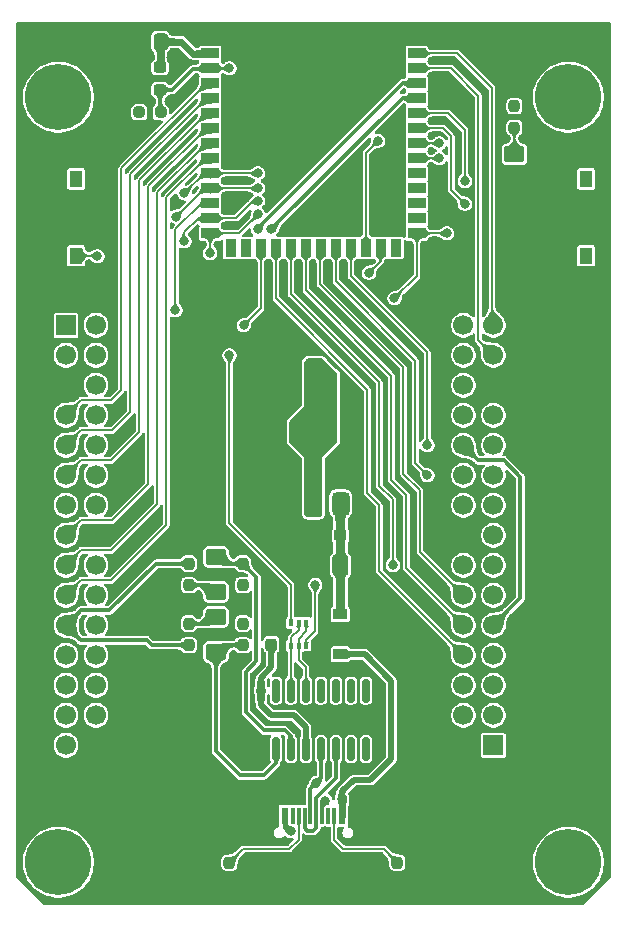
<source format=gbr>
%TF.GenerationSoftware,KiCad,Pcbnew,9.0.6*%
%TF.CreationDate,2026-01-25T13:47:59+09:00*%
%TF.ProjectId,esp32-s3-with-ken-interface,65737033-322d-4733-932d-776974682d6b,rev?*%
%TF.SameCoordinates,Original*%
%TF.FileFunction,Copper,L1,Top*%
%TF.FilePolarity,Positive*%
%FSLAX46Y46*%
G04 Gerber Fmt 4.6, Leading zero omitted, Abs format (unit mm)*
G04 Created by KiCad (PCBNEW 9.0.6) date 2026-01-25 13:47:59*
%MOMM*%
%LPD*%
G01*
G04 APERTURE LIST*
G04 Aperture macros list*
%AMRoundRect*
0 Rectangle with rounded corners*
0 $1 Rounding radius*
0 $2 $3 $4 $5 $6 $7 $8 $9 X,Y pos of 4 corners*
0 Add a 4 corners polygon primitive as box body*
4,1,4,$2,$3,$4,$5,$6,$7,$8,$9,$2,$3,0*
0 Add four circle primitives for the rounded corners*
1,1,$1+$1,$2,$3*
1,1,$1+$1,$4,$5*
1,1,$1+$1,$6,$7*
1,1,$1+$1,$8,$9*
0 Add four rect primitives between the rounded corners*
20,1,$1+$1,$2,$3,$4,$5,0*
20,1,$1+$1,$4,$5,$6,$7,0*
20,1,$1+$1,$6,$7,$8,$9,0*
20,1,$1+$1,$8,$9,$2,$3,0*%
G04 Aperture macros list end*
%TA.AperFunction,ComponentPad*%
%ADD10C,5.600000*%
%TD*%
%TA.AperFunction,SMDPad,CuDef*%
%ADD11RoundRect,0.237500X-0.250000X-0.237500X0.250000X-0.237500X0.250000X0.237500X-0.250000X0.237500X0*%
%TD*%
%TA.AperFunction,SMDPad,CuDef*%
%ADD12RoundRect,0.375000X0.375000X-0.625000X0.375000X0.625000X-0.375000X0.625000X-0.375000X-0.625000X0*%
%TD*%
%TA.AperFunction,SMDPad,CuDef*%
%ADD13RoundRect,0.500000X1.400000X-0.500000X1.400000X0.500000X-1.400000X0.500000X-1.400000X-0.500000X0*%
%TD*%
%TA.AperFunction,SMDPad,CuDef*%
%ADD14R,1.150000X0.950000*%
%TD*%
%TA.AperFunction,SMDPad,CuDef*%
%ADD15RoundRect,0.250001X-0.624999X0.462499X-0.624999X-0.462499X0.624999X-0.462499X0.624999X0.462499X0*%
%TD*%
%TA.AperFunction,SMDPad,CuDef*%
%ADD16R,1.500000X0.900000*%
%TD*%
%TA.AperFunction,SMDPad,CuDef*%
%ADD17R,0.900000X1.500000*%
%TD*%
%TA.AperFunction,HeatsinkPad*%
%ADD18C,0.600000*%
%TD*%
%TA.AperFunction,HeatsinkPad*%
%ADD19R,3.900000X3.900000*%
%TD*%
%TA.AperFunction,SMDPad,CuDef*%
%ADD20RoundRect,0.237500X-0.237500X0.250000X-0.237500X-0.250000X0.237500X-0.250000X0.237500X0.250000X0*%
%TD*%
%TA.AperFunction,SMDPad,CuDef*%
%ADD21RoundRect,0.237500X0.237500X-0.300000X0.237500X0.300000X-0.237500X0.300000X-0.237500X-0.300000X0*%
%TD*%
%TA.AperFunction,SMDPad,CuDef*%
%ADD22R,1.100000X1.400000*%
%TD*%
%TA.AperFunction,SMDPad,CuDef*%
%ADD23RoundRect,0.250001X0.624999X-0.462499X0.624999X0.462499X-0.624999X0.462499X-0.624999X-0.462499X0*%
%TD*%
%TA.AperFunction,SMDPad,CuDef*%
%ADD24RoundRect,0.237500X0.300000X0.237500X-0.300000X0.237500X-0.300000X-0.237500X0.300000X-0.237500X0*%
%TD*%
%TA.AperFunction,SMDPad,CuDef*%
%ADD25R,0.420000X0.600000*%
%TD*%
%TA.AperFunction,SMDPad,CuDef*%
%ADD26RoundRect,0.237500X0.237500X-0.250000X0.237500X0.250000X-0.237500X0.250000X-0.237500X-0.250000X0*%
%TD*%
%TA.AperFunction,SMDPad,CuDef*%
%ADD27R,0.600000X1.450000*%
%TD*%
%TA.AperFunction,SMDPad,CuDef*%
%ADD28R,0.300000X1.450000*%
%TD*%
%TA.AperFunction,ComponentPad*%
%ADD29O,1.050000X2.100000*%
%TD*%
%TA.AperFunction,SMDPad,CuDef*%
%ADD30RoundRect,0.250000X0.412500X0.650000X-0.412500X0.650000X-0.412500X-0.650000X0.412500X-0.650000X0*%
%TD*%
%TA.AperFunction,SMDPad,CuDef*%
%ADD31RoundRect,0.150000X0.150000X-0.825000X0.150000X0.825000X-0.150000X0.825000X-0.150000X-0.825000X0*%
%TD*%
%TA.AperFunction,ComponentPad*%
%ADD32R,1.700000X1.700000*%
%TD*%
%TA.AperFunction,ComponentPad*%
%ADD33C,1.700000*%
%TD*%
%TA.AperFunction,SMDPad,CuDef*%
%ADD34RoundRect,0.250000X0.337500X0.475000X-0.337500X0.475000X-0.337500X-0.475000X0.337500X-0.475000X0*%
%TD*%
%TA.AperFunction,ViaPad*%
%ADD35C,0.800000*%
%TD*%
%TA.AperFunction,Conductor*%
%ADD36C,0.150000*%
%TD*%
%TA.AperFunction,Conductor*%
%ADD37C,1.000000*%
%TD*%
%TA.AperFunction,Conductor*%
%ADD38C,0.600000*%
%TD*%
%TA.AperFunction,Conductor*%
%ADD39C,0.300000*%
%TD*%
%TA.AperFunction,Conductor*%
%ADD40C,0.500000*%
%TD*%
%TA.AperFunction,Conductor*%
%ADD41C,0.200000*%
%TD*%
%TA.AperFunction,Conductor*%
%ADD42C,0.800000*%
%TD*%
G04 APERTURE END LIST*
D10*
%TO.P,H1,1,1*%
%TO.N,unconnected-(H1-Pad1)*%
X105410000Y-116840000D03*
%TD*%
%TO.P,H2,1,1*%
%TO.N,unconnected-(H2-Pad1)*%
X62230000Y-116840000D03*
%TD*%
%TO.P,H4,1,1*%
%TO.N,unconnected-(H4-Pad1)*%
X105410000Y-52070000D03*
%TD*%
D11*
%TO.P,R7,1*%
%TO.N,+3V3*%
X69064500Y-53340000D03*
%TO.P,R7,2*%
%TO.N,/EN*%
X70889500Y-53340000D03*
%TD*%
D12*
%TO.P,U2,1,GND*%
%TO.N,GND*%
X81520000Y-86462000D03*
%TO.P,U2,2,VO*%
%TO.N,+3V3*%
X83820000Y-86462000D03*
D13*
X83820000Y-80162000D03*
D12*
%TO.P,U2,3,VI*%
%TO.N,+5V*%
X86120000Y-86462000D03*
%TD*%
D14*
%TO.P,D4,1,K*%
%TO.N,+5V*%
X86106000Y-95846000D03*
%TO.P,D4,2,A*%
%TO.N,VBUS*%
X86106000Y-99226000D03*
%TD*%
D15*
%TO.P,D2,1,K*%
%TO.N,/RXD*%
X75565000Y-90968500D03*
%TO.P,D2,2,A*%
%TO.N,Net-(D2-A)*%
X75565000Y-93943500D03*
%TD*%
D16*
%TO.P,U4,1,GND*%
%TO.N,GND*%
X75070000Y-47064000D03*
%TO.P,U4,2,3V3*%
%TO.N,+3V3*%
X75070000Y-48334000D03*
%TO.P,U4,3,EN*%
%TO.N,/EN*%
X75070000Y-49604000D03*
%TO.P,U4,4,IO4*%
%TO.N,/I2S_A_WS*%
X75070000Y-50874000D03*
%TO.P,U4,5,IO5*%
%TO.N,/I2S_A_SCK*%
X75070000Y-52144000D03*
%TO.P,U4,6,IO6*%
%TO.N,/I2S_A_SD*%
X75070000Y-53414000D03*
%TO.P,U4,7,IO7*%
%TO.N,/I2S_B_DIN*%
X75070000Y-54684000D03*
%TO.P,U4,8,IO15*%
%TO.N,/I2S_B_BCLK*%
X75070000Y-55954000D03*
%TO.P,U4,9,IO16*%
%TO.N,/I2S_B_LRC*%
X75070000Y-57224000D03*
%TO.P,U4,10,IO17*%
%TO.N,/IO17*%
X75070000Y-58494000D03*
%TO.P,U4,11,IO18*%
%TO.N,/IO18*%
X75070000Y-59764000D03*
%TO.P,U4,12,IO8*%
%TO.N,/I2C_A_SDA*%
X75070000Y-61034000D03*
%TO.P,U4,13,USB_D-*%
%TO.N,/IO19*%
X75070000Y-62304000D03*
%TO.P,U4,14,USB_D+*%
%TO.N,/IO20*%
X75070000Y-63574000D03*
D17*
%TO.P,U4,15,IO3*%
%TO.N,/IO3*%
X76835000Y-64824000D03*
%TO.P,U4,16,IO46*%
%TO.N,/IO46*%
X78105000Y-64824000D03*
%TO.P,U4,17,IO9*%
%TO.N,/I2C_A_SCL*%
X79375000Y-64824000D03*
%TO.P,U4,18,IO10*%
%TO.N,/IO10*%
X80645000Y-64824000D03*
%TO.P,U4,19,IO11*%
%TO.N,/IO11*%
X81915000Y-64824000D03*
%TO.P,U4,20,IO12*%
%TO.N,/IO12*%
X83185000Y-64824000D03*
%TO.P,U4,21,IO13*%
%TO.N,/IO13*%
X84455000Y-64824000D03*
%TO.P,U4,22,IO14*%
%TO.N,/BTN_A*%
X85725000Y-64824000D03*
%TO.P,U4,23,IO21*%
%TO.N,/BTN_B*%
X86995000Y-64824000D03*
%TO.P,U4,24,IO47*%
%TO.N,/IO47*%
X88265000Y-64824000D03*
%TO.P,U4,25,IO48*%
%TO.N,/IO48*%
X89535000Y-64824000D03*
%TO.P,U4,26,IO45*%
%TO.N,/IO45*%
X90805000Y-64824000D03*
D16*
%TO.P,U4,27,IO0*%
%TO.N,/IO0*%
X92570000Y-63574000D03*
%TO.P,U4,28,IO35*%
%TO.N,/IO35*%
X92570000Y-62304000D03*
%TO.P,U4,29,IO36*%
%TO.N,/IO36*%
X92570000Y-61034000D03*
%TO.P,U4,30,IO37*%
%TO.N,/IO37*%
X92570000Y-59764000D03*
%TO.P,U4,31,IO38*%
%TO.N,/IO38*%
X92570000Y-58494000D03*
%TO.P,U4,32,IO39*%
%TO.N,/BTN_C*%
X92570000Y-57224000D03*
%TO.P,U4,33,IO40*%
%TO.N,/BTN_D*%
X92570000Y-55954000D03*
%TO.P,U4,34,IO41*%
%TO.N,/I2C_B_SDA*%
X92570000Y-54684000D03*
%TO.P,U4,35,IO42*%
%TO.N,/I2C_B_SCL*%
X92570000Y-53414000D03*
%TO.P,U4,36,RXD0*%
%TO.N,/MCU_RX*%
X92570000Y-52144000D03*
%TO.P,U4,37,TXD0*%
%TO.N,/MCU_TX*%
X92570000Y-50874000D03*
%TO.P,U4,38,IO2*%
%TO.N,/ADC_B*%
X92570000Y-49604000D03*
%TO.P,U4,39,IO1*%
%TO.N,/ADC_A*%
X92570000Y-48334000D03*
%TO.P,U4,40,GND*%
%TO.N,GND*%
X92570000Y-47064000D03*
D18*
%TO.P,U4,41,GND*%
X80920000Y-54084000D03*
X80920000Y-55484000D03*
X81620000Y-53384000D03*
X81620000Y-54784000D03*
X81620000Y-56184000D03*
X82320000Y-54084000D03*
D19*
X82320000Y-54784000D03*
D18*
X82320000Y-55484000D03*
X83020000Y-53384000D03*
X83020000Y-54784000D03*
X83020000Y-56184000D03*
X83720000Y-54084000D03*
X83720000Y-55484000D03*
%TD*%
D20*
%TO.P,R6,1*%
%TO.N,/RXD*%
X77851000Y-91543500D03*
%TO.P,R6,2*%
%TO.N,/MCU_TX*%
X77851000Y-93368500D03*
%TD*%
D21*
%TO.P,C1,1*%
%TO.N,+3V3*%
X80264000Y-98398500D03*
%TO.P,C1,2*%
%TO.N,GND*%
X80264000Y-96673500D03*
%TD*%
D22*
%TO.P,SW1,1,1*%
%TO.N,unconnected-(SW1-Pad1)*%
X63730000Y-58980000D03*
%TO.P,SW1,2,2*%
%TO.N,/IO48*%
X63730000Y-65480000D03*
%TO.P,SW1,3,3*%
%TO.N,GND*%
X60730000Y-58980000D03*
%TO.P,SW1,4,4*%
X60730000Y-65480000D03*
%TD*%
D23*
%TO.P,D3,1,K*%
%TO.N,GND*%
X100838000Y-59871000D03*
%TO.P,D3,2,A*%
%TO.N,Net-(D3-A)*%
X100838000Y-56896000D03*
%TD*%
D22*
%TO.P,SW2,1,1*%
%TO.N,unconnected-(SW2-Pad1)*%
X106910000Y-58980000D03*
%TO.P,SW2,2,2*%
%TO.N,/IO0*%
X106910000Y-65480000D03*
%TO.P,SW2,3,3*%
%TO.N,GND*%
X103910000Y-58980000D03*
%TO.P,SW2,4,4*%
X103910000Y-65480000D03*
%TD*%
D20*
%TO.P,R4,1*%
%TO.N,+3V3*%
X73279000Y-91543500D03*
%TO.P,R4,2*%
%TO.N,Net-(D2-A)*%
X73279000Y-93368500D03*
%TD*%
%TO.P,R8,1*%
%TO.N,/IO47*%
X100838000Y-52808500D03*
%TO.P,R8,2*%
%TO.N,Net-(D3-A)*%
X100838000Y-54633500D03*
%TD*%
D24*
%TO.P,C4,1*%
%TO.N,+3V3*%
X83820000Y-77597000D03*
%TO.P,C4,2*%
%TO.N,GND*%
X82095000Y-77597000D03*
%TD*%
%TO.P,C8,1*%
%TO.N,+3V3*%
X70839500Y-49530000D03*
%TO.P,C8,2*%
%TO.N,GND*%
X69114500Y-49530000D03*
%TD*%
D25*
%TO.P,Q1,1,E*%
%TO.N,RTS*%
X81915000Y-98486000D03*
%TO.P,Q1,2,B*%
%TO.N,DTR*%
X82565000Y-98486000D03*
%TO.P,Q1,3,C*%
%TO.N,/IO0*%
X83215000Y-98486000D03*
%TO.P,Q1,4,E*%
%TO.N,DTR*%
X83215000Y-96586000D03*
%TO.P,Q1,5,B*%
%TO.N,RTS*%
X82565000Y-96586000D03*
%TO.P,Q1,6,C*%
%TO.N,/EN*%
X81915000Y-96586000D03*
%TD*%
D26*
%TO.P,R2,1*%
%TO.N,Net-(J1-CC1)*%
X76708000Y-116863500D03*
%TO.P,R2,2*%
%TO.N,GND*%
X76708000Y-115038500D03*
%TD*%
%TO.P,R3,1*%
%TO.N,+3V3*%
X73279000Y-98448500D03*
%TO.P,R3,2*%
%TO.N,Net-(D1-A)*%
X73279000Y-96623500D03*
%TD*%
D10*
%TO.P,H3,1,1*%
%TO.N,unconnected-(H3-Pad1)*%
X62230000Y-52070000D03*
%TD*%
D24*
%TO.P,C6,1*%
%TO.N,/EN*%
X70839500Y-51435000D03*
%TO.P,C6,2*%
%TO.N,GND*%
X69114500Y-51435000D03*
%TD*%
D27*
%TO.P,J1,A1B12,GND*%
%TO.N,GND*%
X80570000Y-112888000D03*
%TO.P,J1,A4B9,VBUS*%
%TO.N,VBUS*%
X81370000Y-112888000D03*
D28*
%TO.P,J1,A5,CC1*%
%TO.N,Net-(J1-CC1)*%
X82570000Y-112888000D03*
%TO.P,J1,A6,DP1*%
%TO.N,UD+*%
X83570000Y-112888000D03*
%TO.P,J1,A7,DN1*%
%TO.N,UD-*%
X84070000Y-112888000D03*
%TO.P,J1,A8,SBU1*%
%TO.N,unconnected-(J1-SBU1-PadA8)*%
X85070000Y-112888000D03*
D27*
%TO.P,J1,B1A12,GND*%
%TO.N,GND*%
X87070000Y-112888000D03*
%TO.P,J1,B4A9,VBUS*%
%TO.N,VBUS*%
X86270000Y-112888000D03*
D28*
%TO.P,J1,B5,CC2*%
%TO.N,Net-(J1-CC2)*%
X85570000Y-112888000D03*
%TO.P,J1,B6,DP2*%
%TO.N,UD+*%
X84570000Y-112888000D03*
%TO.P,J1,B7,DN2*%
%TO.N,UD-*%
X83070000Y-112888000D03*
%TO.P,J1,B8,SBU2*%
%TO.N,unconnected-(J1-SBU2-PadB8)*%
X82070000Y-112888000D03*
D29*
%TO.P,J1,S1,SHIELD*%
%TO.N,GND*%
X79500000Y-113803000D03*
%TO.P,J1,S2,SHIELD*%
X88140000Y-113803000D03*
%TO.P,J1,S3,SHIELD*%
X79500000Y-117983000D03*
%TO.P,J1,S4,SHIELD*%
X88140000Y-117983000D03*
%TD*%
D30*
%TO.P,C2,1*%
%TO.N,+5V*%
X86106000Y-91694000D03*
%TO.P,C2,2*%
%TO.N,GND*%
X82981000Y-91694000D03*
%TD*%
D24*
%TO.P,C3,1*%
%TO.N,+5V*%
X86106000Y-89154000D03*
%TO.P,C3,2*%
%TO.N,GND*%
X84381000Y-89154000D03*
%TD*%
D30*
%TO.P,C5,1*%
%TO.N,+3V3*%
X83820000Y-75057000D03*
%TO.P,C5,2*%
%TO.N,GND*%
X80695000Y-75057000D03*
%TD*%
D26*
%TO.P,R5,1*%
%TO.N,/TXD*%
X77851000Y-98448500D03*
%TO.P,R5,2*%
%TO.N,/MCU_RX*%
X77851000Y-96623500D03*
%TD*%
D31*
%TO.P,U1,1,GND*%
%TO.N,GND*%
X79375000Y-107250000D03*
%TO.P,U1,2,TXD*%
%TO.N,/TXD*%
X80645000Y-107250000D03*
%TO.P,U1,3,RXD*%
%TO.N,/RXD*%
X81915000Y-107250000D03*
%TO.P,U1,4,V3*%
%TO.N,+3V3*%
X83185000Y-107250000D03*
%TO.P,U1,5,UD+*%
%TO.N,UD+*%
X84455000Y-107250000D03*
%TO.P,U1,6,UD-*%
%TO.N,UD-*%
X85725000Y-107250000D03*
%TO.P,U1,7,NC*%
%TO.N,unconnected-(U1-NC-Pad7)*%
X86995000Y-107250000D03*
%TO.P,U1,8,NC*%
%TO.N,unconnected-(U1-NC-Pad8)*%
X88265000Y-107250000D03*
%TO.P,U1,9,~{CTS}*%
%TO.N,unconnected-(U1-~{CTS}-Pad9)*%
X88265000Y-102300000D03*
%TO.P,U1,10,~{DSR}*%
%TO.N,unconnected-(U1-~{DSR}-Pad10)*%
X86995000Y-102300000D03*
%TO.P,U1,11,~{RI}*%
%TO.N,unconnected-(U1-~{RI}-Pad11)*%
X85725000Y-102300000D03*
%TO.P,U1,12,~{DCD}*%
%TO.N,unconnected-(U1-~{DCD}-Pad12)*%
X84455000Y-102300000D03*
%TO.P,U1,13,~{DTR}*%
%TO.N,DTR*%
X83185000Y-102300000D03*
%TO.P,U1,14,~{RTS}*%
%TO.N,RTS*%
X81915000Y-102300000D03*
%TO.P,U1,15,R232*%
%TO.N,unconnected-(U1-R232-Pad15)*%
X80645000Y-102300000D03*
%TO.P,U1,16,VCC*%
%TO.N,+3V3*%
X79375000Y-102300000D03*
%TD*%
D32*
%TO.P,U3,1,1*%
%TO.N,/ADC_A*%
X62865000Y-71374000D03*
D33*
%TO.P,U3,2,2*%
%TO.N,/IO17*%
X65405000Y-71374000D03*
%TO.P,U3,3,3*%
%TO.N,/ADC_B*%
X62865000Y-73914000D03*
%TO.P,U3,4,4*%
%TO.N,/IO18*%
X65405000Y-73914000D03*
%TO.P,U3,5,5*%
%TO.N,GND*%
X62865000Y-76454000D03*
%TO.P,U3,6,6*%
%TO.N,/IO19*%
X65405000Y-76454000D03*
%TO.P,U3,7,7*%
%TO.N,/I2S_A_WS*%
X62865000Y-78994000D03*
%TO.P,U3,8,8*%
%TO.N,/IO20*%
X65405000Y-78994000D03*
%TO.P,U3,9,9*%
%TO.N,/I2S_A_SCK*%
X62865000Y-81534000D03*
%TO.P,U3,10,10*%
%TO.N,+3V3*%
X65405000Y-81534000D03*
%TO.P,U3,11,11*%
%TO.N,/I2S_A_SD*%
X62865000Y-84074000D03*
%TO.P,U3,12,12*%
%TO.N,/I2C_A_SDA*%
X65405000Y-84074000D03*
%TO.P,U3,13,13*%
%TO.N,+5V*%
X62865000Y-86614000D03*
%TO.P,U3,14,14*%
%TO.N,/I2C_A_SCL*%
X65405000Y-86614000D03*
%TO.P,U3,15,15*%
%TO.N,/I2S_B_DIN*%
X62865000Y-89154000D03*
%TO.P,U3,16,16*%
%TO.N,GND*%
X65405000Y-89154000D03*
%TO.P,U3,17,17*%
%TO.N,/I2S_B_BCLK*%
X62865000Y-91694000D03*
%TO.P,U3,18,18*%
%TO.N,/IO11*%
X65405000Y-91694000D03*
%TO.P,U3,19,19*%
%TO.N,/I2S_B_LRC*%
X62865000Y-94234000D03*
%TO.P,U3,20,20*%
%TO.N,/IO13*%
X65405000Y-94234000D03*
%TO.P,U3,21,21*%
%TO.N,+3V3*%
X62865000Y-96774000D03*
%TO.P,U3,22,22*%
%TO.N,/IO12*%
X65405000Y-96774000D03*
%TO.P,U3,23,23*%
%TO.N,/I2C_B_SDA*%
X62865000Y-99314000D03*
%TO.P,U3,24,24*%
%TO.N,/IO10*%
X65405000Y-99314000D03*
%TO.P,U3,25,25*%
%TO.N,/I2C_B_SCL*%
X62865000Y-101854000D03*
%TO.P,U3,26,26*%
%TO.N,/BTN_A*%
X65405000Y-101854000D03*
%TO.P,U3,27,27*%
%TO.N,/BTN_C*%
X62865000Y-104394000D03*
%TO.P,U3,28,28*%
%TO.N,/BTN_B*%
X65405000Y-104394000D03*
%TO.P,U3,29,29*%
%TO.N,/BTN_D*%
X62865000Y-106934000D03*
%TO.P,U3,30,30*%
%TO.N,GND*%
X65405000Y-106934000D03*
%TD*%
D23*
%TO.P,D1,1,K*%
%TO.N,/TXD*%
X75565000Y-99023500D03*
%TO.P,D1,2,A*%
%TO.N,Net-(D1-A)*%
X75565000Y-96048500D03*
%TD*%
D26*
%TO.P,R1,1*%
%TO.N,Net-(J1-CC2)*%
X90932000Y-116863500D03*
%TO.P,R1,2*%
%TO.N,GND*%
X90932000Y-115038500D03*
%TD*%
D32*
%TO.P,U5,1,1*%
%TO.N,/BTN_D*%
X99060000Y-106934000D03*
D33*
%TO.P,U5,2,2*%
%TO.N,GND*%
X96520000Y-106934000D03*
%TO.P,U5,3,3*%
%TO.N,/BTN_C*%
X99060000Y-104394000D03*
%TO.P,U5,4,4*%
%TO.N,/BTN_B*%
X96520000Y-104394000D03*
%TO.P,U5,5,5*%
%TO.N,/I2C_B_SCL*%
X99060000Y-101854000D03*
%TO.P,U5,6,6*%
%TO.N,/BTN_A*%
X96520000Y-101854000D03*
%TO.P,U5,7,7*%
%TO.N,/I2C_B_SDA*%
X99060000Y-99314000D03*
%TO.P,U5,8,8*%
%TO.N,/IO10*%
X96520000Y-99314000D03*
%TO.P,U5,9,9*%
%TO.N,+3V3*%
X99060000Y-96774000D03*
%TO.P,U5,10,10*%
%TO.N,/IO12*%
X96520000Y-96774000D03*
%TO.P,U5,11,11*%
%TO.N,/I2S_B_LRC*%
X99060000Y-94234000D03*
%TO.P,U5,12,12*%
%TO.N,/IO13*%
X96520000Y-94234000D03*
%TO.P,U5,13,13*%
%TO.N,/I2S_B_BCLK*%
X99060000Y-91694000D03*
%TO.P,U5,14,14*%
%TO.N,/IO11*%
X96520000Y-91694000D03*
%TO.P,U5,15,15*%
%TO.N,/I2S_B_DIN*%
X99060000Y-89154000D03*
%TO.P,U5,16,16*%
%TO.N,GND*%
X96520000Y-89154000D03*
%TO.P,U5,17,17*%
%TO.N,+5V*%
X99060000Y-86614000D03*
%TO.P,U5,18,18*%
%TO.N,/I2C_A_SCL*%
X96520000Y-86614000D03*
%TO.P,U5,19,19*%
%TO.N,/I2S_A_SD*%
X99060000Y-84074000D03*
%TO.P,U5,20,20*%
%TO.N,/I2C_A_SDA*%
X96520000Y-84074000D03*
%TO.P,U5,21,21*%
%TO.N,/I2S_A_SCK*%
X99060000Y-81534000D03*
%TO.P,U5,22,22*%
%TO.N,+3V3*%
X96520000Y-81534000D03*
%TO.P,U5,23,23*%
%TO.N,/I2S_A_WS*%
X99060000Y-78994000D03*
%TO.P,U5,24,24*%
%TO.N,/IO20*%
X96520000Y-78994000D03*
%TO.P,U5,25,25*%
%TO.N,GND*%
X99060000Y-76454000D03*
%TO.P,U5,26,26*%
%TO.N,/IO19*%
X96520000Y-76454000D03*
%TO.P,U5,27,27*%
%TO.N,/ADC_B*%
X99060000Y-73914000D03*
%TO.P,U5,28,28*%
%TO.N,/IO18*%
X96520000Y-73914000D03*
%TO.P,U5,29,29*%
%TO.N,/ADC_A*%
X99060000Y-71374000D03*
%TO.P,U5,30,30*%
%TO.N,/IO17*%
X96520000Y-71374000D03*
%TD*%
D34*
%TO.P,C7,1*%
%TO.N,+3V3*%
X70887500Y-47371000D03*
%TO.P,C7,2*%
%TO.N,GND*%
X68812500Y-47371000D03*
%TD*%
D35*
%TO.N,GND*%
X86614000Y-109093000D03*
X89154000Y-67945000D03*
X62992000Y-113030000D03*
X91059000Y-110998000D03*
X90805000Y-47117000D03*
X71882000Y-106934000D03*
X94742000Y-52197000D03*
X71120000Y-92964000D03*
X84836000Y-115697000D03*
X75565000Y-92456000D03*
X79121000Y-57277000D03*
X75565000Y-81534000D03*
X86360000Y-105791000D03*
X75565000Y-97536000D03*
X99060000Y-113030000D03*
X81280000Y-99949000D03*
X83185000Y-63246000D03*
X77851000Y-84074000D03*
X76962000Y-104267000D03*
X59690000Y-96774000D03*
X88265000Y-86614000D03*
X71882000Y-97536000D03*
X82931000Y-94869000D03*
X96647000Y-52197000D03*
X97790000Y-77724000D03*
X85979000Y-84074000D03*
X71882000Y-113030000D03*
X87630000Y-89281000D03*
X65532000Y-54610000D03*
X85090000Y-105791000D03*
X105918000Y-68326000D03*
X81153000Y-84074000D03*
X83058000Y-57531000D03*
X77851000Y-78994000D03*
X59690000Y-106934000D03*
X59690000Y-81661000D03*
X74168000Y-71374000D03*
X81280000Y-89281000D03*
X85852000Y-54737000D03*
X77851000Y-94996000D03*
X105918000Y-86614000D03*
X101981000Y-113030000D03*
X74168000Y-69723000D03*
X87376000Y-110998000D03*
X59690000Y-76454000D03*
X96520000Y-113030000D03*
X74168000Y-67183000D03*
X83185000Y-109093000D03*
X72771000Y-94996000D03*
X94107000Y-106934000D03*
X79121000Y-54737000D03*
X96774000Y-64643000D03*
X74168000Y-73914000D03*
X68453000Y-55880000D03*
X105918000Y-96774000D03*
X62230000Y-65532000D03*
X80010000Y-110109000D03*
X59690000Y-113030000D03*
X98933000Y-48387000D03*
X65532000Y-58928000D03*
X77851000Y-81534000D03*
X87376000Y-57658000D03*
X80391000Y-116459000D03*
X83566000Y-115697000D03*
X84455000Y-63246000D03*
X65405000Y-113030000D03*
X88265000Y-104521000D03*
X59690000Y-86741000D03*
X59182000Y-65532000D03*
X74168000Y-76327000D03*
X72390000Y-49530000D03*
X72136000Y-89154000D03*
X94488000Y-61087000D03*
X77851000Y-86614000D03*
X81280000Y-94869000D03*
X87249000Y-115062000D03*
X80391000Y-115062000D03*
X86995000Y-63246000D03*
X77851000Y-67183000D03*
X83693000Y-104140000D03*
X75438000Y-110109000D03*
X84836000Y-114173000D03*
X91567000Y-106934000D03*
X71882000Y-104394000D03*
X105918000Y-76454000D03*
X75565000Y-78994000D03*
X77851000Y-76454000D03*
X94742000Y-50927000D03*
X71882000Y-101854000D03*
X77851000Y-69723000D03*
X64389000Y-69723000D03*
X76962000Y-101346000D03*
X91567000Y-104521000D03*
X65532000Y-47371000D03*
X87630000Y-93218000D03*
X77089000Y-47117000D03*
X76962000Y-107315000D03*
X72644000Y-81534000D03*
X101981000Y-106934000D03*
X94488000Y-58547000D03*
X105918000Y-113030000D03*
X87376000Y-77978000D03*
X91567000Y-101981000D03*
X100457000Y-68326000D03*
X74041000Y-94996000D03*
X90805000Y-57277000D03*
%TO.N,/IO17*%
X79121000Y-58494000D03*
X72898000Y-60198000D03*
%TO.N,/IO18*%
X72199500Y-62166500D03*
X79121000Y-59764000D03*
%TO.N,+3V3*%
X73279000Y-98448500D03*
X69064500Y-53340000D03*
X79375000Y-102300000D03*
X83820000Y-76581000D03*
X70873500Y-49496000D03*
%TO.N,/MCU_RX*%
X80264000Y-63246000D03*
X77851000Y-96623500D03*
%TO.N,/MCU_TX*%
X79121000Y-63246000D03*
X77851000Y-93368500D03*
%TO.N,UD+*%
X84833905Y-111619779D03*
X84074000Y-110109000D03*
%TO.N,VBUS*%
X86270000Y-111469000D03*
X81917533Y-114175584D03*
%TO.N,/EN*%
X76708000Y-49604000D03*
X76708000Y-73914000D03*
%TO.N,/IO0*%
X106934000Y-65532000D03*
X90678000Y-69088000D03*
X83966558Y-93345000D03*
X95123000Y-63574000D03*
%TO.N,/IO48*%
X65532000Y-65532000D03*
X88519000Y-66929000D03*
%TO.N,/IO47*%
X89281000Y-55753000D03*
X100838000Y-52808500D03*
%TO.N,/IO11*%
X90551000Y-91694000D03*
%TO.N,/I2C_B_SDA*%
X96647000Y-61087000D03*
%TO.N,/I2C_B_SCL*%
X96647000Y-59182000D03*
%TO.N,/IO19*%
X79121000Y-60833000D03*
X72898000Y-64262000D03*
%TO.N,/BTN_A*%
X93472000Y-84074000D03*
%TO.N,/I2C_A_SDA*%
X72136000Y-70104000D03*
%TO.N,/BTN_B*%
X93472000Y-81534000D03*
%TO.N,/IO20*%
X79121000Y-61976000D03*
X75070000Y-65278000D03*
%TO.N,/I2C_A_SCL*%
X77914500Y-71374000D03*
%TO.N,/BTN_C*%
X94488000Y-57224000D03*
%TO.N,/BTN_D*%
X94488000Y-55954000D03*
%TO.N,+5V*%
X86106000Y-87884000D03*
%TD*%
D36*
%TO.N,/IO17*%
X74602000Y-58494000D02*
X72898000Y-60198000D01*
X75070000Y-58494000D02*
X74602000Y-58494000D01*
X79121000Y-58494000D02*
X75070000Y-58494000D01*
%TO.N,/IO13*%
X92837000Y-85344000D02*
X92837000Y-90551000D01*
X84455000Y-64824000D02*
X84356000Y-64923000D01*
X91440000Y-74930000D02*
X91440000Y-83947000D01*
X84356000Y-64923000D02*
X84356000Y-67846000D01*
X84356000Y-67846000D02*
X91440000Y-74930000D01*
X92837000Y-90551000D02*
X96520000Y-94234000D01*
X91440000Y-83947000D02*
X92837000Y-85344000D01*
%TO.N,/IO18*%
X74602000Y-59764000D02*
X75070000Y-59764000D01*
X79121000Y-59764000D02*
X75070000Y-59764000D01*
X72199500Y-62166500D02*
X74602000Y-59764000D01*
D37*
%TO.N,+3V3*%
X83820000Y-86564000D02*
X83820000Y-80264000D01*
D38*
X70887500Y-47371000D02*
X70873500Y-47385000D01*
D39*
X101346000Y-84201000D02*
X99949000Y-82804000D01*
D40*
X82169000Y-104394000D02*
X80264000Y-104394000D01*
D38*
X74702000Y-48387000D02*
X73660000Y-48387000D01*
X70839500Y-47419000D02*
X70887500Y-47371000D01*
D40*
X79375000Y-101219000D02*
X80264000Y-100330000D01*
D39*
X73279000Y-98448500D02*
X70127500Y-98448500D01*
D38*
X83820000Y-75057000D02*
X83820000Y-80162000D01*
D39*
X66548000Y-95504000D02*
X70508500Y-91543500D01*
D38*
X72644000Y-47371000D02*
X70887500Y-47371000D01*
D39*
X70508500Y-91543500D02*
X73279000Y-91543500D01*
X69723000Y-98044000D02*
X64135000Y-98044000D01*
D38*
X73660000Y-48387000D02*
X72644000Y-47371000D01*
D40*
X83185000Y-105410000D02*
X82169000Y-104394000D01*
D36*
X83185000Y-107010514D02*
X83185000Y-107250000D01*
D38*
X70873500Y-47385000D02*
X70873500Y-49496000D01*
D40*
X79375000Y-102300000D02*
X79375000Y-101219000D01*
D38*
X70873500Y-49496000D02*
X70839500Y-49530000D01*
D39*
X97790000Y-82804000D02*
X96520000Y-81534000D01*
D40*
X80264000Y-100330000D02*
X80264000Y-98398500D01*
D39*
X70127500Y-98448500D02*
X69723000Y-98044000D01*
D40*
X79375000Y-103505000D02*
X79375000Y-102300000D01*
X83185000Y-107010514D02*
X83185000Y-105410000D01*
X80264000Y-104394000D02*
X79375000Y-103505000D01*
D39*
X99060000Y-96774000D02*
X101346000Y-94488000D01*
X64135000Y-95504000D02*
X66548000Y-95504000D01*
X99949000Y-82804000D02*
X97790000Y-82804000D01*
X101346000Y-94488000D02*
X101346000Y-84201000D01*
X62865000Y-96774000D02*
X64135000Y-95504000D01*
X64135000Y-98044000D02*
X62865000Y-96774000D01*
D36*
%TO.N,Net-(J1-CC2)*%
X86360000Y-115697000D02*
X89765500Y-115697000D01*
X85570000Y-112888000D02*
X85570000Y-114907000D01*
X85570000Y-114907000D02*
X86360000Y-115697000D01*
X89765500Y-115697000D02*
X90932000Y-116863500D01*
D39*
%TO.N,Net-(D1-A)*%
X73279000Y-96623500D02*
X74990000Y-96623500D01*
X74990000Y-96623500D02*
X75565000Y-96048500D01*
%TO.N,/TXD*%
X77597000Y-109474000D02*
X75565000Y-107442000D01*
X76140000Y-98448500D02*
X77851000Y-98448500D01*
X80645000Y-108458000D02*
X79629000Y-109474000D01*
X79629000Y-109474000D02*
X77597000Y-109474000D01*
X75565000Y-99023500D02*
X76140000Y-98448500D01*
X80645000Y-107250000D02*
X80645000Y-108458000D01*
X75565000Y-107442000D02*
X75565000Y-99023500D01*
%TO.N,/RXD*%
X76140000Y-91543500D02*
X75565000Y-90968500D01*
X78105000Y-104140000D02*
X78105000Y-100711000D01*
X81915000Y-106172000D02*
X81407000Y-105664000D01*
X78994000Y-92686500D02*
X77851000Y-91543500D01*
X78105000Y-100711000D02*
X78994000Y-99822000D01*
X81407000Y-105664000D02*
X79629000Y-105664000D01*
X79629000Y-105664000D02*
X78105000Y-104140000D01*
X81915000Y-107250000D02*
X81915000Y-106172000D01*
X78994000Y-99822000D02*
X78994000Y-92686500D01*
X77851000Y-91543500D02*
X76140000Y-91543500D01*
%TO.N,Net-(D2-A)*%
X74990000Y-93368500D02*
X75565000Y-93943500D01*
X73279000Y-93368500D02*
X74990000Y-93368500D01*
%TO.N,/MCU_RX*%
X91366000Y-52144000D02*
X92570000Y-52144000D01*
X80264000Y-63246000D02*
X91366000Y-52144000D01*
%TO.N,/MCU_TX*%
X79121000Y-63119000D02*
X91366000Y-50874000D01*
X91366000Y-50874000D02*
X92570000Y-50874000D01*
D36*
X79121000Y-63246000D02*
X79121000Y-63119000D01*
%TO.N,Net-(J1-CC1)*%
X82570000Y-114915000D02*
X81788000Y-115697000D01*
X81788000Y-115697000D02*
X77874500Y-115697000D01*
X77874500Y-115697000D02*
X76708000Y-116863500D01*
X82570000Y-112888000D02*
X82570000Y-114915000D01*
%TO.N,RTS*%
X81915000Y-97790000D02*
X82565000Y-97140000D01*
X82565000Y-97140000D02*
X82565000Y-96586000D01*
X81915000Y-102300000D02*
X81915000Y-97790000D01*
%TO.N,DTR*%
X83215000Y-96871000D02*
X83215000Y-97252000D01*
X82565000Y-99710000D02*
X83185000Y-100330000D01*
X83185000Y-100330000D02*
X83185000Y-102300000D01*
X83215000Y-97252000D02*
X82565000Y-97902000D01*
X82565000Y-97902000D02*
X82565000Y-99710000D01*
D39*
%TO.N,UD+*%
X84570000Y-111883684D02*
X84833905Y-111619779D01*
X84570000Y-112888000D02*
X84570000Y-111883684D01*
D41*
X84455000Y-109728000D02*
X84074000Y-110109000D01*
D39*
X84455000Y-107250000D02*
X84455000Y-109728000D01*
X84074000Y-110109000D02*
X83570000Y-110613000D01*
X83570000Y-110613000D02*
X83570000Y-112888000D01*
%TO.N,UD-*%
X85725000Y-109728000D02*
X84070000Y-111383000D01*
X84074000Y-113919000D02*
X84074000Y-112892000D01*
X85725000Y-107250000D02*
X85725000Y-109728000D01*
X83070000Y-112888000D02*
X83070000Y-113931000D01*
X83312000Y-114173000D02*
X83820000Y-114173000D01*
X83070000Y-113931000D02*
X83312000Y-114173000D01*
X84070000Y-111383000D02*
X84070000Y-112888000D01*
D41*
X84074000Y-112892000D02*
X84070000Y-112888000D01*
D39*
X83820000Y-114173000D02*
X84074000Y-113919000D01*
D40*
%TO.N,VBUS*%
X86270000Y-110834000D02*
X86270000Y-111469000D01*
D39*
X81370000Y-112888000D02*
X81370000Y-113628051D01*
X81370000Y-113628051D02*
X81917533Y-114175584D01*
D40*
X88646000Y-109855000D02*
X87249000Y-109855000D01*
X87249000Y-109855000D02*
X86270000Y-110834000D01*
X90424000Y-101473000D02*
X90424000Y-108077000D01*
X86106000Y-99226000D02*
X88177000Y-99226000D01*
D38*
X86270000Y-111469000D02*
X86270000Y-112888000D01*
D40*
X88177000Y-99226000D02*
X90424000Y-101473000D01*
X90424000Y-108077000D02*
X88646000Y-109855000D01*
D39*
%TO.N,/EN*%
X73660000Y-49657000D02*
X71882000Y-51435000D01*
X71882000Y-51435000D02*
X70839500Y-51435000D01*
D36*
X76708000Y-88138000D02*
X81915000Y-93345000D01*
X76708000Y-49604000D02*
X75070000Y-49604000D01*
X76708000Y-73914000D02*
X76708000Y-88138000D01*
D39*
X70839500Y-51435000D02*
X70839500Y-53290000D01*
X75070000Y-49657000D02*
X73660000Y-49657000D01*
D36*
X70839500Y-53290000D02*
X70889500Y-53340000D01*
X81915000Y-93345000D02*
X81915000Y-96586000D01*
%TO.N,/IO0*%
X83966558Y-93345000D02*
X83966558Y-97262442D01*
X92570000Y-67196000D02*
X92570000Y-63574000D01*
X83966558Y-97262442D02*
X83215000Y-98014000D01*
X90678000Y-69088000D02*
X92570000Y-67196000D01*
X95123000Y-63574000D02*
X92570000Y-63574000D01*
X83215000Y-98014000D02*
X83215000Y-98486000D01*
%TO.N,/IO12*%
X83185000Y-68389500D02*
X90424000Y-75628500D01*
X91694000Y-85725000D02*
X91694000Y-91948000D01*
X91694000Y-91948000D02*
X96520000Y-96774000D01*
X90424000Y-84455000D02*
X91694000Y-85725000D01*
X83185000Y-64824000D02*
X83185000Y-68389500D01*
X90424000Y-75628500D02*
X90424000Y-84455000D01*
%TO.N,/IO48*%
X89535000Y-64824000D02*
X89535000Y-65913000D01*
X89535000Y-65913000D02*
X88519000Y-66929000D01*
X65382000Y-65532000D02*
X65330000Y-65480000D01*
X65532000Y-65532000D02*
X65382000Y-65532000D01*
X65330000Y-65480000D02*
X63730000Y-65480000D01*
%TO.N,/IO10*%
X89408000Y-92202000D02*
X96520000Y-99314000D01*
X89408000Y-86614000D02*
X89408000Y-92202000D01*
X88392000Y-85598000D02*
X89408000Y-86614000D01*
X80645000Y-69088000D02*
X88392000Y-76835000D01*
X88392000Y-76835000D02*
X88392000Y-85598000D01*
X80645000Y-64824000D02*
X80645000Y-69088000D01*
%TO.N,/IO47*%
X88265000Y-64824000D02*
X88265000Y-56769000D01*
X88265000Y-56769000D02*
X89281000Y-55753000D01*
%TO.N,/IO11*%
X90551000Y-91694000D02*
X90551000Y-86106000D01*
X81915000Y-68707000D02*
X81915000Y-64824000D01*
X89408000Y-84963000D02*
X89408000Y-76200000D01*
X90551000Y-86106000D02*
X89408000Y-84963000D01*
X89408000Y-76200000D02*
X81915000Y-68707000D01*
%TO.N,/I2C_B_SDA*%
X95504000Y-55372000D02*
X94816000Y-54684000D01*
X95504000Y-59944000D02*
X95504000Y-55372000D01*
X94816000Y-54684000D02*
X92570000Y-54684000D01*
X96647000Y-61087000D02*
X95504000Y-59944000D01*
%TO.N,/I2C_B_SCL*%
X95197000Y-53414000D02*
X92570000Y-53414000D01*
X96647000Y-59182000D02*
X96647000Y-54864000D01*
X96647000Y-54864000D02*
X95197000Y-53414000D01*
%TO.N,/IO19*%
X79121000Y-60833000D02*
X78740000Y-60833000D01*
X78740000Y-60833000D02*
X77269000Y-62304000D01*
X72898000Y-63500000D02*
X74094000Y-62304000D01*
X72898000Y-64262000D02*
X72898000Y-63500000D01*
X74094000Y-62304000D02*
X75070000Y-62304000D01*
X77269000Y-62304000D02*
X75070000Y-62304000D01*
%TO.N,/BTN_A*%
X85725000Y-67627500D02*
X85725000Y-64824000D01*
X92456000Y-74358500D02*
X85725000Y-67627500D01*
X93472000Y-84074000D02*
X92456000Y-83058000D01*
X92456000Y-83058000D02*
X92456000Y-74358500D01*
%TO.N,/I2C_A_SDA*%
X74348000Y-61034000D02*
X75070000Y-61034000D01*
X72136000Y-70104000D02*
X72136000Y-63246000D01*
X72136000Y-63246000D02*
X74348000Y-61034000D01*
%TO.N,/BTN_B*%
X93472000Y-73660000D02*
X86995000Y-67183000D01*
X93472000Y-81534000D02*
X93472000Y-73660000D01*
X86995000Y-67183000D02*
X86995000Y-64824000D01*
%TO.N,/I2S_A_SD*%
X69088000Y-80391000D02*
X66675000Y-82804000D01*
X64135000Y-82804000D02*
X62865000Y-84074000D01*
X74770000Y-53414000D02*
X69088000Y-59096000D01*
X66675000Y-82804000D02*
X64135000Y-82804000D01*
X69088000Y-59096000D02*
X69088000Y-80391000D01*
X75070000Y-53414000D02*
X74770000Y-53414000D01*
%TO.N,/I2S_B_BCLK*%
X75070000Y-55954000D02*
X74770000Y-55954000D01*
X70612000Y-60112000D02*
X70612000Y-86487000D01*
X70612000Y-86487000D02*
X66675000Y-90424000D01*
X66675000Y-90424000D02*
X64135000Y-90424000D01*
X64135000Y-90424000D02*
X62865000Y-91694000D01*
X74770000Y-55954000D02*
X70612000Y-60112000D01*
%TO.N,/IO20*%
X77523000Y-63574000D02*
X75070000Y-63574000D01*
X75070000Y-65278000D02*
X75070000Y-63574000D01*
X79121000Y-61976000D02*
X77523000Y-63574000D01*
%TO.N,/I2S_A_WS*%
X67564000Y-76835000D02*
X66675000Y-77724000D01*
X66675000Y-77724000D02*
X64135000Y-77724000D01*
X74770000Y-50874000D02*
X67564000Y-58080000D01*
X67564000Y-58080000D02*
X67564000Y-76835000D01*
X64135000Y-77724000D02*
X62865000Y-78994000D01*
X75070000Y-50874000D02*
X74770000Y-50874000D01*
%TO.N,/I2S_B_DIN*%
X69850000Y-84836000D02*
X66802000Y-87884000D01*
X64135000Y-87884000D02*
X62865000Y-89154000D01*
X75070000Y-54684000D02*
X74770000Y-54684000D01*
X74770000Y-54684000D02*
X69850000Y-59604000D01*
X66802000Y-87884000D02*
X64135000Y-87884000D01*
X69850000Y-59604000D02*
X69850000Y-84836000D01*
%TO.N,/I2C_A_SCL*%
X77914500Y-71374000D02*
X79375000Y-69913500D01*
X79375000Y-69913500D02*
X79375000Y-64824000D01*
%TO.N,/I2S_A_SCK*%
X74770000Y-52144000D02*
X68326000Y-58588000D01*
X75070000Y-52144000D02*
X74770000Y-52144000D01*
X68326000Y-78740000D02*
X66802000Y-80264000D01*
X68326000Y-58588000D02*
X68326000Y-78740000D01*
X64135000Y-80264000D02*
X62865000Y-81534000D01*
X66802000Y-80264000D02*
X64135000Y-80264000D01*
%TO.N,/I2S_B_LRC*%
X71374000Y-88265000D02*
X66675000Y-92964000D01*
X66675000Y-92964000D02*
X64135000Y-92964000D01*
X64135000Y-92964000D02*
X62865000Y-94234000D01*
X74688000Y-57224000D02*
X71374000Y-60538000D01*
X75070000Y-57224000D02*
X74688000Y-57224000D01*
X71374000Y-60538000D02*
X71374000Y-88265000D01*
%TO.N,/ADC_A*%
X95959000Y-48334000D02*
X98933000Y-51308000D01*
X98933000Y-71247000D02*
X99060000Y-71374000D01*
X92570000Y-48334000D02*
X95959000Y-48334000D01*
X98933000Y-51308000D02*
X98933000Y-71247000D01*
%TO.N,/BTN_C*%
X94488000Y-57224000D02*
X92570000Y-57224000D01*
%TO.N,/BTN_D*%
X94488000Y-55954000D02*
X92570000Y-55954000D01*
%TO.N,/ADC_B*%
X97790000Y-51943000D02*
X97790000Y-72644000D01*
X92570000Y-49604000D02*
X95451000Y-49604000D01*
X97790000Y-72644000D02*
X99060000Y-73914000D01*
X95451000Y-49604000D02*
X97790000Y-51943000D01*
%TO.N,Net-(D3-A)*%
X100838000Y-54633500D02*
X100838000Y-56769000D01*
D40*
%TO.N,+5V*%
X86272000Y-86716000D02*
X86120000Y-86564000D01*
X86120000Y-87870000D02*
X86106000Y-87884000D01*
D36*
X86120000Y-86564000D02*
X86116750Y-86560750D01*
D40*
X86120000Y-86462000D02*
X86120000Y-87870000D01*
D42*
X86106000Y-89154000D02*
X86106000Y-91694000D01*
X86106000Y-89154000D02*
X86106000Y-86578000D01*
X86106000Y-91694000D02*
X86106000Y-95846000D01*
D36*
X86106000Y-86578000D02*
X86120000Y-86564000D01*
%TD*%
%TA.AperFunction,Conductor*%
%TO.N,+3V3*%
G36*
X84595299Y-74187685D02*
G01*
X84618743Y-74207214D01*
X84820000Y-74422000D01*
X85814994Y-75401568D01*
X85848957Y-75462627D01*
X85852000Y-75489931D01*
X85852000Y-81228638D01*
X85832315Y-81295677D01*
X85815681Y-81316319D01*
X84582000Y-82549999D01*
X84582000Y-87324638D01*
X84562315Y-87391677D01*
X84545681Y-87412319D01*
X84364319Y-87593681D01*
X84302996Y-87627166D01*
X84276638Y-87630000D01*
X83363362Y-87630000D01*
X83296323Y-87610315D01*
X83275681Y-87593681D01*
X83094319Y-87412319D01*
X83060834Y-87350996D01*
X83058000Y-87324638D01*
X83058000Y-82550000D01*
X81824319Y-81316319D01*
X81790834Y-81254996D01*
X81788000Y-81228638D01*
X81788000Y-79553362D01*
X81807685Y-79486323D01*
X81824319Y-79465681D01*
X82296000Y-78994000D01*
X82550000Y-78740000D01*
X83058000Y-78232000D01*
X83058000Y-76200000D01*
X83058000Y-75922824D01*
X83058000Y-74473362D01*
X83077685Y-74406323D01*
X83094319Y-74385681D01*
X83275681Y-74204319D01*
X83337004Y-74170834D01*
X83363362Y-74168000D01*
X84528260Y-74168000D01*
X84595299Y-74187685D01*
G37*
%TD.AperFunction*%
%TD*%
%TA.AperFunction,Conductor*%
%TO.N,GND*%
G36*
X77086423Y-98833281D02*
G01*
X77116630Y-98841340D01*
X77129998Y-98845733D01*
X77164085Y-98859126D01*
X77218509Y-98900902D01*
X77221883Y-98905474D01*
X77221884Y-98905475D01*
X77300288Y-99011710D01*
X77300290Y-99011712D01*
X77406523Y-99090115D01*
X77406524Y-99090115D01*
X77406525Y-99090116D01*
X77531151Y-99133725D01*
X77531150Y-99133725D01*
X77560740Y-99136500D01*
X77560744Y-99136500D01*
X78141260Y-99136500D01*
X78170849Y-99133725D01*
X78295475Y-99090116D01*
X78401711Y-99011711D01*
X78419731Y-98987294D01*
X78475377Y-98945045D01*
X78545033Y-98939586D01*
X78606582Y-98972653D01*
X78640484Y-99033747D01*
X78643500Y-99060929D01*
X78643500Y-99625456D01*
X78623815Y-99692495D01*
X78607181Y-99713137D01*
X77824531Y-100495786D01*
X77824527Y-100495791D01*
X77793499Y-100549535D01*
X77793499Y-100549536D01*
X77778386Y-100575711D01*
X77754500Y-100664856D01*
X77754500Y-104186143D01*
X77778386Y-104275287D01*
X77778387Y-104275290D01*
X77824527Y-104355208D01*
X77824529Y-104355211D01*
X77824530Y-104355212D01*
X79413787Y-105944469D01*
X79488774Y-105987763D01*
X79492842Y-105990112D01*
X79493712Y-105990614D01*
X79582856Y-106014500D01*
X80110570Y-106014500D01*
X80177609Y-106034185D01*
X80223364Y-106086989D01*
X80233308Y-106156147D01*
X80211489Y-106210551D01*
X80205803Y-106218514D01*
X80154426Y-106323608D01*
X80144500Y-106391739D01*
X80144500Y-108108260D01*
X80154426Y-108176391D01*
X80154427Y-108176393D01*
X80205802Y-108281483D01*
X80205803Y-108281484D01*
X80206331Y-108282564D01*
X80218090Y-108351437D01*
X80190746Y-108415734D01*
X80182611Y-108424705D01*
X79520137Y-109087181D01*
X79458814Y-109120666D01*
X79432456Y-109123500D01*
X77793544Y-109123500D01*
X77726505Y-109103815D01*
X77705863Y-109087181D01*
X75951819Y-107333137D01*
X75918334Y-107271814D01*
X75915500Y-107245456D01*
X75915500Y-100499486D01*
X75916769Y-100481792D01*
X75918357Y-100470770D01*
X75920011Y-100465961D01*
X75934982Y-100355455D01*
X75935046Y-100355014D01*
X75935194Y-100354688D01*
X75938899Y-100337435D01*
X75955168Y-100282615D01*
X75959220Y-100271082D01*
X75986810Y-100203445D01*
X75992051Y-100192237D01*
X76001744Y-100173943D01*
X76024578Y-100130845D01*
X76031578Y-100119222D01*
X76069072Y-100064058D01*
X76078147Y-100052294D01*
X76109037Y-100016868D01*
X76120708Y-100005163D01*
X76151286Y-99978340D01*
X76165853Y-99967350D01*
X76183260Y-99956127D01*
X76241447Y-99937506D01*
X76241378Y-99936769D01*
X76244258Y-99936499D01*
X76244264Y-99936499D01*
X76274698Y-99933646D01*
X76402882Y-99888793D01*
X76512150Y-99808150D01*
X76592793Y-99698882D01*
X76637646Y-99570698D01*
X76640500Y-99540265D01*
X76640499Y-99495109D01*
X76641058Y-99483351D01*
X76642093Y-99472479D01*
X76646224Y-99457598D01*
X76655914Y-99327423D01*
X76656035Y-99326159D01*
X76656484Y-99325035D01*
X76660450Y-99303152D01*
X76691659Y-99196310D01*
X76701295Y-99172687D01*
X76755660Y-99070872D01*
X76769638Y-99050076D01*
X76844965Y-98959375D01*
X76863251Y-98941487D01*
X76956648Y-98867344D01*
X76974054Y-98855777D01*
X76994777Y-98844398D01*
X77063013Y-98829385D01*
X77086423Y-98833281D01*
G37*
%TD.AperFunction*%
%TA.AperFunction,Conductor*%
G36*
X91548290Y-52559904D02*
G01*
X91604223Y-52601776D01*
X91613707Y-52620233D01*
X91618258Y-52627061D01*
X91622445Y-52635840D01*
X91622703Y-52637177D01*
X91624335Y-52642325D01*
X91625957Y-52646213D01*
X91631133Y-52672231D01*
X91661410Y-52717543D01*
X91665263Y-52725622D01*
X91676354Y-52794606D01*
X91656442Y-52847891D01*
X91631132Y-52885769D01*
X91631131Y-52885770D01*
X91619500Y-52944247D01*
X91619500Y-53883752D01*
X91631131Y-53942229D01*
X91631132Y-53942230D01*
X91656442Y-53980109D01*
X91677320Y-54046787D01*
X91658835Y-54114167D01*
X91656442Y-54117891D01*
X91631132Y-54155769D01*
X91631131Y-54155770D01*
X91619500Y-54214247D01*
X91619500Y-55153752D01*
X91631131Y-55212229D01*
X91631132Y-55212230D01*
X91656442Y-55250109D01*
X91677320Y-55316787D01*
X91658835Y-55384167D01*
X91656442Y-55387891D01*
X91631132Y-55425769D01*
X91631131Y-55425770D01*
X91619500Y-55484247D01*
X91619500Y-56423752D01*
X91631131Y-56482229D01*
X91631132Y-56482230D01*
X91656442Y-56520109D01*
X91677320Y-56586787D01*
X91658835Y-56654167D01*
X91656442Y-56657891D01*
X91631132Y-56695769D01*
X91631131Y-56695770D01*
X91619500Y-56754247D01*
X91619500Y-57693752D01*
X91631131Y-57752229D01*
X91631132Y-57752230D01*
X91656442Y-57790109D01*
X91677320Y-57856787D01*
X91658835Y-57924167D01*
X91656442Y-57927891D01*
X91631132Y-57965769D01*
X91631131Y-57965770D01*
X91619500Y-58024247D01*
X91619500Y-58963752D01*
X91631131Y-59022229D01*
X91631132Y-59022230D01*
X91656442Y-59060109D01*
X91677320Y-59126787D01*
X91658835Y-59194167D01*
X91656442Y-59197891D01*
X91631132Y-59235769D01*
X91631131Y-59235770D01*
X91619500Y-59294247D01*
X91619500Y-60233752D01*
X91631131Y-60292229D01*
X91631132Y-60292230D01*
X91656442Y-60330109D01*
X91677320Y-60396787D01*
X91658835Y-60464167D01*
X91656442Y-60467891D01*
X91631132Y-60505769D01*
X91631131Y-60505770D01*
X91619500Y-60564247D01*
X91619500Y-61503752D01*
X91631131Y-61562229D01*
X91631132Y-61562230D01*
X91656442Y-61600109D01*
X91677320Y-61666787D01*
X91658835Y-61734167D01*
X91656442Y-61737891D01*
X91631132Y-61775769D01*
X91631131Y-61775770D01*
X91619500Y-61834247D01*
X91619500Y-62773752D01*
X91631131Y-62832229D01*
X91631132Y-62832230D01*
X91656442Y-62870109D01*
X91677320Y-62936787D01*
X91658835Y-63004167D01*
X91656442Y-63007891D01*
X91631132Y-63045769D01*
X91631131Y-63045770D01*
X91619500Y-63104247D01*
X91619500Y-63850033D01*
X91599815Y-63917072D01*
X91547011Y-63962827D01*
X91477853Y-63972771D01*
X91414297Y-63943746D01*
X91407819Y-63937714D01*
X91399553Y-63929448D01*
X91333230Y-63885132D01*
X91333229Y-63885131D01*
X91274752Y-63873500D01*
X91274748Y-63873500D01*
X90335252Y-63873500D01*
X90335247Y-63873500D01*
X90276770Y-63885131D01*
X90276769Y-63885132D01*
X90238891Y-63910442D01*
X90172213Y-63931320D01*
X90104833Y-63912835D01*
X90101109Y-63910442D01*
X90063230Y-63885132D01*
X90063229Y-63885131D01*
X90004752Y-63873500D01*
X90004748Y-63873500D01*
X89065252Y-63873500D01*
X89065247Y-63873500D01*
X89006770Y-63885131D01*
X89006769Y-63885132D01*
X88968891Y-63910442D01*
X88902213Y-63931320D01*
X88847537Y-63919695D01*
X88838966Y-63915693D01*
X88793231Y-63885133D01*
X88761833Y-63878887D01*
X88748008Y-63873220D01*
X88747995Y-63873214D01*
X88737978Y-63869108D01*
X88737966Y-63869105D01*
X88718150Y-63865239D01*
X88698214Y-63854904D01*
X88676566Y-63848930D01*
X88660159Y-63835176D01*
X88656120Y-63833082D01*
X88649519Y-63826256D01*
X88648810Y-63825464D01*
X88622632Y-63796230D01*
X88605509Y-63771696D01*
X88568306Y-63701674D01*
X88559595Y-63680926D01*
X88553725Y-63662388D01*
X88549426Y-63644095D01*
X88543431Y-63605700D01*
X88541984Y-63596435D01*
X88540500Y-63577306D01*
X88540500Y-56934476D01*
X88560185Y-56867437D01*
X88576815Y-56846799D01*
X88891287Y-56532326D01*
X88898270Y-56525861D01*
X88905958Y-56519272D01*
X88920887Y-56510213D01*
X88983515Y-56452813D01*
X88985091Y-56451464D01*
X88985800Y-56451144D01*
X88994363Y-56444252D01*
X89008178Y-56434520D01*
X89027277Y-56421065D01*
X89044791Y-56410765D01*
X89052754Y-56406922D01*
X89070677Y-56399934D01*
X89079372Y-56397300D01*
X89096410Y-56393428D01*
X89194606Y-56378307D01*
X89194612Y-56378305D01*
X89195369Y-56378188D01*
X89357044Y-56353500D01*
X89360057Y-56353500D01*
X89364049Y-56352430D01*
X89377986Y-56350302D01*
X89382279Y-56349600D01*
X89382772Y-56349514D01*
X89391960Y-56345845D01*
X89405838Y-56341232D01*
X89512784Y-56312577D01*
X89649716Y-56233520D01*
X89761520Y-56121716D01*
X89840577Y-55984784D01*
X89881500Y-55832057D01*
X89881500Y-55673943D01*
X89840577Y-55521216D01*
X89824202Y-55492853D01*
X89761524Y-55384290D01*
X89761518Y-55384282D01*
X89649717Y-55272481D01*
X89649709Y-55272475D01*
X89512790Y-55193426D01*
X89512786Y-55193424D01*
X89512784Y-55193423D01*
X89360057Y-55152500D01*
X89201943Y-55152500D01*
X89201938Y-55152500D01*
X89172527Y-55160381D01*
X89102677Y-55158717D01*
X89044815Y-55119554D01*
X89017313Y-55055325D01*
X89028901Y-54986422D01*
X89052752Y-54952928D01*
X91417277Y-52588403D01*
X91478598Y-52554920D01*
X91548290Y-52559904D01*
G37*
%TD.AperFunction*%
%TA.AperFunction,Conductor*%
G36*
X88610357Y-55497837D02*
G01*
X88666290Y-55539709D01*
X88690707Y-55605173D01*
X88684481Y-55649924D01*
X88685203Y-55650109D01*
X88683696Y-55656016D01*
X88682596Y-55663215D01*
X88681846Y-55668127D01*
X88681566Y-55669962D01*
X88680500Y-55673943D01*
X88680500Y-55676940D01*
X88679079Y-55686246D01*
X88679079Y-55686250D01*
X88655637Y-55839760D01*
X88655390Y-55841430D01*
X88644261Y-55919207D01*
X88640310Y-55937178D01*
X88632480Y-55963355D01*
X88620362Y-55991028D01*
X88603358Y-56019727D01*
X88589430Y-56038817D01*
X88521316Y-56115584D01*
X88517616Y-56121697D01*
X88499218Y-56145165D01*
X88108942Y-56535443D01*
X88031444Y-56612940D01*
X87989500Y-56714199D01*
X87989500Y-63568123D01*
X87987546Y-63590050D01*
X87986308Y-63596936D01*
X87985926Y-63597920D01*
X87973881Y-63666107D01*
X87973821Y-63666443D01*
X87973739Y-63666605D01*
X87967478Y-63689112D01*
X87958404Y-63712654D01*
X87951857Y-63726887D01*
X87932705Y-63762423D01*
X87924020Y-63776269D01*
X87905169Y-63802330D01*
X87893035Y-63816675D01*
X87878767Y-63831159D01*
X87817698Y-63865104D01*
X87810452Y-63866512D01*
X87798826Y-63868414D01*
X87761283Y-63878269D01*
X87761265Y-63878274D01*
X87758451Y-63879306D01*
X87739988Y-63884492D01*
X87736772Y-63885131D01*
X87736766Y-63885134D01*
X87698891Y-63910442D01*
X87632213Y-63931320D01*
X87564833Y-63912835D01*
X87561109Y-63910442D01*
X87523230Y-63885132D01*
X87523229Y-63885131D01*
X87464752Y-63873500D01*
X87464748Y-63873500D01*
X86525252Y-63873500D01*
X86525247Y-63873500D01*
X86466770Y-63885131D01*
X86466769Y-63885132D01*
X86428891Y-63910442D01*
X86362213Y-63931320D01*
X86294833Y-63912835D01*
X86291109Y-63910442D01*
X86253230Y-63885132D01*
X86253229Y-63885131D01*
X86194752Y-63873500D01*
X86194748Y-63873500D01*
X85255252Y-63873500D01*
X85255247Y-63873500D01*
X85196770Y-63885131D01*
X85196769Y-63885132D01*
X85158891Y-63910442D01*
X85092213Y-63931320D01*
X85024833Y-63912835D01*
X85021109Y-63910442D01*
X84983230Y-63885132D01*
X84983229Y-63885131D01*
X84924752Y-63873500D01*
X84924748Y-63873500D01*
X83985252Y-63873500D01*
X83985247Y-63873500D01*
X83926770Y-63885131D01*
X83926769Y-63885132D01*
X83888891Y-63910442D01*
X83822213Y-63931320D01*
X83754833Y-63912835D01*
X83751109Y-63910442D01*
X83713230Y-63885132D01*
X83713229Y-63885131D01*
X83654752Y-63873500D01*
X83654748Y-63873500D01*
X82715252Y-63873500D01*
X82715247Y-63873500D01*
X82656770Y-63885131D01*
X82656769Y-63885132D01*
X82618891Y-63910442D01*
X82552213Y-63931320D01*
X82484833Y-63912835D01*
X82481109Y-63910442D01*
X82443230Y-63885132D01*
X82443229Y-63885131D01*
X82384752Y-63873500D01*
X82384748Y-63873500D01*
X81445252Y-63873500D01*
X81445247Y-63873500D01*
X81386770Y-63885131D01*
X81386769Y-63885132D01*
X81348891Y-63910442D01*
X81282213Y-63931320D01*
X81214833Y-63912835D01*
X81211109Y-63910442D01*
X81173230Y-63885132D01*
X81173229Y-63885131D01*
X81114752Y-63873500D01*
X81114748Y-63873500D01*
X80785099Y-63873500D01*
X80769116Y-63868807D01*
X80752462Y-63869128D01*
X80736285Y-63859166D01*
X80718060Y-63853815D01*
X80707152Y-63841227D01*
X80692967Y-63832492D01*
X80684743Y-63815366D01*
X80672305Y-63801011D01*
X80669934Y-63784523D01*
X80662724Y-63769507D01*
X80665064Y-63750656D01*
X80662361Y-63731853D01*
X80669349Y-63716152D01*
X80671334Y-63700170D01*
X80686177Y-63678346D01*
X80689840Y-63670117D01*
X80693445Y-63665790D01*
X80744520Y-63614716D01*
X80763715Y-63581467D01*
X80770527Y-63573293D01*
X80771691Y-63572512D01*
X80774205Y-63569077D01*
X80778783Y-63564063D01*
X80824543Y-63488343D01*
X80829562Y-63479555D01*
X80830115Y-63478529D01*
X80834800Y-63469287D01*
X80870443Y-63394341D01*
X80876483Y-63380319D01*
X80877111Y-63378698D01*
X80882098Y-63364254D01*
X80931354Y-63202291D01*
X80932566Y-63198149D01*
X80932694Y-63197694D01*
X80933739Y-63193836D01*
X80949604Y-63132917D01*
X80954060Y-63119161D01*
X80958471Y-63107843D01*
X80967822Y-63083848D01*
X80977736Y-63063916D01*
X81001920Y-63024605D01*
X81014236Y-63007904D01*
X81077698Y-62935442D01*
X81080949Y-62930010D01*
X81099657Y-62906023D01*
X88479344Y-55526336D01*
X88540665Y-55492853D01*
X88610357Y-55497837D01*
G37*
%TD.AperFunction*%
%TA.AperFunction,Conductor*%
G36*
X108962539Y-45739685D02*
G01*
X109008294Y-45792489D01*
X109019500Y-45844000D01*
X109019500Y-117975588D01*
X108999815Y-118042627D01*
X108983181Y-118063269D01*
X106633269Y-120413181D01*
X106571946Y-120446666D01*
X106545588Y-120449500D01*
X61094411Y-120449500D01*
X61027372Y-120429815D01*
X61006730Y-120413181D01*
X58656819Y-118063269D01*
X58623334Y-118001946D01*
X58620500Y-117975588D01*
X58620500Y-116671491D01*
X59229500Y-116671491D01*
X59229500Y-117008508D01*
X59267231Y-117343381D01*
X59267233Y-117343397D01*
X59342223Y-117671953D01*
X59342227Y-117671965D01*
X59453532Y-117990054D01*
X59599752Y-118293683D01*
X59599754Y-118293686D01*
X59779054Y-118579039D01*
X59989175Y-118842523D01*
X60227477Y-119080825D01*
X60490961Y-119290946D01*
X60776314Y-119470246D01*
X61079949Y-119616469D01*
X61318848Y-119700063D01*
X61398034Y-119727772D01*
X61398046Y-119727776D01*
X61726606Y-119802767D01*
X62061492Y-119840499D01*
X62061493Y-119840500D01*
X62061496Y-119840500D01*
X62398507Y-119840500D01*
X62398507Y-119840499D01*
X62733394Y-119802767D01*
X63061954Y-119727776D01*
X63380051Y-119616469D01*
X63683686Y-119470246D01*
X63969039Y-119290946D01*
X64232523Y-119080825D01*
X64470825Y-118842523D01*
X64680946Y-118579039D01*
X64860246Y-118293686D01*
X65006469Y-117990051D01*
X65117776Y-117671954D01*
X65192767Y-117343394D01*
X65230500Y-117008504D01*
X65230500Y-116671496D01*
X65219259Y-116571728D01*
X65218021Y-116560739D01*
X76032500Y-116560739D01*
X76032500Y-117166260D01*
X76035274Y-117195849D01*
X76078884Y-117320476D01*
X76157288Y-117426710D01*
X76157289Y-117426711D01*
X76263523Y-117505115D01*
X76263524Y-117505115D01*
X76263525Y-117505116D01*
X76388151Y-117548725D01*
X76388150Y-117548725D01*
X76417740Y-117551500D01*
X76417744Y-117551500D01*
X76998260Y-117551500D01*
X77027849Y-117548725D01*
X77152475Y-117505116D01*
X77258711Y-117426711D01*
X77337116Y-117320475D01*
X77380725Y-117195849D01*
X77383500Y-117166256D01*
X77383500Y-117082304D01*
X77383605Y-117077207D01*
X77384024Y-117067005D01*
X77388649Y-117044814D01*
X77389700Y-116929028D01*
X77389783Y-116927034D01*
X77390236Y-116925696D01*
X77392114Y-116907674D01*
X77396488Y-116885935D01*
X77420735Y-116765411D01*
X77426137Y-116746483D01*
X77492839Y-116567908D01*
X77498618Y-116554804D01*
X77539022Y-116475887D01*
X77544267Y-116466645D01*
X77577807Y-116413032D01*
X77585495Y-116400742D01*
X77594663Y-116387968D01*
X77659654Y-116308585D01*
X77660598Y-116306913D01*
X77662607Y-116304271D01*
X77662660Y-116304194D01*
X77662663Y-116304196D01*
X77680860Y-116280254D01*
X77952298Y-116008816D01*
X78013620Y-115975334D01*
X78039978Y-115972500D01*
X81842799Y-115972500D01*
X81842800Y-115972500D01*
X81944058Y-115930557D01*
X82021557Y-115853058D01*
X82803557Y-115071058D01*
X82816629Y-115039500D01*
X82845500Y-114969800D01*
X82845500Y-114501544D01*
X82865185Y-114434505D01*
X82917989Y-114388750D01*
X82987147Y-114378806D01*
X83050703Y-114407831D01*
X83057181Y-114413863D01*
X83096788Y-114453470D01*
X83096789Y-114453471D01*
X83096791Y-114453472D01*
X83170557Y-114496061D01*
X83173410Y-114497707D01*
X83176712Y-114499614D01*
X83265856Y-114523500D01*
X83265857Y-114523500D01*
X83265859Y-114523500D01*
X83866141Y-114523500D01*
X83866144Y-114523500D01*
X83955288Y-114499614D01*
X83959633Y-114497104D01*
X83961443Y-114496061D01*
X84005702Y-114470507D01*
X84035212Y-114453470D01*
X84354469Y-114134212D01*
X84400614Y-114054288D01*
X84404363Y-114040296D01*
X84424500Y-113965144D01*
X84424500Y-113926389D01*
X84426474Y-113915460D01*
X84437346Y-113893750D01*
X84444185Y-113870461D01*
X84452708Y-113863075D01*
X84457761Y-113852987D01*
X84478644Y-113840601D01*
X84496989Y-113824706D01*
X84510346Y-113821800D01*
X84517857Y-113817346D01*
X84528984Y-113817745D01*
X84548500Y-113813500D01*
X84739750Y-113813500D01*
X84795808Y-113802349D01*
X84844192Y-113802349D01*
X84900249Y-113813500D01*
X85170500Y-113813500D01*
X85237539Y-113833185D01*
X85283294Y-113885989D01*
X85294500Y-113937500D01*
X85294500Y-114961802D01*
X85326685Y-115039501D01*
X85336442Y-115063056D01*
X85336444Y-115063059D01*
X86203942Y-115930558D01*
X86203944Y-115930560D01*
X86282257Y-115962997D01*
X86305200Y-115972500D01*
X86414800Y-115972500D01*
X89600023Y-115972500D01*
X89667062Y-115992185D01*
X89687704Y-116008819D01*
X89956877Y-116277992D01*
X89967346Y-116289894D01*
X89974393Y-116299021D01*
X89977827Y-116305747D01*
X90056170Y-116404940D01*
X90056627Y-116405532D01*
X90056823Y-116406036D01*
X90067730Y-116422661D01*
X90154563Y-116584414D01*
X90160717Y-116597709D01*
X90194997Y-116684935D01*
X90198417Y-116694847D01*
X90226627Y-116789423D01*
X90229376Y-116800469D01*
X90245244Y-116879543D01*
X90247132Y-116892426D01*
X90253674Y-116962576D01*
X90254140Y-116978257D01*
X90252224Y-117035215D01*
X90252225Y-117035233D01*
X90255378Y-117078640D01*
X90255522Y-117079775D01*
X90256500Y-117095320D01*
X90256500Y-117166260D01*
X90259274Y-117195849D01*
X90302884Y-117320476D01*
X90381288Y-117426710D01*
X90381289Y-117426711D01*
X90487523Y-117505115D01*
X90487524Y-117505115D01*
X90487525Y-117505116D01*
X90612151Y-117548725D01*
X90612150Y-117548725D01*
X90641740Y-117551500D01*
X90641744Y-117551500D01*
X91222260Y-117551500D01*
X91251849Y-117548725D01*
X91376475Y-117505116D01*
X91482711Y-117426711D01*
X91561116Y-117320475D01*
X91604725Y-117195849D01*
X91607500Y-117166256D01*
X91607500Y-116671491D01*
X102409500Y-116671491D01*
X102409500Y-117008508D01*
X102447231Y-117343381D01*
X102447233Y-117343397D01*
X102522223Y-117671953D01*
X102522227Y-117671965D01*
X102633532Y-117990054D01*
X102779752Y-118293683D01*
X102779754Y-118293686D01*
X102959054Y-118579039D01*
X103169175Y-118842523D01*
X103407477Y-119080825D01*
X103670961Y-119290946D01*
X103956314Y-119470246D01*
X104259949Y-119616469D01*
X104498848Y-119700063D01*
X104578034Y-119727772D01*
X104578046Y-119727776D01*
X104906606Y-119802767D01*
X105241492Y-119840499D01*
X105241493Y-119840500D01*
X105241496Y-119840500D01*
X105578507Y-119840500D01*
X105578507Y-119840499D01*
X105913394Y-119802767D01*
X106241954Y-119727776D01*
X106560051Y-119616469D01*
X106863686Y-119470246D01*
X107149039Y-119290946D01*
X107412523Y-119080825D01*
X107650825Y-118842523D01*
X107860946Y-118579039D01*
X108040246Y-118293686D01*
X108186469Y-117990051D01*
X108297776Y-117671954D01*
X108372767Y-117343394D01*
X108410500Y-117008504D01*
X108410500Y-116671496D01*
X108372767Y-116336606D01*
X108297776Y-116008046D01*
X108186469Y-115689949D01*
X108040246Y-115386314D01*
X107860946Y-115100961D01*
X107650825Y-114837477D01*
X107412523Y-114599175D01*
X107400492Y-114589581D01*
X107314437Y-114520954D01*
X107149039Y-114389054D01*
X106863686Y-114209754D01*
X106863683Y-114209752D01*
X106560054Y-114063532D01*
X106241965Y-113952227D01*
X106241953Y-113952223D01*
X105913397Y-113877233D01*
X105913381Y-113877231D01*
X105578508Y-113839500D01*
X105578504Y-113839500D01*
X105241496Y-113839500D01*
X105241491Y-113839500D01*
X104906618Y-113877231D01*
X104906602Y-113877233D01*
X104578046Y-113952223D01*
X104578034Y-113952227D01*
X104259945Y-114063532D01*
X103956316Y-114209752D01*
X103670962Y-114389053D01*
X103407477Y-114599174D01*
X103169174Y-114837477D01*
X102959053Y-115100962D01*
X102779752Y-115386316D01*
X102633532Y-115689945D01*
X102522227Y-116008034D01*
X102522223Y-116008046D01*
X102447233Y-116336602D01*
X102447231Y-116336618D01*
X102409500Y-116671491D01*
X91607500Y-116671491D01*
X91607500Y-116560744D01*
X91606942Y-116554796D01*
X91604725Y-116531150D01*
X91561115Y-116406523D01*
X91482711Y-116300289D01*
X91482710Y-116300288D01*
X91376476Y-116221884D01*
X91251848Y-116178274D01*
X91251849Y-116178274D01*
X91222260Y-116175500D01*
X91222256Y-116175500D01*
X91134177Y-116175500D01*
X91131068Y-116175461D01*
X91121075Y-116175210D01*
X91097033Y-116170688D01*
X90986502Y-116171835D01*
X90984309Y-116171780D01*
X90982803Y-116171296D01*
X90964657Y-116169712D01*
X90829077Y-116144395D01*
X90809646Y-116139103D01*
X90636175Y-116076333D01*
X90622819Y-116070594D01*
X90545408Y-116031807D01*
X90536060Y-116026606D01*
X90471535Y-115986969D01*
X90458367Y-115977649D01*
X90452012Y-115972499D01*
X90376288Y-115911129D01*
X90376284Y-115911127D01*
X90376280Y-115911124D01*
X90375207Y-115910523D01*
X90373607Y-115909311D01*
X90371915Y-115908164D01*
X90371974Y-115908075D01*
X90348148Y-115890033D01*
X89921559Y-115463444D01*
X89921558Y-115463443D01*
X89820300Y-115421500D01*
X86525478Y-115421500D01*
X86458439Y-115401815D01*
X86437797Y-115385181D01*
X85881819Y-114829203D01*
X85848334Y-114767880D01*
X85845500Y-114741522D01*
X85845500Y-113937500D01*
X85865185Y-113870461D01*
X85917989Y-113824706D01*
X85969500Y-113813500D01*
X86293036Y-113813500D01*
X86360075Y-113833185D01*
X86405830Y-113885989D01*
X86415774Y-113955147D01*
X86386749Y-114018703D01*
X86380717Y-114025181D01*
X86349513Y-114056384D01*
X86349511Y-114056387D01*
X86290201Y-114159114D01*
X86259500Y-114273691D01*
X86259500Y-114392309D01*
X86290201Y-114506886D01*
X86349511Y-114609613D01*
X86433387Y-114693489D01*
X86536114Y-114752799D01*
X86650691Y-114783500D01*
X86650694Y-114783500D01*
X86769306Y-114783500D01*
X86769309Y-114783500D01*
X86883886Y-114752799D01*
X86986613Y-114693489D01*
X87070489Y-114609613D01*
X87129799Y-114506886D01*
X87160500Y-114392309D01*
X87160500Y-114273691D01*
X87129799Y-114159114D01*
X87070489Y-114056387D01*
X86986613Y-113972511D01*
X86925973Y-113937500D01*
X86883887Y-113913201D01*
X86840356Y-113901537D01*
X86819201Y-113895868D01*
X86759541Y-113859503D01*
X86729013Y-113796656D01*
X86737308Y-113727281D01*
X86748193Y-113707205D01*
X86758867Y-113691231D01*
X86758867Y-113691230D01*
X86758868Y-113691229D01*
X86770499Y-113632752D01*
X86770500Y-113632750D01*
X86770500Y-112291840D01*
X86770612Y-112286580D01*
X86771081Y-112275524D01*
X86775716Y-112254839D01*
X86780631Y-112050580D01*
X86780680Y-112049432D01*
X86780791Y-112049103D01*
X86781457Y-112039871D01*
X86787950Y-111985939D01*
X86796747Y-111912861D01*
X86798378Y-111902815D01*
X86824125Y-111777171D01*
X86824125Y-111777168D01*
X86861065Y-111600561D01*
X86861075Y-111598806D01*
X86865299Y-111567465D01*
X86870500Y-111548057D01*
X86870500Y-111389943D01*
X86855092Y-111332442D01*
X86852187Y-111311228D01*
X86839785Y-111275314D01*
X86829577Y-111237216D01*
X86828185Y-111234806D01*
X86818361Y-111213273D01*
X86817253Y-111210063D01*
X86808995Y-111189737D01*
X86808985Y-111189715D01*
X86807942Y-111187494D01*
X86807931Y-111187473D01*
X86797501Y-111168056D01*
X86797499Y-111168054D01*
X86763238Y-111111736D01*
X86745212Y-111044232D01*
X86766543Y-110977698D01*
X86781487Y-110959614D01*
X87399284Y-110341819D01*
X87460607Y-110308334D01*
X87486965Y-110305500D01*
X88705307Y-110305500D01*
X88705309Y-110305500D01*
X88792728Y-110282075D01*
X88811203Y-110277126D01*
X88811204Y-110277125D01*
X88819887Y-110274799D01*
X88922614Y-110215489D01*
X90784490Y-108353614D01*
X90843799Y-108250887D01*
X90860447Y-108188755D01*
X90874500Y-108136309D01*
X90874500Y-106064247D01*
X98009500Y-106064247D01*
X98009500Y-107803752D01*
X98021131Y-107862229D01*
X98021132Y-107862230D01*
X98065447Y-107928552D01*
X98131769Y-107972867D01*
X98131770Y-107972868D01*
X98190247Y-107984499D01*
X98190250Y-107984500D01*
X98190252Y-107984500D01*
X99929750Y-107984500D01*
X99929751Y-107984499D01*
X99944568Y-107981552D01*
X99988229Y-107972868D01*
X99988229Y-107972867D01*
X99988231Y-107972867D01*
X100054552Y-107928552D01*
X100098867Y-107862231D01*
X100098867Y-107862229D01*
X100098868Y-107862229D01*
X100110499Y-107803752D01*
X100110500Y-107803750D01*
X100110500Y-106064249D01*
X100110499Y-106064247D01*
X100098868Y-106005770D01*
X100098867Y-106005769D01*
X100054552Y-105939447D01*
X99988230Y-105895132D01*
X99988229Y-105895131D01*
X99929752Y-105883500D01*
X99929748Y-105883500D01*
X98190252Y-105883500D01*
X98190247Y-105883500D01*
X98131770Y-105895131D01*
X98131769Y-105895132D01*
X98065447Y-105939447D01*
X98021132Y-106005769D01*
X98021131Y-106005770D01*
X98009500Y-106064247D01*
X90874500Y-106064247D01*
X90874500Y-104290530D01*
X95469500Y-104290530D01*
X95469500Y-104497469D01*
X95509868Y-104700412D01*
X95509870Y-104700420D01*
X95589058Y-104891596D01*
X95704024Y-105063657D01*
X95850342Y-105209975D01*
X95850345Y-105209977D01*
X96022402Y-105324941D01*
X96213580Y-105404130D01*
X96416530Y-105444499D01*
X96416534Y-105444500D01*
X96416535Y-105444500D01*
X96623466Y-105444500D01*
X96623467Y-105444499D01*
X96826420Y-105404130D01*
X97017598Y-105324941D01*
X97189655Y-105209977D01*
X97335977Y-105063655D01*
X97450941Y-104891598D01*
X97530130Y-104700420D01*
X97570500Y-104497465D01*
X97570500Y-104290535D01*
X97570499Y-104290530D01*
X98009500Y-104290530D01*
X98009500Y-104497469D01*
X98049868Y-104700412D01*
X98049870Y-104700420D01*
X98129058Y-104891596D01*
X98244024Y-105063657D01*
X98390342Y-105209975D01*
X98390345Y-105209977D01*
X98562402Y-105324941D01*
X98753580Y-105404130D01*
X98956530Y-105444499D01*
X98956534Y-105444500D01*
X98956535Y-105444500D01*
X99163466Y-105444500D01*
X99163467Y-105444499D01*
X99366420Y-105404130D01*
X99557598Y-105324941D01*
X99729655Y-105209977D01*
X99875977Y-105063655D01*
X99990941Y-104891598D01*
X100070130Y-104700420D01*
X100110500Y-104497465D01*
X100110500Y-104290535D01*
X100070130Y-104087580D01*
X99990941Y-103896402D01*
X99875977Y-103724345D01*
X99875975Y-103724342D01*
X99729657Y-103578024D01*
X99561360Y-103465573D01*
X99557598Y-103463059D01*
X99366420Y-103383870D01*
X99366412Y-103383868D01*
X99163469Y-103343500D01*
X99163465Y-103343500D01*
X98956535Y-103343500D01*
X98956530Y-103343500D01*
X98753587Y-103383868D01*
X98753579Y-103383870D01*
X98562403Y-103463058D01*
X98390342Y-103578024D01*
X98244024Y-103724342D01*
X98129058Y-103896403D01*
X98049870Y-104087579D01*
X98049868Y-104087587D01*
X98009500Y-104290530D01*
X97570499Y-104290530D01*
X97530130Y-104087580D01*
X97450941Y-103896402D01*
X97335977Y-103724345D01*
X97335975Y-103724342D01*
X97189657Y-103578024D01*
X97021360Y-103465573D01*
X97017598Y-103463059D01*
X96826420Y-103383870D01*
X96826412Y-103383868D01*
X96623469Y-103343500D01*
X96623465Y-103343500D01*
X96416535Y-103343500D01*
X96416530Y-103343500D01*
X96213587Y-103383868D01*
X96213579Y-103383870D01*
X96022403Y-103463058D01*
X95850342Y-103578024D01*
X95704024Y-103724342D01*
X95589058Y-103896403D01*
X95509870Y-104087579D01*
X95509868Y-104087587D01*
X95469500Y-104290530D01*
X90874500Y-104290530D01*
X90874500Y-101750530D01*
X95469500Y-101750530D01*
X95469500Y-101957469D01*
X95509586Y-102158993D01*
X95509870Y-102160420D01*
X95589059Y-102351598D01*
X95634971Y-102420310D01*
X95704024Y-102523657D01*
X95850342Y-102669975D01*
X95850345Y-102669977D01*
X96022402Y-102784941D01*
X96213580Y-102864130D01*
X96416530Y-102904499D01*
X96416534Y-102904500D01*
X96416535Y-102904500D01*
X96623466Y-102904500D01*
X96623467Y-102904499D01*
X96826420Y-102864130D01*
X97017598Y-102784941D01*
X97189655Y-102669977D01*
X97335977Y-102523655D01*
X97450941Y-102351598D01*
X97530130Y-102160420D01*
X97570500Y-101957465D01*
X97570500Y-101750535D01*
X97570499Y-101750530D01*
X98009500Y-101750530D01*
X98009500Y-101957469D01*
X98049586Y-102158993D01*
X98049870Y-102160420D01*
X98129059Y-102351598D01*
X98174971Y-102420310D01*
X98244024Y-102523657D01*
X98390342Y-102669975D01*
X98390345Y-102669977D01*
X98562402Y-102784941D01*
X98753580Y-102864130D01*
X98956530Y-102904499D01*
X98956534Y-102904500D01*
X98956535Y-102904500D01*
X99163466Y-102904500D01*
X99163467Y-102904499D01*
X99366420Y-102864130D01*
X99557598Y-102784941D01*
X99729655Y-102669977D01*
X99875977Y-102523655D01*
X99990941Y-102351598D01*
X100070130Y-102160420D01*
X100110500Y-101957465D01*
X100110500Y-101750535D01*
X100070130Y-101547580D01*
X99990941Y-101356402D01*
X99875977Y-101184345D01*
X99875975Y-101184342D01*
X99729657Y-101038024D01*
X99630479Y-100971756D01*
X99557598Y-100923059D01*
X99366420Y-100843870D01*
X99366412Y-100843868D01*
X99163469Y-100803500D01*
X99163465Y-100803500D01*
X98956535Y-100803500D01*
X98956530Y-100803500D01*
X98753587Y-100843868D01*
X98753579Y-100843870D01*
X98562403Y-100923058D01*
X98390342Y-101038024D01*
X98244024Y-101184342D01*
X98129058Y-101356403D01*
X98049870Y-101547579D01*
X98049868Y-101547587D01*
X98009500Y-101750530D01*
X97570499Y-101750530D01*
X97530130Y-101547580D01*
X97450941Y-101356402D01*
X97335977Y-101184345D01*
X97335975Y-101184342D01*
X97189657Y-101038024D01*
X97090479Y-100971756D01*
X97017598Y-100923059D01*
X96826420Y-100843870D01*
X96826412Y-100843868D01*
X96623469Y-100803500D01*
X96623465Y-100803500D01*
X96416535Y-100803500D01*
X96416530Y-100803500D01*
X96213587Y-100843868D01*
X96213579Y-100843870D01*
X96022403Y-100923058D01*
X95850342Y-101038024D01*
X95704024Y-101184342D01*
X95589058Y-101356403D01*
X95509870Y-101547579D01*
X95509868Y-101547587D01*
X95469500Y-101750530D01*
X90874500Y-101750530D01*
X90874500Y-101413691D01*
X90843799Y-101299114D01*
X90843799Y-101299113D01*
X90784489Y-101196386D01*
X88453614Y-98865511D01*
X88350887Y-98806201D01*
X88324008Y-98798999D01*
X88324005Y-98798998D01*
X88286940Y-98789066D01*
X88236309Y-98775500D01*
X88236308Y-98775500D01*
X87181070Y-98775500D01*
X87166040Y-98774586D01*
X87161606Y-98774044D01*
X87143693Y-98770533D01*
X87139215Y-98770545D01*
X87131494Y-98770367D01*
X87131483Y-98770366D01*
X87033008Y-98768102D01*
X87016110Y-98766552D01*
X86969348Y-98759008D01*
X86906299Y-98728898D01*
X86874534Y-98684040D01*
X86869868Y-98672775D01*
X86869867Y-98672769D01*
X86842007Y-98631074D01*
X86825552Y-98606447D01*
X86759230Y-98562132D01*
X86759229Y-98562131D01*
X86700752Y-98550500D01*
X86700748Y-98550500D01*
X85511252Y-98550500D01*
X85511247Y-98550500D01*
X85452770Y-98562131D01*
X85452769Y-98562132D01*
X85386447Y-98606447D01*
X85342132Y-98672769D01*
X85342131Y-98672770D01*
X85330500Y-98731247D01*
X85330500Y-99720752D01*
X85342131Y-99779229D01*
X85342132Y-99779230D01*
X85386447Y-99845552D01*
X85452769Y-99889867D01*
X85452770Y-99889868D01*
X85511247Y-99901499D01*
X85511250Y-99901500D01*
X85511252Y-99901500D01*
X86700750Y-99901500D01*
X86700751Y-99901499D01*
X86715568Y-99898552D01*
X86759229Y-99889868D01*
X86759229Y-99889867D01*
X86759231Y-99889867D01*
X86825552Y-99845552D01*
X86869867Y-99779231D01*
X86869867Y-99779229D01*
X86874542Y-99767946D01*
X86877490Y-99769167D01*
X86880924Y-99753826D01*
X86892558Y-99742329D01*
X86900136Y-99727830D01*
X86916900Y-99718275D01*
X86930623Y-99704716D01*
X86958798Y-99694397D01*
X86960840Y-99693234D01*
X86963668Y-99692600D01*
X86977663Y-99689642D01*
X86998412Y-99687061D01*
X87138260Y-99681560D01*
X87143458Y-99681465D01*
X87143728Y-99681466D01*
X87143730Y-99681465D01*
X87144391Y-99681467D01*
X87149436Y-99681126D01*
X87175751Y-99680126D01*
X87203994Y-99676500D01*
X87939035Y-99676500D01*
X88006074Y-99696185D01*
X88026716Y-99712819D01*
X89937181Y-101623284D01*
X89970666Y-101684607D01*
X89973500Y-101710965D01*
X89973500Y-107839034D01*
X89953815Y-107906073D01*
X89937181Y-107926715D01*
X88495716Y-109368181D01*
X88434393Y-109401666D01*
X88408035Y-109404500D01*
X87189691Y-109404500D01*
X87102525Y-109427856D01*
X87102524Y-109427856D01*
X87075114Y-109435199D01*
X86972386Y-109494511D01*
X86972383Y-109494513D01*
X86075516Y-110391379D01*
X86068403Y-110398491D01*
X86045945Y-110414648D01*
X85958127Y-110508766D01*
X85956596Y-110510298D01*
X85956568Y-110510328D01*
X85909509Y-110557388D01*
X85883900Y-110601741D01*
X85875022Y-110615052D01*
X85872151Y-110618806D01*
X85864701Y-110629202D01*
X85863898Y-110630398D01*
X85856983Y-110641456D01*
X85817254Y-110709711D01*
X85810796Y-110721703D01*
X85810110Y-110723085D01*
X85804476Y-110735447D01*
X85777072Y-110801251D01*
X85770957Y-110817935D01*
X85770330Y-110819904D01*
X85765638Y-110837238D01*
X85745583Y-110926690D01*
X85745576Y-110926725D01*
X85744927Y-110929624D01*
X85731915Y-110987656D01*
X85730140Y-110996471D01*
X85729964Y-110997456D01*
X85728631Y-111005935D01*
X85717534Y-111087606D01*
X85717184Y-111089819D01*
X85717170Y-111089903D01*
X85676449Y-111347833D01*
X85676263Y-111350740D01*
X85676217Y-111354530D01*
X85675521Y-111367466D01*
X85669500Y-111389943D01*
X85669500Y-111479556D01*
X85669321Y-111482888D01*
X85658757Y-111512822D01*
X85649815Y-111543275D01*
X85647214Y-111545528D01*
X85646069Y-111548775D01*
X85620993Y-111568249D01*
X85597011Y-111589030D01*
X85593604Y-111589519D01*
X85590886Y-111591631D01*
X85559276Y-111594455D01*
X85527853Y-111598974D01*
X85524721Y-111597543D01*
X85521294Y-111597850D01*
X85493175Y-111583137D01*
X85464297Y-111569949D01*
X85462436Y-111567053D01*
X85459387Y-111565458D01*
X85443683Y-111537874D01*
X85426523Y-111511171D01*
X85425738Y-111508376D01*
X85393482Y-111387995D01*
X85349161Y-111311228D01*
X85314429Y-111251069D01*
X85314423Y-111251061D01*
X85202622Y-111139260D01*
X85202621Y-111139259D01*
X85093290Y-111076137D01*
X85045076Y-111025572D01*
X85031852Y-110956965D01*
X85057820Y-110892100D01*
X85067601Y-110881080D01*
X86005469Y-109943213D01*
X86051614Y-109863288D01*
X86056785Y-109843988D01*
X86075500Y-109774144D01*
X86075500Y-108553616D01*
X86075701Y-108546557D01*
X86076264Y-108536665D01*
X86080445Y-108517653D01*
X86082122Y-108433933D01*
X86082251Y-108431678D01*
X86082461Y-108431087D01*
X86083085Y-108422748D01*
X86086641Y-108395432D01*
X86114813Y-108331497D01*
X86121924Y-108323756D01*
X86164195Y-108281486D01*
X86164195Y-108281485D01*
X86164198Y-108281483D01*
X86185468Y-108237973D01*
X86187594Y-108235175D01*
X86188917Y-108230918D01*
X86215573Y-108176393D01*
X86225500Y-108108260D01*
X86225500Y-106391740D01*
X86225500Y-106391739D01*
X86494500Y-106391739D01*
X86494500Y-108108260D01*
X86504426Y-108176391D01*
X86555803Y-108281485D01*
X86638514Y-108364196D01*
X86638515Y-108364196D01*
X86638517Y-108364198D01*
X86743607Y-108415573D01*
X86777673Y-108420536D01*
X86811739Y-108425500D01*
X86811740Y-108425500D01*
X87178261Y-108425500D01*
X87205418Y-108421543D01*
X87246393Y-108415573D01*
X87351483Y-108364198D01*
X87434198Y-108281483D01*
X87485573Y-108176393D01*
X87495500Y-108108260D01*
X87495500Y-106391740D01*
X87495500Y-106391739D01*
X87764500Y-106391739D01*
X87764500Y-108108260D01*
X87774426Y-108176391D01*
X87825803Y-108281485D01*
X87908514Y-108364196D01*
X87908515Y-108364196D01*
X87908517Y-108364198D01*
X88013607Y-108415573D01*
X88047673Y-108420536D01*
X88081739Y-108425500D01*
X88081740Y-108425500D01*
X88448261Y-108425500D01*
X88475418Y-108421543D01*
X88516393Y-108415573D01*
X88621483Y-108364198D01*
X88704198Y-108281483D01*
X88755573Y-108176393D01*
X88765500Y-108108260D01*
X88765500Y-106391740D01*
X88755573Y-106323607D01*
X88704198Y-106218517D01*
X88704196Y-106218515D01*
X88704196Y-106218514D01*
X88621485Y-106135803D01*
X88516391Y-106084426D01*
X88448261Y-106074500D01*
X88448260Y-106074500D01*
X88081740Y-106074500D01*
X88081739Y-106074500D01*
X88013608Y-106084426D01*
X87908514Y-106135803D01*
X87825803Y-106218514D01*
X87774426Y-106323608D01*
X87764500Y-106391739D01*
X87495500Y-106391739D01*
X87485573Y-106323607D01*
X87434198Y-106218517D01*
X87434196Y-106218515D01*
X87434196Y-106218514D01*
X87351485Y-106135803D01*
X87246391Y-106084426D01*
X87178261Y-106074500D01*
X87178260Y-106074500D01*
X86811740Y-106074500D01*
X86811739Y-106074500D01*
X86743608Y-106084426D01*
X86638514Y-106135803D01*
X86555803Y-106218514D01*
X86504426Y-106323608D01*
X86494500Y-106391739D01*
X86225500Y-106391739D01*
X86215573Y-106323607D01*
X86164198Y-106218517D01*
X86164196Y-106218515D01*
X86164196Y-106218514D01*
X86081485Y-106135803D01*
X85976391Y-106084426D01*
X85908261Y-106074500D01*
X85908260Y-106074500D01*
X85541740Y-106074500D01*
X85541739Y-106074500D01*
X85473608Y-106084426D01*
X85368514Y-106135803D01*
X85285803Y-106218514D01*
X85234426Y-106323608D01*
X85224500Y-106391739D01*
X85224500Y-108108260D01*
X85234426Y-108176391D01*
X85285803Y-108281485D01*
X85328164Y-108323845D01*
X85341558Y-108348374D01*
X85357734Y-108371172D01*
X85359737Y-108381666D01*
X85361650Y-108385168D01*
X85364354Y-108405840D01*
X85367407Y-108472339D01*
X85367301Y-108472771D01*
X85369737Y-108523112D01*
X85369752Y-108523418D01*
X85371330Y-108557802D01*
X85374500Y-108582025D01*
X85374500Y-109531455D01*
X85354815Y-109598494D01*
X85338181Y-109619136D01*
X84994492Y-109962825D01*
X84933169Y-109996310D01*
X84863477Y-109991326D01*
X84807544Y-109949454D01*
X84783127Y-109883990D01*
X84783354Y-109863556D01*
X84784330Y-109853148D01*
X84805500Y-109774144D01*
X84805500Y-109630049D01*
X84805719Y-109626031D01*
X84810003Y-109493202D01*
X84810084Y-109489848D01*
X84810090Y-109489471D01*
X84807694Y-109476903D01*
X84805500Y-109453681D01*
X84805500Y-108553616D01*
X84805701Y-108546557D01*
X84806264Y-108536665D01*
X84810445Y-108517653D01*
X84812122Y-108433933D01*
X84812251Y-108431678D01*
X84812461Y-108431087D01*
X84813085Y-108422748D01*
X84816641Y-108395432D01*
X84844813Y-108331497D01*
X84851924Y-108323756D01*
X84894195Y-108281486D01*
X84894195Y-108281485D01*
X84894198Y-108281483D01*
X84915468Y-108237973D01*
X84917594Y-108235175D01*
X84918917Y-108230918D01*
X84945573Y-108176393D01*
X84955500Y-108108260D01*
X84955500Y-106391740D01*
X84945573Y-106323607D01*
X84894198Y-106218517D01*
X84894196Y-106218515D01*
X84894196Y-106218514D01*
X84811485Y-106135803D01*
X84706391Y-106084426D01*
X84638261Y-106074500D01*
X84638260Y-106074500D01*
X84271740Y-106074500D01*
X84271739Y-106074500D01*
X84203608Y-106084426D01*
X84098514Y-106135803D01*
X84015803Y-106218514D01*
X83964426Y-106323608D01*
X83954500Y-106391739D01*
X83954500Y-108108260D01*
X83964426Y-108176391D01*
X84015803Y-108281485D01*
X84058164Y-108323845D01*
X84071558Y-108348374D01*
X84087734Y-108371172D01*
X84089737Y-108381666D01*
X84091650Y-108385168D01*
X84094354Y-108405840D01*
X84097407Y-108472339D01*
X84097301Y-108472771D01*
X84099737Y-108523112D01*
X84099752Y-108523418D01*
X84101330Y-108557802D01*
X84104500Y-108582025D01*
X84104500Y-109375248D01*
X84084815Y-109442287D01*
X84032011Y-109488042D01*
X84010460Y-109495574D01*
X83931210Y-109515306D01*
X83926800Y-109516557D01*
X83918388Y-109518944D01*
X83918370Y-109518949D01*
X83918362Y-109518952D01*
X83916930Y-109519408D01*
X83904185Y-109523943D01*
X83842009Y-109548406D01*
X83828826Y-109554135D01*
X83827358Y-109554835D01*
X83814945Y-109561281D01*
X83761842Y-109591205D01*
X83755064Y-109595198D01*
X83754322Y-109595654D01*
X83754305Y-109595667D01*
X83753453Y-109596488D01*
X83729510Y-109614492D01*
X83705287Y-109628478D01*
X83705281Y-109628482D01*
X83593481Y-109740282D01*
X83593475Y-109740290D01*
X83514426Y-109877209D01*
X83514422Y-109877218D01*
X83492096Y-109960535D01*
X83490963Y-109964500D01*
X83488262Y-109973385D01*
X83479756Y-109991244D01*
X83464354Y-110052040D01*
X83463506Y-110054833D01*
X83463112Y-110055432D01*
X83460828Y-110062688D01*
X83450568Y-110089780D01*
X83441535Y-110108650D01*
X83395170Y-110187614D01*
X83388189Y-110198218D01*
X83373393Y-110218367D01*
X83371313Y-110221251D01*
X83326740Y-110284149D01*
X83319283Y-110295443D01*
X83318480Y-110296752D01*
X83311804Y-110308476D01*
X83311795Y-110308491D01*
X83311791Y-110308500D01*
X83279502Y-110369812D01*
X83274737Y-110378861D01*
X83274729Y-110378877D01*
X83265779Y-110398251D01*
X83264889Y-110400473D01*
X83257967Y-110420775D01*
X83232396Y-110510898D01*
X83232395Y-110510903D01*
X83229226Y-110524630D01*
X83227816Y-110530738D01*
X83227411Y-110532998D01*
X83226340Y-110541327D01*
X83219500Y-110566856D01*
X83219500Y-110620860D01*
X83219068Y-110626357D01*
X83219062Y-110626424D01*
X83216122Y-110663839D01*
X83215649Y-110671868D01*
X83215649Y-110671873D01*
X83215613Y-110672790D01*
X83217568Y-110683738D01*
X83219500Y-110705539D01*
X83219500Y-111838500D01*
X83199815Y-111905539D01*
X83147011Y-111951294D01*
X83095500Y-111962500D01*
X82900252Y-111962500D01*
X82844190Y-111973651D01*
X82795810Y-111973651D01*
X82739748Y-111962500D01*
X82400252Y-111962500D01*
X82344190Y-111973651D01*
X82295810Y-111973651D01*
X82239748Y-111962500D01*
X81900252Y-111962500D01*
X81900249Y-111962500D01*
X81829791Y-111976515D01*
X81829537Y-111975239D01*
X81772977Y-111981317D01*
X81749089Y-111974303D01*
X81689751Y-111962500D01*
X81689748Y-111962500D01*
X81050252Y-111962500D01*
X81050247Y-111962500D01*
X80991770Y-111974131D01*
X80991769Y-111974132D01*
X80925447Y-112018447D01*
X80881132Y-112084769D01*
X80881131Y-112084770D01*
X80869500Y-112143247D01*
X80869500Y-113632752D01*
X80881131Y-113691229D01*
X80881132Y-113691230D01*
X80891805Y-113707203D01*
X80912683Y-113773880D01*
X80894199Y-113841260D01*
X80842220Y-113887951D01*
X80820798Y-113895868D01*
X80756115Y-113913200D01*
X80756114Y-113913200D01*
X80653387Y-113972511D01*
X80653384Y-113972513D01*
X80569513Y-114056384D01*
X80569511Y-114056387D01*
X80510201Y-114159114D01*
X80479500Y-114273691D01*
X80479500Y-114392309D01*
X80510201Y-114506886D01*
X80569511Y-114609613D01*
X80653387Y-114693489D01*
X80756114Y-114752799D01*
X80870691Y-114783500D01*
X80870694Y-114783500D01*
X80989306Y-114783500D01*
X80989309Y-114783500D01*
X81103886Y-114752799D01*
X81206613Y-114693489D01*
X81290489Y-114609613D01*
X81290493Y-114609605D01*
X81295437Y-114603164D01*
X81297930Y-114605077D01*
X81337703Y-114567093D01*
X81406299Y-114553814D01*
X81471185Y-114579729D01*
X81482294Y-114589581D01*
X81548817Y-114656104D01*
X81548819Y-114656105D01*
X81548823Y-114656108D01*
X81613570Y-114693489D01*
X81685749Y-114735161D01*
X81838476Y-114776084D01*
X81838478Y-114776084D01*
X81996588Y-114776084D01*
X81996590Y-114776084D01*
X81996591Y-114776083D01*
X82004646Y-114775023D01*
X82005050Y-114778092D01*
X82060224Y-114779386D01*
X82118100Y-114818528D01*
X82145628Y-114882746D01*
X82134066Y-114951653D01*
X82110191Y-114985193D01*
X81710204Y-115385181D01*
X81648881Y-115418666D01*
X81622523Y-115421500D01*
X77819698Y-115421500D01*
X77748099Y-115451158D01*
X77718442Y-115463442D01*
X77718439Y-115463444D01*
X77293740Y-115888142D01*
X77281673Y-115898738D01*
X77272528Y-115905773D01*
X77266053Y-115909066D01*
X77169041Y-115985396D01*
X77168452Y-115985850D01*
X77167945Y-115986046D01*
X77151008Y-115997082D01*
X76992379Y-116081344D01*
X76978817Y-116087533D01*
X76893994Y-116120237D01*
X76883838Y-116123657D01*
X76791873Y-116150256D01*
X76780533Y-116152965D01*
X76704639Y-116167363D01*
X76691395Y-116169143D01*
X76625018Y-116174442D01*
X76608665Y-116174665D01*
X76552352Y-116171716D01*
X76552349Y-116171716D01*
X76510152Y-116173856D01*
X76509413Y-116173970D01*
X76508964Y-116174040D01*
X76489993Y-116175500D01*
X76417740Y-116175500D01*
X76388150Y-116178274D01*
X76263523Y-116221884D01*
X76157289Y-116300288D01*
X76157288Y-116300289D01*
X76078884Y-116406523D01*
X76035274Y-116531150D01*
X76032500Y-116560739D01*
X65218021Y-116560739D01*
X65192769Y-116336620D01*
X65192766Y-116336602D01*
X65150852Y-116152965D01*
X65117776Y-116008046D01*
X65006469Y-115689949D01*
X64860246Y-115386314D01*
X64680946Y-115100961D01*
X64470825Y-114837477D01*
X64232523Y-114599175D01*
X64220492Y-114589581D01*
X64134437Y-114520954D01*
X63969039Y-114389054D01*
X63683686Y-114209754D01*
X63683683Y-114209752D01*
X63380054Y-114063532D01*
X63061965Y-113952227D01*
X63061953Y-113952223D01*
X62733397Y-113877233D01*
X62733381Y-113877231D01*
X62398508Y-113839500D01*
X62398504Y-113839500D01*
X62061496Y-113839500D01*
X62061491Y-113839500D01*
X61726618Y-113877231D01*
X61726602Y-113877233D01*
X61398046Y-113952223D01*
X61398034Y-113952227D01*
X61079945Y-114063532D01*
X60776316Y-114209752D01*
X60490962Y-114389053D01*
X60227477Y-114599174D01*
X59989174Y-114837477D01*
X59779053Y-115100962D01*
X59599752Y-115386316D01*
X59453532Y-115689945D01*
X59342227Y-116008034D01*
X59342223Y-116008046D01*
X59267233Y-116336602D01*
X59267231Y-116336618D01*
X59229500Y-116671491D01*
X58620500Y-116671491D01*
X58620500Y-106830530D01*
X61814500Y-106830530D01*
X61814500Y-107037469D01*
X61854868Y-107240412D01*
X61854870Y-107240420D01*
X61934058Y-107431596D01*
X62049024Y-107603657D01*
X62195342Y-107749975D01*
X62195345Y-107749977D01*
X62367402Y-107864941D01*
X62558580Y-107944130D01*
X62703052Y-107972867D01*
X62761530Y-107984499D01*
X62761534Y-107984500D01*
X62761535Y-107984500D01*
X62968466Y-107984500D01*
X62968467Y-107984499D01*
X63171420Y-107944130D01*
X63362598Y-107864941D01*
X63534655Y-107749977D01*
X63680977Y-107603655D01*
X63795941Y-107431598D01*
X63875130Y-107240420D01*
X63915500Y-107037465D01*
X63915500Y-106830535D01*
X63875130Y-106627580D01*
X63795941Y-106436402D01*
X63680977Y-106264345D01*
X63680975Y-106264342D01*
X63534657Y-106118024D01*
X63424757Y-106044592D01*
X63362598Y-106003059D01*
X63357395Y-106000904D01*
X63171420Y-105923870D01*
X63171412Y-105923868D01*
X62968469Y-105883500D01*
X62968465Y-105883500D01*
X62761535Y-105883500D01*
X62761530Y-105883500D01*
X62558587Y-105923868D01*
X62558579Y-105923870D01*
X62367403Y-106003058D01*
X62195342Y-106118024D01*
X62049024Y-106264342D01*
X61934058Y-106436403D01*
X61854870Y-106627579D01*
X61854868Y-106627587D01*
X61814500Y-106830530D01*
X58620500Y-106830530D01*
X58620500Y-104290530D01*
X61814500Y-104290530D01*
X61814500Y-104497469D01*
X61854868Y-104700412D01*
X61854870Y-104700420D01*
X61934058Y-104891596D01*
X62049024Y-105063657D01*
X62195342Y-105209975D01*
X62195345Y-105209977D01*
X62367402Y-105324941D01*
X62558580Y-105404130D01*
X62761530Y-105444499D01*
X62761534Y-105444500D01*
X62761535Y-105444500D01*
X62968466Y-105444500D01*
X62968467Y-105444499D01*
X63171420Y-105404130D01*
X63362598Y-105324941D01*
X63534655Y-105209977D01*
X63680977Y-105063655D01*
X63795941Y-104891598D01*
X63875130Y-104700420D01*
X63915500Y-104497465D01*
X63915500Y-104290535D01*
X63915499Y-104290530D01*
X64354500Y-104290530D01*
X64354500Y-104497469D01*
X64394868Y-104700412D01*
X64394870Y-104700420D01*
X64474058Y-104891596D01*
X64589024Y-105063657D01*
X64735342Y-105209975D01*
X64735345Y-105209977D01*
X64907402Y-105324941D01*
X65098580Y-105404130D01*
X65301530Y-105444499D01*
X65301534Y-105444500D01*
X65301535Y-105444500D01*
X65508466Y-105444500D01*
X65508467Y-105444499D01*
X65711420Y-105404130D01*
X65902598Y-105324941D01*
X66074655Y-105209977D01*
X66220977Y-105063655D01*
X66335941Y-104891598D01*
X66415130Y-104700420D01*
X66455500Y-104497465D01*
X66455500Y-104290535D01*
X66415130Y-104087580D01*
X66335941Y-103896402D01*
X66220977Y-103724345D01*
X66220975Y-103724342D01*
X66074657Y-103578024D01*
X65906360Y-103465573D01*
X65902598Y-103463059D01*
X65711420Y-103383870D01*
X65711412Y-103383868D01*
X65508469Y-103343500D01*
X65508465Y-103343500D01*
X65301535Y-103343500D01*
X65301530Y-103343500D01*
X65098587Y-103383868D01*
X65098579Y-103383870D01*
X64907403Y-103463058D01*
X64735342Y-103578024D01*
X64589024Y-103724342D01*
X64474058Y-103896403D01*
X64394870Y-104087579D01*
X64394868Y-104087587D01*
X64354500Y-104290530D01*
X63915499Y-104290530D01*
X63875130Y-104087580D01*
X63795941Y-103896402D01*
X63680977Y-103724345D01*
X63680975Y-103724342D01*
X63534657Y-103578024D01*
X63366360Y-103465573D01*
X63362598Y-103463059D01*
X63171420Y-103383870D01*
X63171412Y-103383868D01*
X62968469Y-103343500D01*
X62968465Y-103343500D01*
X62761535Y-103343500D01*
X62761530Y-103343500D01*
X62558587Y-103383868D01*
X62558579Y-103383870D01*
X62367403Y-103463058D01*
X62195342Y-103578024D01*
X62049024Y-103724342D01*
X61934058Y-103896403D01*
X61854870Y-104087579D01*
X61854868Y-104087587D01*
X61814500Y-104290530D01*
X58620500Y-104290530D01*
X58620500Y-101750530D01*
X61814500Y-101750530D01*
X61814500Y-101957469D01*
X61854586Y-102158993D01*
X61854870Y-102160420D01*
X61934059Y-102351598D01*
X61979971Y-102420310D01*
X62049024Y-102523657D01*
X62195342Y-102669975D01*
X62195345Y-102669977D01*
X62367402Y-102784941D01*
X62558580Y-102864130D01*
X62761530Y-102904499D01*
X62761534Y-102904500D01*
X62761535Y-102904500D01*
X62968466Y-102904500D01*
X62968467Y-102904499D01*
X63171420Y-102864130D01*
X63362598Y-102784941D01*
X63534655Y-102669977D01*
X63680977Y-102523655D01*
X63795941Y-102351598D01*
X63875130Y-102160420D01*
X63915500Y-101957465D01*
X63915500Y-101750535D01*
X63915499Y-101750530D01*
X64354500Y-101750530D01*
X64354500Y-101957469D01*
X64394586Y-102158993D01*
X64394870Y-102160420D01*
X64474059Y-102351598D01*
X64519971Y-102420310D01*
X64589024Y-102523657D01*
X64735342Y-102669975D01*
X64735345Y-102669977D01*
X64907402Y-102784941D01*
X65098580Y-102864130D01*
X65301530Y-102904499D01*
X65301534Y-102904500D01*
X65301535Y-102904500D01*
X65508466Y-102904500D01*
X65508467Y-102904499D01*
X65711420Y-102864130D01*
X65902598Y-102784941D01*
X66074655Y-102669977D01*
X66220977Y-102523655D01*
X66335941Y-102351598D01*
X66415130Y-102160420D01*
X66455500Y-101957465D01*
X66455500Y-101750535D01*
X66415130Y-101547580D01*
X66335941Y-101356402D01*
X66220977Y-101184345D01*
X66220975Y-101184342D01*
X66074657Y-101038024D01*
X65975479Y-100971756D01*
X65902598Y-100923059D01*
X65711420Y-100843870D01*
X65711412Y-100843868D01*
X65508469Y-100803500D01*
X65508465Y-100803500D01*
X65301535Y-100803500D01*
X65301530Y-100803500D01*
X65098587Y-100843868D01*
X65098579Y-100843870D01*
X64907403Y-100923058D01*
X64735342Y-101038024D01*
X64589024Y-101184342D01*
X64474058Y-101356403D01*
X64394870Y-101547579D01*
X64394868Y-101547587D01*
X64354500Y-101750530D01*
X63915499Y-101750530D01*
X63875130Y-101547580D01*
X63795941Y-101356402D01*
X63680977Y-101184345D01*
X63680975Y-101184342D01*
X63534657Y-101038024D01*
X63435479Y-100971756D01*
X63362598Y-100923059D01*
X63171420Y-100843870D01*
X63171412Y-100843868D01*
X62968469Y-100803500D01*
X62968465Y-100803500D01*
X62761535Y-100803500D01*
X62761530Y-100803500D01*
X62558587Y-100843868D01*
X62558579Y-100843870D01*
X62367403Y-100923058D01*
X62195342Y-101038024D01*
X62049024Y-101184342D01*
X61934058Y-101356403D01*
X61854870Y-101547579D01*
X61854868Y-101547587D01*
X61814500Y-101750530D01*
X58620500Y-101750530D01*
X58620500Y-99210530D01*
X61814500Y-99210530D01*
X61814500Y-99417469D01*
X61854868Y-99620412D01*
X61854870Y-99620420D01*
X61934058Y-99811596D01*
X62049024Y-99983657D01*
X62195342Y-100129975D01*
X62195345Y-100129977D01*
X62367402Y-100244941D01*
X62558580Y-100324130D01*
X62755874Y-100363374D01*
X62761530Y-100364499D01*
X62761534Y-100364500D01*
X62761535Y-100364500D01*
X62968466Y-100364500D01*
X62968467Y-100364499D01*
X63171420Y-100324130D01*
X63362598Y-100244941D01*
X63534655Y-100129977D01*
X63680977Y-99983655D01*
X63795941Y-99811598D01*
X63875130Y-99620420D01*
X63915500Y-99417465D01*
X63915500Y-99210535D01*
X63875130Y-99007580D01*
X63795941Y-98816402D01*
X63680977Y-98644345D01*
X63680975Y-98644342D01*
X63534657Y-98498024D01*
X63419960Y-98421387D01*
X63362598Y-98383059D01*
X63332553Y-98370614D01*
X63171420Y-98303870D01*
X63171412Y-98303868D01*
X62968469Y-98263500D01*
X62968465Y-98263500D01*
X62761535Y-98263500D01*
X62761530Y-98263500D01*
X62558587Y-98303868D01*
X62558579Y-98303870D01*
X62367403Y-98383058D01*
X62195342Y-98498024D01*
X62049024Y-98644342D01*
X61934058Y-98816403D01*
X61854870Y-99007579D01*
X61854868Y-99007587D01*
X61814500Y-99210530D01*
X58620500Y-99210530D01*
X58620500Y-86510530D01*
X61814500Y-86510530D01*
X61814500Y-86717469D01*
X61854868Y-86920412D01*
X61854870Y-86920420D01*
X61934059Y-87111598D01*
X61991541Y-87197626D01*
X62049024Y-87283657D01*
X62195342Y-87429975D01*
X62195345Y-87429977D01*
X62367402Y-87544941D01*
X62558580Y-87624130D01*
X62761530Y-87664499D01*
X62761534Y-87664500D01*
X62761535Y-87664500D01*
X62968466Y-87664500D01*
X62968467Y-87664499D01*
X63171420Y-87624130D01*
X63362598Y-87544941D01*
X63534655Y-87429977D01*
X63680977Y-87283655D01*
X63795941Y-87111598D01*
X63875130Y-86920420D01*
X63915500Y-86717465D01*
X63915500Y-86510535D01*
X63875130Y-86307580D01*
X63795941Y-86116402D01*
X63680977Y-85944345D01*
X63680975Y-85944342D01*
X63534657Y-85798024D01*
X63448626Y-85740541D01*
X63362598Y-85683059D01*
X63289544Y-85652799D01*
X63171420Y-85603870D01*
X63171412Y-85603868D01*
X62968469Y-85563500D01*
X62968465Y-85563500D01*
X62761535Y-85563500D01*
X62761530Y-85563500D01*
X62558587Y-85603868D01*
X62558579Y-85603870D01*
X62367403Y-85683058D01*
X62195342Y-85798024D01*
X62049024Y-85944342D01*
X61934058Y-86116403D01*
X61854870Y-86307579D01*
X61854868Y-86307587D01*
X61814500Y-86510530D01*
X58620500Y-86510530D01*
X58620500Y-78890530D01*
X61814500Y-78890530D01*
X61814500Y-79097469D01*
X61854868Y-79300412D01*
X61854870Y-79300420D01*
X61934058Y-79491596D01*
X62049024Y-79663657D01*
X62195342Y-79809975D01*
X62195345Y-79809977D01*
X62367402Y-79924941D01*
X62558580Y-80004130D01*
X62761530Y-80044499D01*
X62761534Y-80044500D01*
X62761535Y-80044500D01*
X62968466Y-80044500D01*
X62968467Y-80044499D01*
X63171420Y-80004130D01*
X63362598Y-79924941D01*
X63534655Y-79809977D01*
X63680977Y-79663655D01*
X63795941Y-79491598D01*
X63875130Y-79300420D01*
X63894333Y-79203876D01*
X63903809Y-79177115D01*
X63914962Y-79100165D01*
X63915500Y-79097465D01*
X63915500Y-79097449D01*
X63915531Y-79097145D01*
X63916216Y-79091524D01*
X63945349Y-78890534D01*
X63945491Y-78889554D01*
X63946489Y-78881564D01*
X63946585Y-78880651D01*
X63947273Y-78872591D01*
X63960809Y-78665879D01*
X63960885Y-78664795D01*
X63967606Y-78574522D01*
X63974465Y-78482397D01*
X63976009Y-78470070D01*
X63985993Y-78413521D01*
X63989331Y-78399463D01*
X64004554Y-78348731D01*
X64010410Y-78333117D01*
X64034273Y-78280558D01*
X64041858Y-78266380D01*
X64081462Y-78202677D01*
X64089260Y-78191549D01*
X64152292Y-78111359D01*
X64159141Y-78103370D01*
X64219436Y-78038840D01*
X64279589Y-78003297D01*
X64310039Y-77999500D01*
X64614505Y-77999500D01*
X64681544Y-78019185D01*
X64727299Y-78071989D01*
X64737243Y-78141147D01*
X64708218Y-78204703D01*
X64702186Y-78211181D01*
X64589025Y-78324341D01*
X64589024Y-78324342D01*
X64474058Y-78496403D01*
X64394870Y-78687579D01*
X64394868Y-78687587D01*
X64354500Y-78890530D01*
X64354500Y-79097469D01*
X64394868Y-79300412D01*
X64394870Y-79300420D01*
X64474058Y-79491596D01*
X64589024Y-79663657D01*
X64702186Y-79776819D01*
X64735671Y-79838142D01*
X64730687Y-79907834D01*
X64688815Y-79963767D01*
X64623351Y-79988184D01*
X64614505Y-79988500D01*
X64080198Y-79988500D01*
X64008599Y-80018158D01*
X64008598Y-80018157D01*
X63978943Y-80030441D01*
X63978942Y-80030442D01*
X63883444Y-80125938D01*
X63878231Y-80130857D01*
X63870305Y-80137915D01*
X63853683Y-80148264D01*
X63758809Y-80237208D01*
X63757600Y-80238286D01*
X63757307Y-80238424D01*
X63752417Y-80242654D01*
X63674079Y-80305088D01*
X63664300Y-80312133D01*
X63637152Y-80329752D01*
X63637068Y-80329805D01*
X63608219Y-80348527D01*
X63596533Y-80355237D01*
X63557399Y-80374963D01*
X63537778Y-80382835D01*
X63439147Y-80412934D01*
X63416411Y-80417602D01*
X63264145Y-80434225D01*
X63257194Y-80434786D01*
X63197350Y-80437930D01*
X63197341Y-80437930D01*
X63197294Y-80437933D01*
X63195811Y-80438021D01*
X63194115Y-80438123D01*
X62969376Y-80453324D01*
X62969347Y-80453326D01*
X62969340Y-80453327D01*
X62967135Y-80453520D01*
X62961251Y-80454035D01*
X62960488Y-80454117D01*
X62960373Y-80454130D01*
X62958696Y-80454343D01*
X62952251Y-80455165D01*
X62810621Y-80476112D01*
X62681250Y-80495247D01*
X62675875Y-80496115D01*
X62675863Y-80496117D01*
X62675845Y-80496120D01*
X62675320Y-80496212D01*
X62663907Y-80500779D01*
X62642033Y-80507270D01*
X62558587Y-80523868D01*
X62558579Y-80523870D01*
X62367403Y-80603058D01*
X62195342Y-80718024D01*
X62049024Y-80864342D01*
X61934058Y-81036403D01*
X61854870Y-81227579D01*
X61854868Y-81227587D01*
X61814500Y-81430530D01*
X61814500Y-81637469D01*
X61854868Y-81840412D01*
X61854870Y-81840420D01*
X61934058Y-82031596D01*
X62049024Y-82203657D01*
X62195342Y-82349975D01*
X62195345Y-82349977D01*
X62367402Y-82464941D01*
X62558580Y-82544130D01*
X62701574Y-82572573D01*
X62761530Y-82584499D01*
X62761534Y-82584500D01*
X62761535Y-82584500D01*
X62968466Y-82584500D01*
X62968467Y-82584499D01*
X63171420Y-82544130D01*
X63362598Y-82464941D01*
X63534655Y-82349977D01*
X63680977Y-82203655D01*
X63795941Y-82031598D01*
X63875130Y-81840420D01*
X63894333Y-81743876D01*
X63903809Y-81717115D01*
X63914962Y-81640165D01*
X63915500Y-81637465D01*
X63915500Y-81637449D01*
X63915531Y-81637145D01*
X63916216Y-81631524D01*
X63945349Y-81430534D01*
X63945491Y-81429554D01*
X63946489Y-81421564D01*
X63946585Y-81420651D01*
X63947273Y-81412591D01*
X63960809Y-81205879D01*
X63960885Y-81204795D01*
X63961153Y-81201202D01*
X63974465Y-81022397D01*
X63976009Y-81010070D01*
X63985993Y-80953521D01*
X63989331Y-80939463D01*
X64001331Y-80899469D01*
X64004554Y-80888731D01*
X64010410Y-80873117D01*
X64034273Y-80820558D01*
X64041858Y-80806380D01*
X64081462Y-80742677D01*
X64089260Y-80731549D01*
X64152292Y-80651359D01*
X64159141Y-80643370D01*
X64219436Y-80578840D01*
X64279589Y-80543297D01*
X64310039Y-80539500D01*
X64614505Y-80539500D01*
X64681544Y-80559185D01*
X64727299Y-80611989D01*
X64737243Y-80681147D01*
X64708218Y-80744703D01*
X64702186Y-80751181D01*
X64589025Y-80864341D01*
X64589024Y-80864342D01*
X64474058Y-81036403D01*
X64394870Y-81227579D01*
X64394868Y-81227587D01*
X64354500Y-81430530D01*
X64354500Y-81637469D01*
X64394868Y-81840412D01*
X64394870Y-81840420D01*
X64474058Y-82031596D01*
X64589024Y-82203657D01*
X64702186Y-82316819D01*
X64735671Y-82378142D01*
X64730687Y-82447834D01*
X64688815Y-82503767D01*
X64623351Y-82528184D01*
X64614505Y-82528500D01*
X64080198Y-82528500D01*
X64008599Y-82558158D01*
X64008598Y-82558157D01*
X63978943Y-82570441D01*
X63978942Y-82570442D01*
X63883444Y-82665938D01*
X63878231Y-82670857D01*
X63870305Y-82677915D01*
X63853683Y-82688264D01*
X63758809Y-82777208D01*
X63757600Y-82778286D01*
X63757307Y-82778424D01*
X63752417Y-82782654D01*
X63674079Y-82845088D01*
X63664300Y-82852133D01*
X63637152Y-82869752D01*
X63637068Y-82869805D01*
X63608219Y-82888527D01*
X63596533Y-82895237D01*
X63557399Y-82914963D01*
X63537778Y-82922835D01*
X63439147Y-82952934D01*
X63416411Y-82957602D01*
X63264145Y-82974225D01*
X63257194Y-82974786D01*
X63197350Y-82977930D01*
X63197341Y-82977930D01*
X63197294Y-82977933D01*
X63195811Y-82978021D01*
X63194115Y-82978123D01*
X62969376Y-82993324D01*
X62969347Y-82993326D01*
X62969340Y-82993327D01*
X62967135Y-82993520D01*
X62961251Y-82994035D01*
X62960488Y-82994117D01*
X62960373Y-82994130D01*
X62958696Y-82994343D01*
X62952251Y-82995165D01*
X62810621Y-83016112D01*
X62681250Y-83035247D01*
X62675875Y-83036115D01*
X62675863Y-83036117D01*
X62675845Y-83036120D01*
X62675320Y-83036212D01*
X62663907Y-83040779D01*
X62642033Y-83047270D01*
X62558587Y-83063868D01*
X62558579Y-83063870D01*
X62367403Y-83143058D01*
X62195342Y-83258024D01*
X62049024Y-83404342D01*
X61934058Y-83576403D01*
X61854870Y-83767579D01*
X61854868Y-83767587D01*
X61814500Y-83970530D01*
X61814500Y-84177469D01*
X61854868Y-84380412D01*
X61854870Y-84380420D01*
X61934058Y-84571596D01*
X62049024Y-84743657D01*
X62195342Y-84889975D01*
X62195345Y-84889977D01*
X62367402Y-85004941D01*
X62558580Y-85084130D01*
X62734176Y-85119058D01*
X62761530Y-85124499D01*
X62761534Y-85124500D01*
X62761535Y-85124500D01*
X62968466Y-85124500D01*
X62968467Y-85124499D01*
X63171420Y-85084130D01*
X63362598Y-85004941D01*
X63534655Y-84889977D01*
X63680977Y-84743655D01*
X63795941Y-84571598D01*
X63875130Y-84380420D01*
X63893211Y-84289521D01*
X63894333Y-84283873D01*
X63903809Y-84257115D01*
X63914962Y-84180165D01*
X63915500Y-84177465D01*
X63915500Y-84177449D01*
X63915531Y-84177145D01*
X63916216Y-84171524D01*
X63945349Y-83970534D01*
X63945491Y-83969554D01*
X63946489Y-83961564D01*
X63946585Y-83960651D01*
X63947273Y-83952591D01*
X63960809Y-83745879D01*
X63960885Y-83744795D01*
X63963827Y-83705282D01*
X63974465Y-83562397D01*
X63976009Y-83550070D01*
X63985993Y-83493521D01*
X63989331Y-83479463D01*
X64004554Y-83428731D01*
X64010410Y-83413117D01*
X64034273Y-83360558D01*
X64041858Y-83346380D01*
X64081462Y-83282677D01*
X64089260Y-83271549D01*
X64152292Y-83191359D01*
X64159141Y-83183370D01*
X64219436Y-83118840D01*
X64279589Y-83083297D01*
X64310039Y-83079500D01*
X64614505Y-83079500D01*
X64681544Y-83099185D01*
X64727299Y-83151989D01*
X64737243Y-83221147D01*
X64708218Y-83284703D01*
X64702186Y-83291181D01*
X64589025Y-83404341D01*
X64589024Y-83404342D01*
X64474058Y-83576403D01*
X64394870Y-83767579D01*
X64394868Y-83767587D01*
X64354500Y-83970530D01*
X64354500Y-84177469D01*
X64394868Y-84380412D01*
X64394870Y-84380420D01*
X64474058Y-84571596D01*
X64589024Y-84743657D01*
X64735342Y-84889975D01*
X64735345Y-84889977D01*
X64907402Y-85004941D01*
X65098580Y-85084130D01*
X65274176Y-85119058D01*
X65301530Y-85124499D01*
X65301534Y-85124500D01*
X65301535Y-85124500D01*
X65508466Y-85124500D01*
X65508467Y-85124499D01*
X65711420Y-85084130D01*
X65902598Y-85004941D01*
X66074655Y-84889977D01*
X66220977Y-84743655D01*
X66335941Y-84571598D01*
X66415130Y-84380420D01*
X66455500Y-84177465D01*
X66455500Y-83970535D01*
X66415130Y-83767580D01*
X66335941Y-83576402D01*
X66220977Y-83404345D01*
X66220975Y-83404342D01*
X66107814Y-83291181D01*
X66074329Y-83229858D01*
X66079313Y-83160166D01*
X66121185Y-83104233D01*
X66186649Y-83079816D01*
X66195495Y-83079500D01*
X66729799Y-83079500D01*
X66729800Y-83079500D01*
X66831058Y-83037557D01*
X66908557Y-82960058D01*
X66908556Y-82960058D01*
X66967125Y-82901489D01*
X66967124Y-82901489D01*
X69321557Y-80547059D01*
X69335939Y-80512336D01*
X69379778Y-80457934D01*
X69446072Y-80435868D01*
X69513772Y-80453146D01*
X69561383Y-80504283D01*
X69574500Y-80559789D01*
X69574500Y-84670523D01*
X69554815Y-84737562D01*
X69538181Y-84758204D01*
X66724204Y-87572181D01*
X66662881Y-87605666D01*
X66636523Y-87608500D01*
X66195495Y-87608500D01*
X66128456Y-87588815D01*
X66082701Y-87536011D01*
X66072757Y-87466853D01*
X66101782Y-87403297D01*
X66107814Y-87396819D01*
X66220974Y-87283658D01*
X66220975Y-87283657D01*
X66220977Y-87283655D01*
X66335941Y-87111598D01*
X66415130Y-86920420D01*
X66455500Y-86717465D01*
X66455500Y-86510535D01*
X66415130Y-86307580D01*
X66335941Y-86116402D01*
X66220977Y-85944345D01*
X66220975Y-85944342D01*
X66074657Y-85798024D01*
X65988626Y-85740541D01*
X65902598Y-85683059D01*
X65829544Y-85652799D01*
X65711420Y-85603870D01*
X65711412Y-85603868D01*
X65508469Y-85563500D01*
X65508465Y-85563500D01*
X65301535Y-85563500D01*
X65301530Y-85563500D01*
X65098587Y-85603868D01*
X65098579Y-85603870D01*
X64907403Y-85683058D01*
X64735342Y-85798024D01*
X64589024Y-85944342D01*
X64474058Y-86116403D01*
X64394870Y-86307579D01*
X64394868Y-86307587D01*
X64354500Y-86510530D01*
X64354500Y-86717469D01*
X64394868Y-86920412D01*
X64394870Y-86920420D01*
X64474059Y-87111598D01*
X64531541Y-87197626D01*
X64589024Y-87283657D01*
X64702186Y-87396819D01*
X64735671Y-87458142D01*
X64730687Y-87527834D01*
X64688815Y-87583767D01*
X64623351Y-87608184D01*
X64614505Y-87608500D01*
X64080197Y-87608500D01*
X64025524Y-87631147D01*
X64025521Y-87631148D01*
X64008772Y-87638087D01*
X63978941Y-87650443D01*
X63878963Y-87750419D01*
X63874033Y-87754432D01*
X63871304Y-87755577D01*
X63861307Y-87763517D01*
X63853682Y-87768264D01*
X63853678Y-87768267D01*
X63759942Y-87856146D01*
X63752417Y-87862654D01*
X63674079Y-87925088D01*
X63664300Y-87932133D01*
X63637152Y-87949752D01*
X63637068Y-87949805D01*
X63608219Y-87968527D01*
X63596533Y-87975237D01*
X63557399Y-87994963D01*
X63537778Y-88002835D01*
X63439147Y-88032934D01*
X63416411Y-88037602D01*
X63264145Y-88054225D01*
X63257194Y-88054786D01*
X63197350Y-88057930D01*
X63197341Y-88057930D01*
X63197294Y-88057933D01*
X63195811Y-88058021D01*
X63194115Y-88058123D01*
X62969376Y-88073324D01*
X62969347Y-88073326D01*
X62969340Y-88073327D01*
X62967135Y-88073520D01*
X62961251Y-88074035D01*
X62960488Y-88074117D01*
X62960373Y-88074130D01*
X62958696Y-88074343D01*
X62952251Y-88075165D01*
X62810621Y-88096112D01*
X62681250Y-88115247D01*
X62675875Y-88116115D01*
X62675863Y-88116117D01*
X62675845Y-88116120D01*
X62675320Y-88116212D01*
X62663907Y-88120779D01*
X62642033Y-88127270D01*
X62558587Y-88143868D01*
X62558579Y-88143870D01*
X62367403Y-88223058D01*
X62195342Y-88338024D01*
X62049024Y-88484342D01*
X61934058Y-88656403D01*
X61854870Y-88847579D01*
X61854868Y-88847587D01*
X61814500Y-89050530D01*
X61814500Y-89257469D01*
X61854868Y-89460412D01*
X61854870Y-89460420D01*
X61934058Y-89651596D01*
X62049024Y-89823657D01*
X62195342Y-89969975D01*
X62195345Y-89969977D01*
X62367402Y-90084941D01*
X62558580Y-90164130D01*
X62761530Y-90204499D01*
X62761534Y-90204500D01*
X62761535Y-90204500D01*
X62968466Y-90204500D01*
X62968467Y-90204499D01*
X63171420Y-90164130D01*
X63362598Y-90084941D01*
X63534655Y-89969977D01*
X63680977Y-89823655D01*
X63795941Y-89651598D01*
X63875130Y-89460420D01*
X63894333Y-89363876D01*
X63903809Y-89337115D01*
X63914962Y-89260165D01*
X63915500Y-89257465D01*
X63915500Y-89257449D01*
X63915531Y-89257145D01*
X63916216Y-89251524D01*
X63945349Y-89050534D01*
X63945491Y-89049554D01*
X63946489Y-89041564D01*
X63946585Y-89040651D01*
X63947273Y-89032591D01*
X63960809Y-88825879D01*
X63960885Y-88824795D01*
X63974465Y-88642397D01*
X63976009Y-88630070D01*
X63985993Y-88573521D01*
X63989331Y-88559463D01*
X64004554Y-88508731D01*
X64010410Y-88493117D01*
X64034273Y-88440558D01*
X64041858Y-88426380D01*
X64081462Y-88362677D01*
X64089260Y-88351549D01*
X64152292Y-88271359D01*
X64159141Y-88263370D01*
X64219436Y-88198840D01*
X64279589Y-88163297D01*
X64310039Y-88159500D01*
X66856799Y-88159500D01*
X66856800Y-88159500D01*
X66958058Y-88117557D01*
X67035557Y-88040058D01*
X70083557Y-84992058D01*
X70097940Y-84957334D01*
X70141781Y-84902933D01*
X70208075Y-84880869D01*
X70275775Y-84898149D01*
X70323384Y-84949287D01*
X70336500Y-85004790D01*
X70336500Y-86321522D01*
X70316815Y-86388561D01*
X70300181Y-86409203D01*
X66597204Y-90112181D01*
X66535881Y-90145666D01*
X66509523Y-90148500D01*
X64080198Y-90148500D01*
X64008599Y-90178158D01*
X64008598Y-90178157D01*
X63978943Y-90190441D01*
X63978942Y-90190442D01*
X63883444Y-90285938D01*
X63878231Y-90290857D01*
X63870305Y-90297915D01*
X63853683Y-90308264D01*
X63758809Y-90397208D01*
X63757600Y-90398286D01*
X63757307Y-90398424D01*
X63752417Y-90402654D01*
X63674079Y-90465088D01*
X63664300Y-90472133D01*
X63637152Y-90489752D01*
X63637068Y-90489805D01*
X63608219Y-90508527D01*
X63596533Y-90515237D01*
X63557399Y-90534963D01*
X63537778Y-90542835D01*
X63439147Y-90572934D01*
X63416411Y-90577602D01*
X63264145Y-90594225D01*
X63257194Y-90594786D01*
X63197350Y-90597930D01*
X63197341Y-90597930D01*
X63197294Y-90597933D01*
X63195811Y-90598021D01*
X63194115Y-90598123D01*
X62969376Y-90613324D01*
X62969347Y-90613326D01*
X62969340Y-90613327D01*
X62967135Y-90613520D01*
X62961251Y-90614035D01*
X62960488Y-90614117D01*
X62960373Y-90614130D01*
X62958985Y-90614307D01*
X62952251Y-90615165D01*
X62810621Y-90636112D01*
X62681250Y-90655247D01*
X62675875Y-90656115D01*
X62675863Y-90656117D01*
X62675845Y-90656120D01*
X62675320Y-90656212D01*
X62663907Y-90660779D01*
X62642033Y-90667270D01*
X62558587Y-90683868D01*
X62558579Y-90683870D01*
X62367403Y-90763058D01*
X62195342Y-90878024D01*
X62049024Y-91024342D01*
X61934058Y-91196403D01*
X61854870Y-91387579D01*
X61854868Y-91387587D01*
X61814500Y-91590530D01*
X61814500Y-91797469D01*
X61854868Y-92000412D01*
X61854870Y-92000420D01*
X61931373Y-92185115D01*
X61934059Y-92191598D01*
X61991541Y-92277626D01*
X62049024Y-92363657D01*
X62195342Y-92509975D01*
X62195345Y-92509977D01*
X62367402Y-92624941D01*
X62558580Y-92704130D01*
X62744799Y-92741171D01*
X62761530Y-92744499D01*
X62761534Y-92744500D01*
X62761535Y-92744500D01*
X62968466Y-92744500D01*
X62968467Y-92744499D01*
X63171420Y-92704130D01*
X63362598Y-92624941D01*
X63534655Y-92509977D01*
X63680977Y-92363655D01*
X63795941Y-92191598D01*
X63875130Y-92000420D01*
X63894333Y-91903876D01*
X63903809Y-91877115D01*
X63914962Y-91800165D01*
X63915500Y-91797465D01*
X63915500Y-91797449D01*
X63915531Y-91797145D01*
X63916216Y-91791524D01*
X63943563Y-91602858D01*
X63945491Y-91589554D01*
X63946489Y-91581564D01*
X63946585Y-91580651D01*
X63947273Y-91572591D01*
X63960809Y-91365879D01*
X63960885Y-91364795D01*
X63961153Y-91361202D01*
X63974465Y-91182397D01*
X63976009Y-91170070D01*
X63985993Y-91113521D01*
X63989331Y-91099463D01*
X64001331Y-91059469D01*
X64004554Y-91048731D01*
X64010410Y-91033117D01*
X64034273Y-90980558D01*
X64041858Y-90966380D01*
X64081462Y-90902677D01*
X64089260Y-90891549D01*
X64152292Y-90811359D01*
X64159141Y-90803370D01*
X64219436Y-90738840D01*
X64279589Y-90703297D01*
X64310039Y-90699500D01*
X64614505Y-90699500D01*
X64681544Y-90719185D01*
X64727299Y-90771989D01*
X64737243Y-90841147D01*
X64708218Y-90904703D01*
X64702186Y-90911181D01*
X64589025Y-91024341D01*
X64589024Y-91024342D01*
X64474058Y-91196403D01*
X64394870Y-91387579D01*
X64394868Y-91387587D01*
X64354500Y-91590530D01*
X64354500Y-91797469D01*
X64394868Y-92000412D01*
X64394870Y-92000420D01*
X64471373Y-92185115D01*
X64474059Y-92191598D01*
X64531541Y-92277626D01*
X64589024Y-92363657D01*
X64702186Y-92476819D01*
X64735671Y-92538142D01*
X64730687Y-92607834D01*
X64688815Y-92663767D01*
X64623351Y-92688184D01*
X64614505Y-92688500D01*
X64080198Y-92688500D01*
X64008599Y-92718158D01*
X64008598Y-92718157D01*
X63978943Y-92730441D01*
X63978942Y-92730442D01*
X63883444Y-92825938D01*
X63878231Y-92830857D01*
X63870305Y-92837915D01*
X63853683Y-92848264D01*
X63758809Y-92937208D01*
X63757600Y-92938286D01*
X63757307Y-92938424D01*
X63752417Y-92942654D01*
X63674079Y-93005088D01*
X63664300Y-93012133D01*
X63637152Y-93029752D01*
X63637068Y-93029805D01*
X63608219Y-93048527D01*
X63596533Y-93055237D01*
X63557399Y-93074963D01*
X63537778Y-93082835D01*
X63439147Y-93112934D01*
X63416411Y-93117602D01*
X63264145Y-93134225D01*
X63257194Y-93134786D01*
X63197350Y-93137930D01*
X63197341Y-93137930D01*
X63197294Y-93137933D01*
X63195811Y-93138021D01*
X63194115Y-93138123D01*
X62969376Y-93153324D01*
X62969347Y-93153326D01*
X62969340Y-93153327D01*
X62967273Y-93153508D01*
X62961251Y-93154035D01*
X62960488Y-93154117D01*
X62960373Y-93154130D01*
X62958696Y-93154343D01*
X62952251Y-93155165D01*
X62810621Y-93176112D01*
X62681250Y-93195247D01*
X62675875Y-93196115D01*
X62675863Y-93196117D01*
X62675845Y-93196120D01*
X62675320Y-93196212D01*
X62663907Y-93200779D01*
X62642033Y-93207270D01*
X62558587Y-93223868D01*
X62558579Y-93223870D01*
X62367403Y-93303058D01*
X62195342Y-93418024D01*
X62049024Y-93564342D01*
X61934058Y-93736403D01*
X61854870Y-93927579D01*
X61854868Y-93927587D01*
X61814500Y-94130530D01*
X61814500Y-94337469D01*
X61854868Y-94540412D01*
X61854870Y-94540420D01*
X61934058Y-94731596D01*
X62049024Y-94903657D01*
X62195342Y-95049975D01*
X62195345Y-95049977D01*
X62367402Y-95164941D01*
X62558580Y-95244130D01*
X62761530Y-95284499D01*
X62761534Y-95284500D01*
X62761535Y-95284500D01*
X62968466Y-95284500D01*
X62968467Y-95284499D01*
X63171420Y-95244130D01*
X63362598Y-95164941D01*
X63534655Y-95049977D01*
X63680977Y-94903655D01*
X63795941Y-94731598D01*
X63875130Y-94540420D01*
X63894333Y-94443876D01*
X63903809Y-94417115D01*
X63914962Y-94340165D01*
X63915500Y-94337465D01*
X63915500Y-94337449D01*
X63915531Y-94337145D01*
X63916216Y-94331524D01*
X63945349Y-94130534D01*
X63945491Y-94129554D01*
X63946489Y-94121564D01*
X63946585Y-94120651D01*
X63947273Y-94112591D01*
X63960809Y-93905879D01*
X63960885Y-93904795D01*
X63963727Y-93866624D01*
X63974465Y-93722397D01*
X63976009Y-93710070D01*
X63985993Y-93653521D01*
X63989331Y-93639463D01*
X64004554Y-93588731D01*
X64010410Y-93573117D01*
X64034273Y-93520558D01*
X64041858Y-93506380D01*
X64081462Y-93442677D01*
X64089260Y-93431549D01*
X64152292Y-93351359D01*
X64159141Y-93343370D01*
X64219436Y-93278840D01*
X64279589Y-93243297D01*
X64310039Y-93239500D01*
X64614505Y-93239500D01*
X64681544Y-93259185D01*
X64727299Y-93311989D01*
X64737243Y-93381147D01*
X64708218Y-93444703D01*
X64702186Y-93451181D01*
X64589025Y-93564341D01*
X64589024Y-93564342D01*
X64474058Y-93736403D01*
X64394870Y-93927579D01*
X64394868Y-93927587D01*
X64354500Y-94130530D01*
X64354500Y-94337469D01*
X64394868Y-94540412D01*
X64394870Y-94540420D01*
X64474058Y-94731596D01*
X64589024Y-94903657D01*
X64627186Y-94941819D01*
X64660671Y-95003142D01*
X64655687Y-95072834D01*
X64613815Y-95128767D01*
X64548351Y-95153184D01*
X64539505Y-95153500D01*
X64088856Y-95153500D01*
X63999712Y-95177386D01*
X63999709Y-95177387D01*
X63919786Y-95223530D01*
X63829968Y-95313347D01*
X63825267Y-95317809D01*
X63817267Y-95325012D01*
X63800171Y-95335731D01*
X63691350Y-95438405D01*
X63690272Y-95439377D01*
X63690014Y-95439500D01*
X63685292Y-95443629D01*
X63596170Y-95515742D01*
X63586682Y-95522701D01*
X63526589Y-95562535D01*
X63515269Y-95569204D01*
X63471454Y-95591978D01*
X63452746Y-95599832D01*
X63394099Y-95618976D01*
X63394098Y-95618975D01*
X63376277Y-95624793D01*
X63342678Y-95635761D01*
X63322152Y-95640576D01*
X63101212Y-95672906D01*
X63098431Y-95673281D01*
X62910493Y-95696451D01*
X62910462Y-95696455D01*
X62910439Y-95696458D01*
X62906019Y-95697052D01*
X62905565Y-95697118D01*
X62905546Y-95697120D01*
X62905484Y-95697130D01*
X62900921Y-95697847D01*
X62676841Y-95735693D01*
X62673721Y-95736248D01*
X62673232Y-95736336D01*
X62673060Y-95736368D01*
X62672921Y-95736394D01*
X62661115Y-95741198D01*
X62638577Y-95747957D01*
X62558585Y-95763868D01*
X62558579Y-95763870D01*
X62367403Y-95843058D01*
X62195342Y-95958024D01*
X62049024Y-96104342D01*
X61934058Y-96276403D01*
X61854870Y-96467579D01*
X61854868Y-96467587D01*
X61814500Y-96670530D01*
X61814500Y-96877469D01*
X61854868Y-97080412D01*
X61854870Y-97080420D01*
X61931373Y-97265115D01*
X61934059Y-97271598D01*
X61964556Y-97317240D01*
X62049024Y-97443657D01*
X62195342Y-97589975D01*
X62195345Y-97589977D01*
X62367402Y-97704941D01*
X62558580Y-97784130D01*
X62598454Y-97792061D01*
X62643663Y-97801054D01*
X62662194Y-97806263D01*
X62679388Y-97812574D01*
X63008645Y-97864170D01*
X63012811Y-97864780D01*
X63012826Y-97864782D01*
X63013262Y-97864842D01*
X63016687Y-97865271D01*
X63017271Y-97865345D01*
X63100478Y-97874985D01*
X63102770Y-97875273D01*
X63298081Y-97901822D01*
X63309546Y-97903934D01*
X63371426Y-97918375D01*
X63384599Y-97922230D01*
X63384930Y-97922347D01*
X63439699Y-97941723D01*
X63454140Y-97947887D01*
X63511205Y-97976653D01*
X63524001Y-97984096D01*
X63586212Y-98025449D01*
X63592810Y-98029835D01*
X63602570Y-98037035D01*
X63688810Y-98107419D01*
X63695587Y-98113374D01*
X63800019Y-98212109D01*
X63800024Y-98212112D01*
X63809084Y-98217894D01*
X63830061Y-98234743D01*
X63919788Y-98324470D01*
X63997684Y-98369443D01*
X63999712Y-98370614D01*
X64088856Y-98394500D01*
X64539505Y-98394500D01*
X64606544Y-98414185D01*
X64652299Y-98466989D01*
X64662243Y-98536147D01*
X64633218Y-98599703D01*
X64627186Y-98606181D01*
X64589025Y-98644341D01*
X64589024Y-98644342D01*
X64474058Y-98816403D01*
X64394870Y-99007579D01*
X64394868Y-99007587D01*
X64354500Y-99210530D01*
X64354500Y-99417469D01*
X64394868Y-99620412D01*
X64394870Y-99620420D01*
X64474058Y-99811596D01*
X64589024Y-99983657D01*
X64735342Y-100129975D01*
X64735345Y-100129977D01*
X64907402Y-100244941D01*
X65098580Y-100324130D01*
X65295874Y-100363374D01*
X65301530Y-100364499D01*
X65301534Y-100364500D01*
X65301535Y-100364500D01*
X65508466Y-100364500D01*
X65508467Y-100364499D01*
X65711420Y-100324130D01*
X65902598Y-100244941D01*
X66074655Y-100129977D01*
X66220977Y-99983655D01*
X66335941Y-99811598D01*
X66415130Y-99620420D01*
X66455500Y-99417465D01*
X66455500Y-99210535D01*
X66415130Y-99007580D01*
X66335941Y-98816402D01*
X66220977Y-98644345D01*
X66220975Y-98644342D01*
X66182814Y-98606181D01*
X66149329Y-98544858D01*
X66154313Y-98475166D01*
X66196185Y-98419233D01*
X66261649Y-98394816D01*
X66270495Y-98394500D01*
X69526456Y-98394500D01*
X69593495Y-98414185D01*
X69614137Y-98430819D01*
X69733819Y-98550500D01*
X69847031Y-98663712D01*
X69912288Y-98728969D01*
X69912291Y-98728970D01*
X69912294Y-98728973D01*
X69992206Y-98775111D01*
X69992207Y-98775111D01*
X69992212Y-98775114D01*
X70081356Y-98799000D01*
X72280978Y-98799000D01*
X72296576Y-98799985D01*
X72308103Y-98801446D01*
X72315422Y-98803815D01*
X72465066Y-98821349D01*
X72465602Y-98821417D01*
X72465927Y-98821559D01*
X72481966Y-98824621D01*
X72544632Y-98841340D01*
X72557998Y-98845733D01*
X72592085Y-98859126D01*
X72646509Y-98900902D01*
X72649883Y-98905474D01*
X72649884Y-98905475D01*
X72728288Y-99011710D01*
X72728290Y-99011712D01*
X72834523Y-99090115D01*
X72834524Y-99090115D01*
X72834525Y-99090116D01*
X72959151Y-99133725D01*
X72959150Y-99133725D01*
X72988740Y-99136500D01*
X72988744Y-99136500D01*
X73569260Y-99136500D01*
X73598849Y-99133725D01*
X73723475Y-99090116D01*
X73829711Y-99011711D01*
X73908116Y-98905475D01*
X73951725Y-98780849D01*
X73953232Y-98764780D01*
X73954500Y-98751260D01*
X73954500Y-98145739D01*
X73951725Y-98116150D01*
X73927088Y-98045744D01*
X73908116Y-97991525D01*
X73906537Y-97989386D01*
X73829711Y-97885289D01*
X73829710Y-97885288D01*
X73723476Y-97806884D01*
X73598848Y-97763274D01*
X73598849Y-97763274D01*
X73569260Y-97760500D01*
X73569256Y-97760500D01*
X72988744Y-97760500D01*
X72988740Y-97760500D01*
X72959150Y-97763274D01*
X72834523Y-97806884D01*
X72728290Y-97885287D01*
X72647453Y-97994818D01*
X72630379Y-98007781D01*
X72616642Y-98024241D01*
X72595109Y-98034560D01*
X72591805Y-98037069D01*
X72584814Y-98039494D01*
X72485527Y-98070655D01*
X72463965Y-98075364D01*
X72313437Y-98094415D01*
X72313435Y-98094415D01*
X72313430Y-98094416D01*
X72313424Y-98094417D01*
X72309167Y-98095318D01*
X72283514Y-98098000D01*
X70324043Y-98098000D01*
X70257004Y-98078315D01*
X70236362Y-98061681D01*
X70104464Y-97929783D01*
X69938212Y-97763530D01*
X69938211Y-97763529D01*
X69938208Y-97763527D01*
X69858291Y-97717387D01*
X69858287Y-97717385D01*
X69854807Y-97716453D01*
X69854807Y-97716452D01*
X69769145Y-97693500D01*
X69769144Y-97693500D01*
X66270495Y-97693500D01*
X66203456Y-97673815D01*
X66157701Y-97621011D01*
X66147757Y-97551853D01*
X66176782Y-97488297D01*
X66182814Y-97481819D01*
X66220974Y-97443658D01*
X66220975Y-97443657D01*
X66220977Y-97443655D01*
X66335941Y-97271598D01*
X66415130Y-97080420D01*
X66455500Y-96877465D01*
X66455500Y-96670535D01*
X66415130Y-96467580D01*
X66354306Y-96320739D01*
X72603500Y-96320739D01*
X72603500Y-96926260D01*
X72606274Y-96955849D01*
X72649884Y-97080476D01*
X72728288Y-97186710D01*
X72728289Y-97186711D01*
X72834523Y-97265115D01*
X72834524Y-97265115D01*
X72834525Y-97265116D01*
X72959151Y-97308725D01*
X72959150Y-97308725D01*
X72988740Y-97311500D01*
X72988744Y-97311500D01*
X73569260Y-97311500D01*
X73598849Y-97308725D01*
X73604350Y-97306800D01*
X73723475Y-97265116D01*
X73829711Y-97186711D01*
X73908116Y-97080475D01*
X73908117Y-97080470D01*
X73910547Y-97077179D01*
X73927623Y-97064213D01*
X73941360Y-97047755D01*
X73962888Y-97037438D01*
X73966194Y-97034928D01*
X73973162Y-97032510D01*
X74072479Y-97001341D01*
X74094038Y-96996632D01*
X74244570Y-96977583D01*
X74244571Y-96977582D01*
X74244576Y-96977582D01*
X74248845Y-96976680D01*
X74274485Y-96974000D01*
X75036144Y-96974000D01*
X75063322Y-96966717D01*
X75067025Y-96965725D01*
X75099121Y-96961499D01*
X75626235Y-96961499D01*
X75660490Y-96964440D01*
X75687397Y-96964981D01*
X75690455Y-96964842D01*
X75705870Y-96963559D01*
X75711599Y-96961499D01*
X76244264Y-96961499D01*
X76274698Y-96958646D01*
X76402882Y-96913793D01*
X76512150Y-96833150D01*
X76592793Y-96723882D01*
X76637646Y-96595698D01*
X76640500Y-96565265D01*
X76640499Y-95531736D01*
X76637646Y-95501302D01*
X76592793Y-95373118D01*
X76512150Y-95263850D01*
X76402882Y-95183207D01*
X76402881Y-95183206D01*
X76274695Y-95138353D01*
X76274698Y-95138353D01*
X76244268Y-95135500D01*
X74885741Y-95135500D01*
X74855301Y-95138354D01*
X74855300Y-95138354D01*
X74727118Y-95183206D01*
X74617850Y-95263850D01*
X74537206Y-95373118D01*
X74492353Y-95501302D01*
X74489500Y-95531731D01*
X74489500Y-95576878D01*
X74488941Y-95588641D01*
X74487904Y-95599514D01*
X74483774Y-95614400D01*
X74474086Y-95744527D01*
X74473961Y-95745842D01*
X74473510Y-95746966D01*
X74469546Y-95768845D01*
X74438341Y-95875679D01*
X74428698Y-95899319D01*
X74374348Y-96001106D01*
X74360357Y-96021923D01*
X74285027Y-96112628D01*
X74266732Y-96130523D01*
X74173363Y-96204644D01*
X74155946Y-96216220D01*
X74135218Y-96227601D01*
X74066980Y-96242611D01*
X74043575Y-96238717D01*
X74013374Y-96230660D01*
X73999993Y-96226262D01*
X73965915Y-96212873D01*
X73911489Y-96171095D01*
X73875035Y-96121701D01*
X73829711Y-96060289D01*
X73829709Y-96060288D01*
X73829709Y-96060287D01*
X73723476Y-95981884D01*
X73598848Y-95938274D01*
X73598849Y-95938274D01*
X73569260Y-95935500D01*
X73569256Y-95935500D01*
X72988744Y-95935500D01*
X72988740Y-95935500D01*
X72959150Y-95938274D01*
X72834523Y-95981884D01*
X72728289Y-96060288D01*
X72728288Y-96060289D01*
X72649884Y-96166523D01*
X72606274Y-96291150D01*
X72603500Y-96320739D01*
X66354306Y-96320739D01*
X66335941Y-96276402D01*
X66220977Y-96104345D01*
X66220975Y-96104342D01*
X66182814Y-96066181D01*
X66149329Y-96004858D01*
X66154313Y-95935166D01*
X66196185Y-95879233D01*
X66261649Y-95854816D01*
X66270495Y-95854500D01*
X66594142Y-95854500D01*
X66594144Y-95854500D01*
X66683288Y-95830614D01*
X66702304Y-95819635D01*
X66763212Y-95784470D01*
X69481943Y-93065739D01*
X72603500Y-93065739D01*
X72603500Y-93671260D01*
X72606274Y-93700849D01*
X72649884Y-93825476D01*
X72728288Y-93931710D01*
X72728289Y-93931711D01*
X72834523Y-94010115D01*
X72834524Y-94010115D01*
X72834525Y-94010116D01*
X72959151Y-94053725D01*
X72959150Y-94053725D01*
X72988740Y-94056500D01*
X72988744Y-94056500D01*
X73569260Y-94056500D01*
X73598849Y-94053725D01*
X73723475Y-94010116D01*
X73829711Y-93931711D01*
X73908116Y-93825475D01*
X73908117Y-93825470D01*
X73910547Y-93822179D01*
X73927624Y-93809212D01*
X73941360Y-93792755D01*
X73962888Y-93782438D01*
X73966194Y-93779928D01*
X73973163Y-93777510D01*
X74036970Y-93757484D01*
X74106826Y-93756192D01*
X74125540Y-93762968D01*
X74156673Y-93777164D01*
X74175157Y-93787589D01*
X74210374Y-93811645D01*
X74221097Y-93819863D01*
X74265052Y-93857525D01*
X74274595Y-93866624D01*
X74316528Y-93911102D01*
X74325081Y-93921205D01*
X74349768Y-93953747D01*
X74363853Y-93972313D01*
X74371314Y-93983330D01*
X74402847Y-94035748D01*
X74409178Y-94047705D01*
X74435625Y-94105019D01*
X74440668Y-94117753D01*
X74459106Y-94173055D01*
X74462737Y-94186376D01*
X74474133Y-94239735D01*
X74476634Y-94258028D01*
X74483802Y-94374677D01*
X74483804Y-94374688D01*
X74487886Y-94399742D01*
X74489500Y-94419679D01*
X74489500Y-94460258D01*
X74492354Y-94490698D01*
X74492354Y-94490699D01*
X74537206Y-94618881D01*
X74537207Y-94618882D01*
X74617850Y-94728150D01*
X74727118Y-94808793D01*
X74855302Y-94853646D01*
X74855301Y-94853646D01*
X74859271Y-94854018D01*
X74885735Y-94856500D01*
X76244264Y-94856499D01*
X76274698Y-94853646D01*
X76402882Y-94808793D01*
X76512150Y-94728150D01*
X76592793Y-94618882D01*
X76637646Y-94490698D01*
X76640500Y-94460265D01*
X76640499Y-93426736D01*
X76637646Y-93396302D01*
X76592793Y-93268118D01*
X76512150Y-93158850D01*
X76402882Y-93078207D01*
X76402881Y-93078206D01*
X76274695Y-93033353D01*
X76274698Y-93033353D01*
X76244269Y-93030500D01*
X76244265Y-93030500D01*
X75688237Y-93030500D01*
X75661505Y-93027402D01*
X75623338Y-93030500D01*
X75099121Y-93030500D01*
X75067029Y-93026275D01*
X75036144Y-93018000D01*
X74277025Y-93018000D01*
X74261425Y-93017015D01*
X74249900Y-93015553D01*
X74242579Y-93013184D01*
X74092995Y-92995656D01*
X74092388Y-92995579D01*
X74092058Y-92995435D01*
X74076025Y-92992374D01*
X74013374Y-92975660D01*
X73999993Y-92971262D01*
X73965915Y-92957873D01*
X73911489Y-92916095D01*
X73873396Y-92864481D01*
X73829711Y-92805289D01*
X73829709Y-92805288D01*
X73829709Y-92805287D01*
X73723476Y-92726884D01*
X73598848Y-92683274D01*
X73598849Y-92683274D01*
X73569260Y-92680500D01*
X73569256Y-92680500D01*
X72988744Y-92680500D01*
X72988740Y-92680500D01*
X72959150Y-92683274D01*
X72834523Y-92726884D01*
X72728289Y-92805288D01*
X72728288Y-92805289D01*
X72649884Y-92911523D01*
X72606274Y-93036150D01*
X72603500Y-93065739D01*
X69481943Y-93065739D01*
X70617363Y-91930319D01*
X70678686Y-91896834D01*
X70705044Y-91894000D01*
X72280978Y-91894000D01*
X72296576Y-91894985D01*
X72308103Y-91896446D01*
X72315422Y-91898815D01*
X72465066Y-91916349D01*
X72465602Y-91916417D01*
X72465927Y-91916559D01*
X72481966Y-91919621D01*
X72544632Y-91936340D01*
X72557998Y-91940733D01*
X72592085Y-91954126D01*
X72646509Y-91995902D01*
X72649883Y-92000474D01*
X72649884Y-92000475D01*
X72728288Y-92106710D01*
X72728290Y-92106712D01*
X72834523Y-92185115D01*
X72834524Y-92185115D01*
X72834525Y-92185116D01*
X72959151Y-92228725D01*
X72959150Y-92228725D01*
X72988740Y-92231500D01*
X72988744Y-92231500D01*
X73569260Y-92231500D01*
X73598849Y-92228725D01*
X73723475Y-92185116D01*
X73829711Y-92106711D01*
X73908116Y-92000475D01*
X73951725Y-91875849D01*
X73954500Y-91846260D01*
X73954500Y-91240739D01*
X73951725Y-91211150D01*
X73919564Y-91119241D01*
X73908116Y-91086525D01*
X73898348Y-91073290D01*
X73829711Y-90980289D01*
X73829710Y-90980288D01*
X73723476Y-90901884D01*
X73598848Y-90858274D01*
X73598849Y-90858274D01*
X73569260Y-90855500D01*
X73569256Y-90855500D01*
X72988744Y-90855500D01*
X72988740Y-90855500D01*
X72959150Y-90858274D01*
X72834523Y-90901884D01*
X72728290Y-90980287D01*
X72647453Y-91089818D01*
X72630379Y-91102781D01*
X72616642Y-91119241D01*
X72595109Y-91129560D01*
X72591805Y-91132069D01*
X72584814Y-91134494D01*
X72485527Y-91165655D01*
X72463965Y-91170364D01*
X72313437Y-91189415D01*
X72313435Y-91189415D01*
X72313430Y-91189416D01*
X72313424Y-91189417D01*
X72309167Y-91190318D01*
X72283514Y-91193000D01*
X70462356Y-91193000D01*
X70373212Y-91216886D01*
X70373209Y-91216887D01*
X70293291Y-91263027D01*
X70293286Y-91263031D01*
X66439137Y-95117181D01*
X66412209Y-95131884D01*
X66386391Y-95148477D01*
X66380190Y-95149368D01*
X66377814Y-95150666D01*
X66351456Y-95153500D01*
X66270495Y-95153500D01*
X66203456Y-95133815D01*
X66157701Y-95081011D01*
X66147757Y-95011853D01*
X66176782Y-94948297D01*
X66182814Y-94941819D01*
X66220974Y-94903658D01*
X66220975Y-94903657D01*
X66220977Y-94903655D01*
X66335941Y-94731598D01*
X66415130Y-94540420D01*
X66455500Y-94337465D01*
X66455500Y-94130535D01*
X66415130Y-93927580D01*
X66335941Y-93736402D01*
X66220977Y-93564345D01*
X66220975Y-93564342D01*
X66107814Y-93451181D01*
X66074329Y-93389858D01*
X66079313Y-93320166D01*
X66121185Y-93264233D01*
X66186649Y-93239816D01*
X66195495Y-93239500D01*
X66729799Y-93239500D01*
X66729800Y-93239500D01*
X66831058Y-93197557D01*
X66908557Y-93120058D01*
X66908556Y-93120058D01*
X66967125Y-93061489D01*
X66967124Y-93061489D01*
X69576884Y-90451731D01*
X74489500Y-90451731D01*
X74489500Y-91485258D01*
X74492354Y-91515698D01*
X74492354Y-91515699D01*
X74537206Y-91643881D01*
X74537207Y-91643882D01*
X74617850Y-91753150D01*
X74727118Y-91833793D01*
X74855302Y-91878646D01*
X74855301Y-91878646D01*
X74859271Y-91879018D01*
X74885735Y-91881500D01*
X75441775Y-91881499D01*
X75468493Y-91884596D01*
X75506635Y-91881499D01*
X76030877Y-91881499D01*
X76062969Y-91885723D01*
X76093856Y-91894000D01*
X76852978Y-91894000D01*
X76868576Y-91894985D01*
X76880103Y-91896446D01*
X76887422Y-91898815D01*
X77037066Y-91916349D01*
X77037602Y-91916417D01*
X77037927Y-91916559D01*
X77053966Y-91919621D01*
X77116632Y-91936340D01*
X77129998Y-91940733D01*
X77164085Y-91954126D01*
X77218509Y-91995902D01*
X77221883Y-92000474D01*
X77221884Y-92000475D01*
X77300288Y-92106710D01*
X77300290Y-92106712D01*
X77406523Y-92185115D01*
X77406524Y-92185115D01*
X77406525Y-92185116D01*
X77531151Y-92228725D01*
X77531150Y-92228725D01*
X77560740Y-92231500D01*
X77560744Y-92231500D01*
X77645097Y-92231500D01*
X77650706Y-92231627D01*
X77660397Y-92232065D01*
X77682515Y-92236582D01*
X77769895Y-92237024D01*
X77772368Y-92237136D01*
X77774463Y-92237855D01*
X77795333Y-92240346D01*
X77893014Y-92263481D01*
X77914387Y-92270649D01*
X78036984Y-92324613D01*
X78050465Y-92330547D01*
X78067109Y-92339443D01*
X78222135Y-92438154D01*
X78235946Y-92448357D01*
X78255132Y-92464701D01*
X78293400Y-92523159D01*
X78293988Y-92593026D01*
X78256710Y-92652120D01*
X78193401Y-92681679D01*
X78163145Y-92682552D01*
X78141261Y-92680500D01*
X78141256Y-92680500D01*
X77560744Y-92680500D01*
X77560740Y-92680500D01*
X77531150Y-92683274D01*
X77406523Y-92726884D01*
X77300289Y-92805288D01*
X77300288Y-92805289D01*
X77221884Y-92911523D01*
X77178274Y-93036150D01*
X77175500Y-93065739D01*
X77175500Y-93671260D01*
X77178274Y-93700849D01*
X77221884Y-93825476D01*
X77300288Y-93931710D01*
X77300289Y-93931711D01*
X77406523Y-94010115D01*
X77406524Y-94010115D01*
X77406525Y-94010116D01*
X77531151Y-94053725D01*
X77531150Y-94053725D01*
X77560740Y-94056500D01*
X77560744Y-94056500D01*
X78141260Y-94056500D01*
X78170849Y-94053725D01*
X78295475Y-94010116D01*
X78401711Y-93931711D01*
X78419731Y-93907294D01*
X78475377Y-93865045D01*
X78545033Y-93859586D01*
X78606582Y-93892653D01*
X78640484Y-93953747D01*
X78643500Y-93980929D01*
X78643500Y-96011070D01*
X78623815Y-96078109D01*
X78571011Y-96123864D01*
X78501853Y-96133808D01*
X78438297Y-96104783D01*
X78419730Y-96084704D01*
X78405816Y-96065851D01*
X78401711Y-96060289D01*
X78401709Y-96060288D01*
X78401709Y-96060287D01*
X78295476Y-95981884D01*
X78170848Y-95938274D01*
X78170849Y-95938274D01*
X78141260Y-95935500D01*
X78141256Y-95935500D01*
X77560744Y-95935500D01*
X77560740Y-95935500D01*
X77531150Y-95938274D01*
X77406523Y-95981884D01*
X77300289Y-96060288D01*
X77300288Y-96060289D01*
X77221884Y-96166523D01*
X77178274Y-96291150D01*
X77175500Y-96320739D01*
X77175500Y-96926260D01*
X77178274Y-96955849D01*
X77221884Y-97080476D01*
X77300288Y-97186710D01*
X77300289Y-97186711D01*
X77406523Y-97265115D01*
X77406524Y-97265115D01*
X77406525Y-97265116D01*
X77531151Y-97308725D01*
X77531150Y-97308725D01*
X77560740Y-97311500D01*
X77560744Y-97311500D01*
X78141260Y-97311500D01*
X78170849Y-97308725D01*
X78176350Y-97306800D01*
X78295475Y-97265116D01*
X78401711Y-97186711D01*
X78419731Y-97162294D01*
X78475377Y-97120045D01*
X78545033Y-97114586D01*
X78606582Y-97147653D01*
X78640484Y-97208747D01*
X78643500Y-97235929D01*
X78643500Y-97836070D01*
X78623815Y-97903109D01*
X78571011Y-97948864D01*
X78501853Y-97958808D01*
X78438297Y-97929783D01*
X78419730Y-97909704D01*
X78406313Y-97891525D01*
X78401711Y-97885289D01*
X78401709Y-97885288D01*
X78401709Y-97885287D01*
X78295476Y-97806884D01*
X78170848Y-97763274D01*
X78170849Y-97763274D01*
X78141260Y-97760500D01*
X78141256Y-97760500D01*
X77560744Y-97760500D01*
X77560740Y-97760500D01*
X77531150Y-97763274D01*
X77406523Y-97806884D01*
X77300290Y-97885287D01*
X77219453Y-97994818D01*
X77202379Y-98007781D01*
X77188642Y-98024241D01*
X77167109Y-98034560D01*
X77163805Y-98037069D01*
X77156814Y-98039494D01*
X77057527Y-98070655D01*
X77035965Y-98075364D01*
X76885437Y-98094415D01*
X76885435Y-98094415D01*
X76885430Y-98094416D01*
X76885424Y-98094417D01*
X76881167Y-98095318D01*
X76855514Y-98098000D01*
X76093852Y-98098000D01*
X76062971Y-98106275D01*
X76030880Y-98110500D01*
X75503785Y-98110500D01*
X75469510Y-98107558D01*
X75442601Y-98107017D01*
X75439543Y-98107156D01*
X75424128Y-98108439D01*
X75418393Y-98110500D01*
X74885741Y-98110500D01*
X74855301Y-98113354D01*
X74855300Y-98113354D01*
X74727118Y-98158206D01*
X74617850Y-98238850D01*
X74537206Y-98348118D01*
X74492353Y-98476302D01*
X74489500Y-98506731D01*
X74489500Y-99540258D01*
X74492354Y-99570698D01*
X74492354Y-99570699D01*
X74537206Y-99698881D01*
X74550361Y-99716705D01*
X74617850Y-99808150D01*
X74699141Y-99868145D01*
X74727118Y-99888793D01*
X74847065Y-99930764D01*
X74855302Y-99933646D01*
X74882681Y-99936213D01*
X74890379Y-99938491D01*
X74895285Y-99938052D01*
X74928566Y-99949790D01*
X74950739Y-99961387D01*
X74977194Y-99979981D01*
X75026529Y-100025338D01*
X75044282Y-100045645D01*
X75104571Y-100132011D01*
X75116072Y-100152325D01*
X75172957Y-100279404D01*
X75178941Y-100295769D01*
X75194641Y-100350316D01*
X75197646Y-100363374D01*
X75206283Y-100413052D01*
X75207907Y-100427093D01*
X75209204Y-100449402D01*
X75209205Y-100449407D01*
X75210947Y-100456528D01*
X75214500Y-100485997D01*
X75214500Y-107488145D01*
X75225840Y-107530468D01*
X75225841Y-107530468D01*
X75238387Y-107577290D01*
X75284527Y-107657208D01*
X75284529Y-107657211D01*
X75284530Y-107657212D01*
X77381788Y-109754470D01*
X77453185Y-109795691D01*
X77461712Y-109800614D01*
X77550856Y-109824500D01*
X77550858Y-109824500D01*
X79675142Y-109824500D01*
X79675144Y-109824500D01*
X79764288Y-109800614D01*
X79772815Y-109795691D01*
X79844212Y-109754470D01*
X80925470Y-108673212D01*
X80971614Y-108593288D01*
X80985376Y-108541927D01*
X80995500Y-108504144D01*
X80995500Y-108421543D01*
X81015185Y-108354504D01*
X81031814Y-108333866D01*
X81084198Y-108281483D01*
X81135573Y-108176393D01*
X81145500Y-108108260D01*
X81145500Y-106391740D01*
X81135573Y-106323607D01*
X81084198Y-106218517D01*
X81084196Y-106218515D01*
X81084196Y-106218514D01*
X81078511Y-106210551D01*
X81074545Y-106199139D01*
X81066636Y-106190011D01*
X81063291Y-106166751D01*
X81055578Y-106144553D01*
X81058411Y-106132810D01*
X81056692Y-106120853D01*
X81066455Y-106099474D01*
X81071967Y-106076632D01*
X81080698Y-106068285D01*
X81085717Y-106057297D01*
X81105485Y-106044592D01*
X81122474Y-106028354D01*
X81135795Y-106025113D01*
X81144495Y-106019523D01*
X81179430Y-106014500D01*
X81210456Y-106014500D01*
X81277495Y-106034185D01*
X81298137Y-106050819D01*
X81409926Y-106162608D01*
X81443411Y-106223931D01*
X81438427Y-106293623D01*
X81433647Y-106304747D01*
X81424427Y-106323607D01*
X81424425Y-106323611D01*
X81414732Y-106390146D01*
X81414500Y-106391740D01*
X81414500Y-106411652D01*
X81413310Y-106415988D01*
X81412921Y-106424935D01*
X81414500Y-106435181D01*
X81414500Y-108108260D01*
X81424426Y-108176391D01*
X81475803Y-108281485D01*
X81558514Y-108364196D01*
X81558515Y-108364196D01*
X81558517Y-108364198D01*
X81663607Y-108415573D01*
X81697673Y-108420536D01*
X81731739Y-108425500D01*
X81731740Y-108425500D01*
X82098261Y-108425500D01*
X82125418Y-108421543D01*
X82166393Y-108415573D01*
X82271483Y-108364198D01*
X82354198Y-108281483D01*
X82405573Y-108176393D01*
X82415500Y-108108260D01*
X82415500Y-106391740D01*
X82405573Y-106323607D01*
X82354198Y-106218517D01*
X82290442Y-106154761D01*
X82285053Y-106146500D01*
X82279875Y-106142732D01*
X82271369Y-106125520D01*
X82262542Y-106111987D01*
X82260098Y-106105698D01*
X82241614Y-106036712D01*
X82220940Y-106000904D01*
X82214998Y-105990613D01*
X82195472Y-105956793D01*
X82195469Y-105956787D01*
X81622212Y-105383530D01*
X81622211Y-105383529D01*
X81622208Y-105383527D01*
X81542290Y-105337387D01*
X81542289Y-105337386D01*
X81542288Y-105337386D01*
X81453144Y-105313500D01*
X81453143Y-105313500D01*
X79825544Y-105313500D01*
X79758505Y-105293815D01*
X79737863Y-105277181D01*
X78491819Y-104031137D01*
X78458334Y-103969814D01*
X78455500Y-103943456D01*
X78455500Y-100907544D01*
X78475185Y-100840505D01*
X78491819Y-100819863D01*
X78867567Y-100444115D01*
X79274470Y-100037212D01*
X79320614Y-99957288D01*
X79325651Y-99938491D01*
X79329299Y-99924878D01*
X79338967Y-99888793D01*
X79344500Y-99868144D01*
X79344500Y-98799715D01*
X79364185Y-98732676D01*
X79416989Y-98686921D01*
X79486147Y-98676977D01*
X79549703Y-98706002D01*
X79587477Y-98764780D01*
X79589167Y-98773588D01*
X79589665Y-98773480D01*
X79591274Y-98780848D01*
X79634884Y-98905476D01*
X79713286Y-99011708D01*
X79713287Y-99011709D01*
X79713289Y-99011711D01*
X79743845Y-99034262D01*
X79762769Y-99059186D01*
X79783178Y-99082901D01*
X79784663Y-99088022D01*
X79786095Y-99089908D01*
X79793008Y-99116799D01*
X79804715Y-99200218D01*
X79805898Y-99215223D01*
X79808702Y-99371253D01*
X79808720Y-99374229D01*
X79808576Y-99398050D01*
X79808577Y-99398055D01*
X79811190Y-99411402D01*
X79813500Y-99435224D01*
X79813500Y-100092034D01*
X79793815Y-100159073D01*
X79777181Y-100179715D01*
X79014513Y-100942383D01*
X79014509Y-100942389D01*
X78955201Y-101045112D01*
X78955200Y-101045117D01*
X78924500Y-101159691D01*
X78924500Y-101262947D01*
X78911901Y-101317406D01*
X78884428Y-101373604D01*
X78884425Y-101373611D01*
X78874500Y-101441739D01*
X78874500Y-101814336D01*
X78870166Y-101846831D01*
X78863424Y-101871659D01*
X78862250Y-101875709D01*
X78826684Y-101991024D01*
X78824759Y-101997657D01*
X78824570Y-101998355D01*
X78822906Y-102004898D01*
X78785495Y-102162875D01*
X78784735Y-102166204D01*
X78784681Y-102166452D01*
X78784663Y-102168056D01*
X78780447Y-102198745D01*
X78774500Y-102220940D01*
X78774500Y-102379059D01*
X78782216Y-102407855D01*
X78786256Y-102433182D01*
X78786683Y-102441004D01*
X78786683Y-102441007D01*
X78846729Y-102675237D01*
X78848418Y-102681427D01*
X78848600Y-102682053D01*
X78850448Y-102688084D01*
X78862379Y-102724992D01*
X78864025Y-102730524D01*
X78870135Y-102752940D01*
X78874500Y-102785549D01*
X78874500Y-103158260D01*
X78884426Y-103226391D01*
X78911901Y-103282592D01*
X78924500Y-103337052D01*
X78924500Y-103564308D01*
X78945715Y-103643487D01*
X78955200Y-103678885D01*
X78955200Y-103678886D01*
X78955201Y-103678887D01*
X79014511Y-103781614D01*
X79987386Y-104754490D01*
X80090113Y-104813799D01*
X80114321Y-104820284D01*
X80114324Y-104820286D01*
X80114325Y-104820286D01*
X80144447Y-104828357D01*
X80204691Y-104844500D01*
X81931035Y-104844500D01*
X81998074Y-104864185D01*
X82018716Y-104880819D01*
X82698181Y-105560284D01*
X82731666Y-105621607D01*
X82734500Y-105647965D01*
X82734500Y-105988937D01*
X82732715Y-106013558D01*
X82734500Y-106027881D01*
X82734500Y-106212947D01*
X82721901Y-106267406D01*
X82694428Y-106323604D01*
X82694425Y-106323611D01*
X82684732Y-106390146D01*
X82684500Y-106391740D01*
X82684500Y-106410301D01*
X82683128Y-106415283D01*
X82682731Y-106424227D01*
X82684500Y-106435774D01*
X82684500Y-108108260D01*
X82694426Y-108176391D01*
X82745803Y-108281485D01*
X82828514Y-108364196D01*
X82828515Y-108364196D01*
X82828517Y-108364198D01*
X82933607Y-108415573D01*
X82967673Y-108420536D01*
X83001739Y-108425500D01*
X83001740Y-108425500D01*
X83368261Y-108425500D01*
X83395418Y-108421543D01*
X83436393Y-108415573D01*
X83541483Y-108364198D01*
X83624198Y-108281483D01*
X83675573Y-108176393D01*
X83685500Y-108108260D01*
X83685500Y-106455485D01*
X83686749Y-106449725D01*
X83687239Y-106443508D01*
X83686003Y-106399692D01*
X83685500Y-106398353D01*
X83685500Y-106391740D01*
X83675573Y-106323607D01*
X83660915Y-106293623D01*
X83648099Y-106267406D01*
X83645302Y-106255319D01*
X83640523Y-106247882D01*
X83635500Y-106212947D01*
X83635500Y-106035575D01*
X83636452Y-106020237D01*
X83637284Y-106013560D01*
X83638012Y-106005770D01*
X83638466Y-106000904D01*
X83638556Y-105999457D01*
X83638629Y-105998218D01*
X83637252Y-105990112D01*
X83635500Y-105969341D01*
X83635500Y-105350693D01*
X83635500Y-105350691D01*
X83604799Y-105236114D01*
X83604799Y-105236113D01*
X83545489Y-105133386D01*
X82445614Y-104033511D01*
X82394250Y-104003856D01*
X82342888Y-103974201D01*
X82326514Y-103969814D01*
X82318673Y-103967713D01*
X82318670Y-103967712D01*
X82280478Y-103957478D01*
X82228309Y-103943500D01*
X82228308Y-103943500D01*
X80501966Y-103943500D01*
X80434927Y-103923815D01*
X80414285Y-103907181D01*
X79884809Y-103377705D01*
X79851324Y-103316382D01*
X79856308Y-103246690D01*
X79861086Y-103235570D01*
X79865573Y-103226393D01*
X79875500Y-103158260D01*
X79875500Y-102785652D01*
X79879832Y-102753163D01*
X79886587Y-102728285D01*
X79887745Y-102724295D01*
X79902008Y-102678052D01*
X79940577Y-102619792D01*
X80004521Y-102591633D01*
X80073538Y-102602514D01*
X80125716Y-102648982D01*
X80144500Y-102714599D01*
X80144500Y-103158260D01*
X80154426Y-103226391D01*
X80205803Y-103331485D01*
X80288514Y-103414196D01*
X80288515Y-103414196D01*
X80288517Y-103414198D01*
X80393607Y-103465573D01*
X80427673Y-103470536D01*
X80461739Y-103475500D01*
X80461740Y-103475500D01*
X80828261Y-103475500D01*
X80850971Y-103472191D01*
X80896393Y-103465573D01*
X81001483Y-103414198D01*
X81084198Y-103331483D01*
X81135573Y-103226393D01*
X81145500Y-103158260D01*
X81145500Y-101441740D01*
X81135573Y-101373607D01*
X81084198Y-101268517D01*
X81084196Y-101268515D01*
X81084196Y-101268514D01*
X81001485Y-101185803D01*
X80998496Y-101184342D01*
X80896393Y-101134427D01*
X80896391Y-101134426D01*
X80828261Y-101124500D01*
X80828260Y-101124500D01*
X80461740Y-101124500D01*
X80461739Y-101124500D01*
X80415863Y-101131184D01*
X80346686Y-101121371D01*
X80293796Y-101075715D01*
X80273985Y-101008713D01*
X80293544Y-100941637D01*
X80310304Y-100920799D01*
X80427603Y-100803500D01*
X80624490Y-100606614D01*
X80683799Y-100503887D01*
X80698397Y-100449406D01*
X80714500Y-100389309D01*
X80714500Y-99435372D01*
X80714856Y-99425981D01*
X80715393Y-99418898D01*
X80719424Y-99397975D01*
X80719266Y-99372165D01*
X80720954Y-99235277D01*
X80721876Y-99221656D01*
X80734532Y-99118996D01*
X80762271Y-99054871D01*
X80783962Y-99034403D01*
X80814711Y-99011711D01*
X80893116Y-98905475D01*
X80936725Y-98780849D01*
X80938232Y-98764780D01*
X80939500Y-98751260D01*
X80939500Y-98045739D01*
X80936725Y-98016150D01*
X80899477Y-97909704D01*
X80893116Y-97891525D01*
X80890039Y-97887356D01*
X80814711Y-97785289D01*
X80814710Y-97785288D01*
X80708476Y-97706884D01*
X80583848Y-97663274D01*
X80583849Y-97663274D01*
X80554260Y-97660500D01*
X80554256Y-97660500D01*
X79973744Y-97660500D01*
X79973740Y-97660500D01*
X79944150Y-97663274D01*
X79819523Y-97706884D01*
X79713289Y-97785288D01*
X79713288Y-97785289D01*
X79634884Y-97891523D01*
X79591274Y-98016151D01*
X79589665Y-98023520D01*
X79586410Y-98022809D01*
X79566071Y-98073808D01*
X79509209Y-98114411D01*
X79439423Y-98117827D01*
X79378869Y-98082971D01*
X79346772Y-98020910D01*
X79344500Y-97997284D01*
X79344500Y-92640358D01*
X79344500Y-92640356D01*
X79320614Y-92551212D01*
X79318097Y-92546853D01*
X79278060Y-92477507D01*
X79278058Y-92477498D01*
X79278056Y-92477500D01*
X79274470Y-92471288D01*
X79274466Y-92471283D01*
X78876069Y-92072887D01*
X78867465Y-92063341D01*
X78860181Y-92054365D01*
X78854786Y-92044391D01*
X78727282Y-91890595D01*
X78726877Y-91890096D01*
X78726764Y-91889826D01*
X78719139Y-91879453D01*
X78664741Y-91795612D01*
X78659326Y-91786423D01*
X78608029Y-91690136D01*
X78603050Y-91679632D01*
X78583969Y-91633957D01*
X78570974Y-91602851D01*
X78566575Y-91590524D01*
X78544650Y-91517045D01*
X78541266Y-91502599D01*
X78533031Y-91454695D01*
X78531321Y-91438227D01*
X78529583Y-91390794D01*
X78529704Y-91384106D01*
X78529539Y-91384104D01*
X78529591Y-91380501D01*
X78528552Y-91356575D01*
X78527530Y-91333036D01*
X78527529Y-91333029D01*
X78527166Y-91329450D01*
X78527507Y-91329415D01*
X78526500Y-91316726D01*
X78526500Y-91240739D01*
X78523725Y-91211150D01*
X78491564Y-91119241D01*
X78480116Y-91086525D01*
X78470348Y-91073290D01*
X78401711Y-90980289D01*
X78401710Y-90980288D01*
X78295476Y-90901884D01*
X78170848Y-90858274D01*
X78170849Y-90858274D01*
X78141260Y-90855500D01*
X78141256Y-90855500D01*
X77560744Y-90855500D01*
X77560740Y-90855500D01*
X77531150Y-90858274D01*
X77406523Y-90901884D01*
X77300290Y-90980287D01*
X77219453Y-91089818D01*
X77202377Y-91102782D01*
X77188642Y-91119240D01*
X77167109Y-91129560D01*
X77163805Y-91132069D01*
X77156815Y-91134494D01*
X77093030Y-91154513D01*
X77023172Y-91155807D01*
X77004451Y-91149027D01*
X76973330Y-91134836D01*
X76954836Y-91124405D01*
X76931188Y-91108252D01*
X76919621Y-91100350D01*
X76908885Y-91092123D01*
X76864955Y-91054483D01*
X76855412Y-91045383D01*
X76813475Y-91000902D01*
X76804916Y-90990793D01*
X76766137Y-90939674D01*
X76758683Y-90928666D01*
X76727154Y-90876255D01*
X76720818Y-90864290D01*
X76718042Y-90858275D01*
X76694368Y-90806970D01*
X76689329Y-90794246D01*
X76670888Y-90738935D01*
X76667261Y-90725627D01*
X76666963Y-90724233D01*
X76655863Y-90672258D01*
X76653362Y-90653968D01*
X76646195Y-90537313D01*
X76642114Y-90512278D01*
X76640499Y-90492328D01*
X76640499Y-90451741D01*
X76640499Y-90451736D01*
X76637646Y-90421302D01*
X76592793Y-90293118D01*
X76512150Y-90183850D01*
X76415682Y-90112654D01*
X76402881Y-90103206D01*
X76274695Y-90058353D01*
X76274698Y-90058353D01*
X76244268Y-90055500D01*
X74885741Y-90055500D01*
X74855301Y-90058354D01*
X74855300Y-90058354D01*
X74727118Y-90103206D01*
X74617850Y-90183850D01*
X74537206Y-90293118D01*
X74492353Y-90421302D01*
X74489500Y-90451731D01*
X69576884Y-90451731D01*
X71607558Y-88421058D01*
X71607558Y-88421056D01*
X71607560Y-88421055D01*
X71631733Y-88362693D01*
X71649500Y-88319800D01*
X71649500Y-88210200D01*
X71649500Y-73834943D01*
X76107500Y-73834943D01*
X76107500Y-73993057D01*
X76136909Y-74102811D01*
X76148423Y-74145783D01*
X76148423Y-74145784D01*
X76206743Y-74246800D01*
X76209412Y-74251422D01*
X76217061Y-74267774D01*
X76225409Y-74279131D01*
X76227475Y-74282709D01*
X76232428Y-74289164D01*
X76232398Y-74289186D01*
X76235181Y-74292426D01*
X76327093Y-74417469D01*
X76328280Y-74419069D01*
X76375282Y-74481766D01*
X76385194Y-74497262D01*
X76398169Y-74521309D01*
X76409168Y-74549446D01*
X76410783Y-74555753D01*
X76417441Y-74581772D01*
X76421090Y-74605119D01*
X76427207Y-74707552D01*
X76427209Y-74707569D01*
X76428913Y-74714497D01*
X76432500Y-74744105D01*
X76432500Y-88192800D01*
X76459179Y-88257207D01*
X76459180Y-88257209D01*
X76474442Y-88294057D01*
X81603181Y-93422796D01*
X81636666Y-93484119D01*
X81639500Y-93510477D01*
X81639500Y-96022347D01*
X81619815Y-96089386D01*
X81584392Y-96125449D01*
X81560446Y-96141448D01*
X81516132Y-96207769D01*
X81516131Y-96207770D01*
X81504500Y-96266247D01*
X81504500Y-96905752D01*
X81516131Y-96964229D01*
X81516132Y-96964230D01*
X81560447Y-97030552D01*
X81626769Y-97074867D01*
X81626770Y-97074868D01*
X81685247Y-97086499D01*
X81685250Y-97086500D01*
X81929522Y-97086500D01*
X81996561Y-97106185D01*
X82042316Y-97158989D01*
X82052260Y-97228147D01*
X82023235Y-97291703D01*
X82017203Y-97298180D01*
X81879787Y-97435598D01*
X81758942Y-97556443D01*
X81681444Y-97633940D01*
X81639500Y-97735199D01*
X81639500Y-97922347D01*
X81619815Y-97989386D01*
X81584392Y-98025449D01*
X81560446Y-98041448D01*
X81516132Y-98107769D01*
X81516131Y-98107770D01*
X81504500Y-98166247D01*
X81504500Y-98805752D01*
X81516131Y-98864229D01*
X81516132Y-98864230D01*
X81554603Y-98921804D01*
X81560448Y-98930552D01*
X81584391Y-98946550D01*
X81629195Y-99000161D01*
X81639500Y-99049652D01*
X81639500Y-100971756D01*
X81637912Y-100991536D01*
X81636466Y-101000479D01*
X81635388Y-101003434D01*
X81621255Y-101094623D01*
X81621178Y-101095100D01*
X81621029Y-101095409D01*
X81615921Y-101115948D01*
X81615225Y-101117955D01*
X81600157Y-101139086D01*
X81591052Y-101158141D01*
X81583038Y-101163096D01*
X81574662Y-101174844D01*
X81566828Y-101179758D01*
X81566880Y-101179830D01*
X81558516Y-101185801D01*
X81475802Y-101268515D01*
X81465152Y-101290301D01*
X81453569Y-101313995D01*
X81452560Y-101315291D01*
X81451903Y-101317401D01*
X81447730Y-101325937D01*
X81447730Y-101325938D01*
X81424427Y-101373607D01*
X81424425Y-101373611D01*
X81414500Y-101441739D01*
X81414500Y-103158260D01*
X81424426Y-103226391D01*
X81475803Y-103331485D01*
X81558514Y-103414196D01*
X81558515Y-103414196D01*
X81558517Y-103414198D01*
X81663607Y-103465573D01*
X81697673Y-103470536D01*
X81731739Y-103475500D01*
X81731740Y-103475500D01*
X82098261Y-103475500D01*
X82120971Y-103472191D01*
X82166393Y-103465573D01*
X82271483Y-103414198D01*
X82354198Y-103331483D01*
X82405573Y-103226393D01*
X82415500Y-103158260D01*
X82415500Y-101441740D01*
X82405573Y-101373607D01*
X82354198Y-101268517D01*
X82354196Y-101268515D01*
X82354196Y-101268514D01*
X82271486Y-101185804D01*
X82263124Y-101179834D01*
X82265225Y-101176889D01*
X82259609Y-101171756D01*
X82237860Y-101157037D01*
X82230757Y-101145385D01*
X82227421Y-101142336D01*
X82219489Y-101126900D01*
X82218498Y-101124586D01*
X82210365Y-101097282D01*
X82192380Y-100995183D01*
X82190500Y-100973671D01*
X82190500Y-100024477D01*
X82210185Y-99957438D01*
X82262989Y-99911683D01*
X82332147Y-99901739D01*
X82395703Y-99930764D01*
X82402181Y-99936796D01*
X82873181Y-100407796D01*
X82906666Y-100469119D01*
X82909500Y-100495477D01*
X82909500Y-100971756D01*
X82907912Y-100991536D01*
X82906466Y-101000479D01*
X82905388Y-101003434D01*
X82891255Y-101094623D01*
X82891178Y-101095100D01*
X82891029Y-101095409D01*
X82885921Y-101115948D01*
X82885225Y-101117955D01*
X82870157Y-101139086D01*
X82861052Y-101158141D01*
X82853038Y-101163096D01*
X82844662Y-101174844D01*
X82836828Y-101179758D01*
X82836880Y-101179830D01*
X82828516Y-101185801D01*
X82745802Y-101268515D01*
X82735152Y-101290301D01*
X82723569Y-101313995D01*
X82722560Y-101315291D01*
X82721903Y-101317401D01*
X82717730Y-101325937D01*
X82717730Y-101325938D01*
X82694427Y-101373607D01*
X82694425Y-101373611D01*
X82684500Y-101441739D01*
X82684500Y-103158260D01*
X82694426Y-103226391D01*
X82745803Y-103331485D01*
X82828514Y-103414196D01*
X82828515Y-103414196D01*
X82828517Y-103414198D01*
X82933607Y-103465573D01*
X82967673Y-103470536D01*
X83001739Y-103475500D01*
X83001740Y-103475500D01*
X83368261Y-103475500D01*
X83390971Y-103472191D01*
X83436393Y-103465573D01*
X83541483Y-103414198D01*
X83624198Y-103331483D01*
X83675573Y-103226393D01*
X83685500Y-103158260D01*
X83685500Y-101441740D01*
X83685500Y-101441739D01*
X83954500Y-101441739D01*
X83954500Y-103158260D01*
X83964426Y-103226391D01*
X84015803Y-103331485D01*
X84098514Y-103414196D01*
X84098515Y-103414196D01*
X84098517Y-103414198D01*
X84203607Y-103465573D01*
X84237673Y-103470536D01*
X84271739Y-103475500D01*
X84271740Y-103475500D01*
X84638261Y-103475500D01*
X84660971Y-103472191D01*
X84706393Y-103465573D01*
X84811483Y-103414198D01*
X84894198Y-103331483D01*
X84945573Y-103226393D01*
X84955500Y-103158260D01*
X84955500Y-101441740D01*
X84955500Y-101441739D01*
X85224500Y-101441739D01*
X85224500Y-103158260D01*
X85234426Y-103226391D01*
X85285803Y-103331485D01*
X85368514Y-103414196D01*
X85368515Y-103414196D01*
X85368517Y-103414198D01*
X85473607Y-103465573D01*
X85507673Y-103470536D01*
X85541739Y-103475500D01*
X85541740Y-103475500D01*
X85908261Y-103475500D01*
X85930971Y-103472191D01*
X85976393Y-103465573D01*
X86081483Y-103414198D01*
X86164198Y-103331483D01*
X86215573Y-103226393D01*
X86225500Y-103158260D01*
X86225500Y-101441740D01*
X86225500Y-101441739D01*
X86494500Y-101441739D01*
X86494500Y-103158260D01*
X86504426Y-103226391D01*
X86555803Y-103331485D01*
X86638514Y-103414196D01*
X86638515Y-103414196D01*
X86638517Y-103414198D01*
X86743607Y-103465573D01*
X86777673Y-103470536D01*
X86811739Y-103475500D01*
X86811740Y-103475500D01*
X87178261Y-103475500D01*
X87200971Y-103472191D01*
X87246393Y-103465573D01*
X87351483Y-103414198D01*
X87434198Y-103331483D01*
X87485573Y-103226393D01*
X87495500Y-103158260D01*
X87495500Y-101441740D01*
X87495500Y-101441739D01*
X87764500Y-101441739D01*
X87764500Y-103158260D01*
X87774426Y-103226391D01*
X87825803Y-103331485D01*
X87908514Y-103414196D01*
X87908515Y-103414196D01*
X87908517Y-103414198D01*
X88013607Y-103465573D01*
X88047673Y-103470536D01*
X88081739Y-103475500D01*
X88081740Y-103475500D01*
X88448261Y-103475500D01*
X88470971Y-103472191D01*
X88516393Y-103465573D01*
X88621483Y-103414198D01*
X88704198Y-103331483D01*
X88755573Y-103226393D01*
X88765500Y-103158260D01*
X88765500Y-101441740D01*
X88755573Y-101373607D01*
X88704198Y-101268517D01*
X88704196Y-101268515D01*
X88704196Y-101268514D01*
X88621485Y-101185803D01*
X88618496Y-101184342D01*
X88516393Y-101134427D01*
X88516391Y-101134426D01*
X88448261Y-101124500D01*
X88448260Y-101124500D01*
X88081740Y-101124500D01*
X88081739Y-101124500D01*
X88013608Y-101134426D01*
X87908514Y-101185803D01*
X87825803Y-101268514D01*
X87774426Y-101373608D01*
X87764500Y-101441739D01*
X87495500Y-101441739D01*
X87485573Y-101373607D01*
X87434198Y-101268517D01*
X87434196Y-101268515D01*
X87434196Y-101268514D01*
X87351485Y-101185803D01*
X87348496Y-101184342D01*
X87246393Y-101134427D01*
X87246391Y-101134426D01*
X87178261Y-101124500D01*
X87178260Y-101124500D01*
X86811740Y-101124500D01*
X86811739Y-101124500D01*
X86743608Y-101134426D01*
X86638514Y-101185803D01*
X86555803Y-101268514D01*
X86504426Y-101373608D01*
X86494500Y-101441739D01*
X86225500Y-101441739D01*
X86215573Y-101373607D01*
X86164198Y-101268517D01*
X86164196Y-101268515D01*
X86164196Y-101268514D01*
X86081485Y-101185803D01*
X86078496Y-101184342D01*
X85976393Y-101134427D01*
X85976391Y-101134426D01*
X85908261Y-101124500D01*
X85908260Y-101124500D01*
X85541740Y-101124500D01*
X85541739Y-101124500D01*
X85473608Y-101134426D01*
X85368514Y-101185803D01*
X85285803Y-101268514D01*
X85234426Y-101373608D01*
X85224500Y-101441739D01*
X84955500Y-101441739D01*
X84945573Y-101373607D01*
X84894198Y-101268517D01*
X84894196Y-101268515D01*
X84894196Y-101268514D01*
X84811485Y-101185803D01*
X84808496Y-101184342D01*
X84706393Y-101134427D01*
X84706391Y-101134426D01*
X84638261Y-101124500D01*
X84638260Y-101124500D01*
X84271740Y-101124500D01*
X84271739Y-101124500D01*
X84203608Y-101134426D01*
X84098514Y-101185803D01*
X84015803Y-101268514D01*
X83964426Y-101373608D01*
X83954500Y-101441739D01*
X83685500Y-101441739D01*
X83675573Y-101373607D01*
X83624198Y-101268517D01*
X83624196Y-101268515D01*
X83624196Y-101268514D01*
X83541486Y-101185804D01*
X83533124Y-101179834D01*
X83535225Y-101176889D01*
X83529609Y-101171756D01*
X83507860Y-101157037D01*
X83500757Y-101145385D01*
X83497421Y-101142336D01*
X83489489Y-101126900D01*
X83488498Y-101124586D01*
X83480365Y-101097282D01*
X83462380Y-100995183D01*
X83460500Y-100973671D01*
X83460500Y-100275201D01*
X83460500Y-100275200D01*
X83418557Y-100173942D01*
X83418557Y-100173941D01*
X82876819Y-99632203D01*
X82843334Y-99570880D01*
X82840500Y-99544522D01*
X82840500Y-99108801D01*
X82860185Y-99041762D01*
X82912989Y-98996007D01*
X82979128Y-98986497D01*
X82979187Y-98985903D01*
X82981604Y-98986141D01*
X82982147Y-98986063D01*
X82983948Y-98986371D01*
X82985250Y-98986500D01*
X82985252Y-98986500D01*
X83444750Y-98986500D01*
X83444751Y-98986499D01*
X83459568Y-98983552D01*
X83503229Y-98974868D01*
X83503229Y-98974867D01*
X83503231Y-98974867D01*
X83569552Y-98930552D01*
X83613867Y-98864231D01*
X83613867Y-98864229D01*
X83613868Y-98864229D01*
X83623381Y-98816402D01*
X83625500Y-98805748D01*
X83625500Y-98166252D01*
X83625500Y-98166249D01*
X83625499Y-98166247D01*
X83611485Y-98095790D01*
X83613667Y-98095355D01*
X83607929Y-98042007D01*
X83639199Y-97979525D01*
X83642245Y-97976369D01*
X84200116Y-97418500D01*
X84200116Y-97418498D01*
X84200118Y-97418497D01*
X84223628Y-97361736D01*
X84242058Y-97317242D01*
X84242058Y-97207642D01*
X84242058Y-94171651D01*
X84242424Y-94162126D01*
X84243201Y-94152030D01*
X84247351Y-94135069D01*
X84251050Y-94050162D01*
X84251206Y-94048138D01*
X84251481Y-94047411D01*
X84252663Y-94036477D01*
X84256774Y-94012772D01*
X84259544Y-93996794D01*
X84264650Y-93977115D01*
X84267554Y-93968797D01*
X84275291Y-93951168D01*
X84279578Y-93943157D01*
X84288890Y-93928369D01*
X84347633Y-93848239D01*
X84347644Y-93848222D01*
X84444946Y-93715847D01*
X84447078Y-93713716D01*
X84449145Y-93710135D01*
X84457495Y-93698776D01*
X84459937Y-93695381D01*
X84460225Y-93694972D01*
X84464119Y-93685910D01*
X84470643Y-93672898D01*
X84526135Y-93576784D01*
X84567058Y-93424057D01*
X84567058Y-93265943D01*
X84526135Y-93113216D01*
X84498727Y-93065744D01*
X84447082Y-92976290D01*
X84447076Y-92976282D01*
X84335275Y-92864481D01*
X84335267Y-92864475D01*
X84198348Y-92785426D01*
X84198344Y-92785424D01*
X84198342Y-92785423D01*
X84045615Y-92744500D01*
X83887501Y-92744500D01*
X83734774Y-92785423D01*
X83734767Y-92785426D01*
X83597848Y-92864475D01*
X83597840Y-92864481D01*
X83486039Y-92976282D01*
X83486033Y-92976290D01*
X83406984Y-93113209D01*
X83406981Y-93113216D01*
X83366058Y-93265943D01*
X83366058Y-93424057D01*
X83402812Y-93561223D01*
X83406981Y-93576783D01*
X83406981Y-93576784D01*
X83465301Y-93677800D01*
X83467970Y-93682422D01*
X83475619Y-93698774D01*
X83483967Y-93710131D01*
X83486033Y-93713709D01*
X83490986Y-93720164D01*
X83490956Y-93720186D01*
X83493739Y-93723426D01*
X83585651Y-93848469D01*
X83586838Y-93850069D01*
X83633840Y-93912766D01*
X83643752Y-93928262D01*
X83656727Y-93952309D01*
X83667726Y-93980446D01*
X83669341Y-93986753D01*
X83675999Y-94012772D01*
X83679648Y-94036119D01*
X83685765Y-94138552D01*
X83685767Y-94138569D01*
X83687471Y-94145497D01*
X83691058Y-94175105D01*
X83691058Y-95990647D01*
X83671373Y-96057686D01*
X83618569Y-96103441D01*
X83549411Y-96113385D01*
X83515153Y-96100258D01*
X83514513Y-96101806D01*
X83503229Y-96097131D01*
X83444752Y-96085500D01*
X83444748Y-96085500D01*
X82985252Y-96085500D01*
X82985249Y-96085500D01*
X82914791Y-96099515D01*
X82913941Y-96095243D01*
X82867892Y-96100159D01*
X82865236Y-96099379D01*
X82865209Y-96099515D01*
X82794751Y-96085500D01*
X82794748Y-96085500D01*
X82335252Y-96085500D01*
X82335249Y-96085500D01*
X82329187Y-96086097D01*
X82328975Y-96083948D01*
X82269089Y-96078584D01*
X82213916Y-96035716D01*
X82190677Y-95969824D01*
X82190500Y-95963198D01*
X82190500Y-93290201D01*
X82190500Y-93290200D01*
X82148557Y-93188942D01*
X82071058Y-93111443D01*
X77019819Y-88060204D01*
X76986334Y-87998881D01*
X76983500Y-87972523D01*
X76983500Y-79553365D01*
X81582500Y-79553365D01*
X81582500Y-81228638D01*
X81583678Y-81250618D01*
X81586511Y-81276965D01*
X81586512Y-81276967D01*
X81610470Y-81353478D01*
X81610471Y-81353483D01*
X81624872Y-81379855D01*
X81643956Y-81414805D01*
X81643958Y-81414808D01*
X81643960Y-81414811D01*
X81678998Y-81461615D01*
X81679002Y-81461619D01*
X81679009Y-81461629D01*
X81679016Y-81461636D01*
X82816181Y-82598801D01*
X82849666Y-82660124D01*
X82852500Y-82686482D01*
X82852500Y-87324638D01*
X82853678Y-87346618D01*
X82856511Y-87372965D01*
X82856512Y-87372967D01*
X82880470Y-87449478D01*
X82880471Y-87449483D01*
X82889956Y-87466853D01*
X82913956Y-87510805D01*
X82913958Y-87510808D01*
X82913960Y-87510811D01*
X82948998Y-87557615D01*
X82949002Y-87557619D01*
X82949009Y-87557629D01*
X82949013Y-87557633D01*
X82949016Y-87557636D01*
X83130365Y-87738986D01*
X83130366Y-87738987D01*
X83146716Y-87753674D01*
X83146730Y-87753686D01*
X83146738Y-87753693D01*
X83155136Y-87760460D01*
X83167379Y-87770327D01*
X83238424Y-87807490D01*
X83305456Y-87827173D01*
X83305458Y-87827173D01*
X83305464Y-87827175D01*
X83363362Y-87835500D01*
X83363366Y-87835500D01*
X84276639Y-87835500D01*
X84279180Y-87835363D01*
X84298607Y-87834322D01*
X84298614Y-87834321D01*
X84298618Y-87834321D01*
X84324965Y-87831488D01*
X84401482Y-87807529D01*
X84462805Y-87774044D01*
X84509629Y-87738991D01*
X84690991Y-87557629D01*
X84705693Y-87541262D01*
X84722327Y-87520620D01*
X84759490Y-87449575D01*
X84779175Y-87382536D01*
X84787500Y-87324638D01*
X84787500Y-85799272D01*
X85169500Y-85799272D01*
X85169500Y-87124727D01*
X85184313Y-87237235D01*
X85184313Y-87237236D01*
X85220514Y-87324634D01*
X85242302Y-87377233D01*
X85334549Y-87497451D01*
X85351960Y-87510811D01*
X85418869Y-87562153D01*
X85432605Y-87580965D01*
X85449732Y-87596765D01*
X85457284Y-87614764D01*
X85460071Y-87618581D01*
X85463388Y-87629311D01*
X85477862Y-87684952D01*
X85481250Y-87703921D01*
X85499484Y-87887627D01*
X85500088Y-87899194D01*
X85501350Y-88128840D01*
X85501345Y-88130829D01*
X85500984Y-88165062D01*
X85500635Y-88198128D01*
X85502000Y-88205187D01*
X85503243Y-88211610D01*
X85505500Y-88235160D01*
X85505500Y-88236206D01*
X85505393Y-88241353D01*
X85505066Y-88249203D01*
X85505301Y-88253332D01*
X85505500Y-88260353D01*
X85505500Y-88545263D01*
X85485815Y-88612302D01*
X85481271Y-88618896D01*
X85414383Y-88709525D01*
X85370774Y-88834150D01*
X85368000Y-88863739D01*
X85368000Y-89444260D01*
X85370774Y-89473849D01*
X85403079Y-89566169D01*
X85414384Y-89598475D01*
X85481270Y-89689104D01*
X85505241Y-89754731D01*
X85505500Y-89762736D01*
X85505500Y-90056023D01*
X85505067Y-90058797D01*
X85503223Y-90074604D01*
X85503083Y-90076409D01*
X85502791Y-90080782D01*
X85505500Y-90096724D01*
X85505500Y-90112654D01*
X85503820Y-90132997D01*
X85500982Y-90150058D01*
X85500982Y-90150059D01*
X85504033Y-90246665D01*
X85504063Y-90247761D01*
X85504931Y-90285938D01*
X85505438Y-90308264D01*
X85505468Y-90309561D01*
X85505500Y-90312379D01*
X85505500Y-90500572D01*
X85505343Y-90506815D01*
X85504156Y-90530361D01*
X85503035Y-90541875D01*
X85497041Y-90583301D01*
X85467959Y-90646831D01*
X85447953Y-90665314D01*
X85371350Y-90721850D01*
X85290707Y-90831117D01*
X85290706Y-90831119D01*
X85245853Y-90959298D01*
X85245853Y-90959300D01*
X85243000Y-90989730D01*
X85243000Y-92398269D01*
X85245853Y-92428699D01*
X85245853Y-92428701D01*
X85290706Y-92556880D01*
X85290707Y-92556882D01*
X85369591Y-92663767D01*
X85371351Y-92666151D01*
X85446034Y-92721269D01*
X85462831Y-92743391D01*
X85482164Y-92763349D01*
X85485834Y-92773688D01*
X85488285Y-92776916D01*
X85493971Y-92796610D01*
X85499819Y-92825712D01*
X85502172Y-92845769D01*
X85505423Y-92937913D01*
X85505500Y-92942285D01*
X85505500Y-93097180D01*
X85505424Y-93101525D01*
X85504139Y-93138186D01*
X85504102Y-93139234D01*
X85504073Y-93140072D01*
X85501427Y-93223870D01*
X85500983Y-93237944D01*
X85500908Y-93241090D01*
X85500908Y-93241103D01*
X85500902Y-93241459D01*
X85503310Y-93254098D01*
X85505500Y-93277302D01*
X85505500Y-95080619D01*
X85485815Y-95147658D01*
X85450392Y-95183720D01*
X85386448Y-95226446D01*
X85342132Y-95292769D01*
X85342131Y-95292770D01*
X85330500Y-95351247D01*
X85330500Y-96340752D01*
X85342131Y-96399229D01*
X85342132Y-96399230D01*
X85386447Y-96465552D01*
X85452769Y-96509867D01*
X85452770Y-96509868D01*
X85511247Y-96521499D01*
X85511250Y-96521500D01*
X85511252Y-96521500D01*
X86700750Y-96521500D01*
X86700751Y-96521499D01*
X86715568Y-96518552D01*
X86759229Y-96509868D01*
X86759229Y-96509867D01*
X86759231Y-96509867D01*
X86825552Y-96465552D01*
X86869867Y-96399231D01*
X86869867Y-96399229D01*
X86869868Y-96399229D01*
X86878552Y-96355568D01*
X86881500Y-96340748D01*
X86881500Y-95351252D01*
X86881500Y-95351249D01*
X86881499Y-95351247D01*
X86869868Y-95292770D01*
X86869867Y-95292769D01*
X86825551Y-95226446D01*
X86761608Y-95183720D01*
X86756518Y-95177629D01*
X86749297Y-95174332D01*
X86734432Y-95151201D01*
X86716804Y-95130108D01*
X86714852Y-95120734D01*
X86711523Y-95115554D01*
X86706500Y-95080619D01*
X86706500Y-94949590D01*
X86707541Y-94933560D01*
X86708341Y-94927419D01*
X86708517Y-94925384D01*
X86708956Y-94919222D01*
X86708955Y-94919220D01*
X86708956Y-94919218D01*
X86708250Y-94915066D01*
X86706500Y-94894304D01*
X86706500Y-93275344D01*
X86706506Y-93274085D01*
X86706603Y-93264482D01*
X86711017Y-93237944D01*
X86707946Y-93140718D01*
X86706532Y-93078486D01*
X86706500Y-93075671D01*
X86706500Y-92887382D01*
X86706657Y-92881143D01*
X86706891Y-92876481D01*
X86707842Y-92857628D01*
X86708960Y-92846136D01*
X86714956Y-92804698D01*
X86744036Y-92741171D01*
X86764035Y-92722693D01*
X86840650Y-92666150D01*
X86921293Y-92556882D01*
X86943719Y-92492790D01*
X86966146Y-92428701D01*
X86966146Y-92428699D01*
X86969000Y-92398269D01*
X86969000Y-90989730D01*
X86966146Y-90959300D01*
X86966146Y-90959298D01*
X86921293Y-90831119D01*
X86921292Y-90831117D01*
X86906722Y-90811375D01*
X86840650Y-90721850D01*
X86765962Y-90666728D01*
X86749164Y-90644603D01*
X86729833Y-90624648D01*
X86726162Y-90614307D01*
X86723712Y-90611080D01*
X86718028Y-90591394D01*
X86712178Y-90562282D01*
X86709827Y-90542241D01*
X86706577Y-90450112D01*
X86706500Y-90445741D01*
X86706500Y-90290809D01*
X86706576Y-90286463D01*
X86707898Y-90248766D01*
X86707927Y-90247932D01*
X86709741Y-90190442D01*
X86711017Y-90150056D01*
X86711092Y-90146910D01*
X86711098Y-90146541D01*
X86708690Y-90133899D01*
X86706500Y-90110697D01*
X86706500Y-90071767D01*
X86706607Y-90066621D01*
X86706932Y-90058792D01*
X86706699Y-90054682D01*
X86706500Y-90047660D01*
X86706500Y-89762736D01*
X86726185Y-89695697D01*
X86730717Y-89689119D01*
X86797616Y-89598475D01*
X86841225Y-89473849D01*
X86844000Y-89444256D01*
X86844000Y-88863744D01*
X86842484Y-88847580D01*
X86841225Y-88834150D01*
X86797616Y-88709525D01*
X86730728Y-88618894D01*
X86706759Y-88553267D01*
X86706500Y-88545263D01*
X86706500Y-88260121D01*
X86706811Y-88251351D01*
X86707011Y-88248524D01*
X86708777Y-88233396D01*
X86708917Y-88231591D01*
X86709209Y-88227218D01*
X86708724Y-88224365D01*
X86709456Y-88214047D01*
X86710573Y-88211045D01*
X86710984Y-88205187D01*
X86710868Y-88205177D01*
X86711346Y-88200030D01*
X86711399Y-88199282D01*
X86711432Y-88199112D01*
X86711191Y-88155284D01*
X86711201Y-88152951D01*
X86714402Y-87919359D01*
X86714816Y-87910817D01*
X86724326Y-87796723D01*
X86725654Y-87786229D01*
X86743485Y-87681443D01*
X86747085Y-87666196D01*
X86754235Y-87642677D01*
X86792566Y-87584266D01*
X86797370Y-87580384D01*
X86905451Y-87497451D01*
X86997698Y-87377233D01*
X87055687Y-87237236D01*
X87070500Y-87124720D01*
X87070500Y-85799280D01*
X87055687Y-85686764D01*
X86997698Y-85546767D01*
X86905451Y-85426549D01*
X86785233Y-85334302D01*
X86785229Y-85334300D01*
X86721801Y-85308027D01*
X86645236Y-85276313D01*
X86631171Y-85274461D01*
X86532727Y-85261500D01*
X86532720Y-85261500D01*
X85707280Y-85261500D01*
X85707272Y-85261500D01*
X85594764Y-85276313D01*
X85594763Y-85276313D01*
X85454770Y-85334300D01*
X85454767Y-85334301D01*
X85454767Y-85334302D01*
X85334549Y-85426549D01*
X85310328Y-85458115D01*
X85242300Y-85546770D01*
X85184313Y-85686764D01*
X85169500Y-85799272D01*
X84787500Y-85799272D01*
X84787500Y-82686482D01*
X84807185Y-82619443D01*
X84823819Y-82598801D01*
X85391023Y-82031598D01*
X85960991Y-81461630D01*
X85975693Y-81445262D01*
X85975698Y-81445254D01*
X85975704Y-81445249D01*
X85992325Y-81424623D01*
X85992325Y-81424622D01*
X85992327Y-81424620D01*
X86029490Y-81353575D01*
X86049175Y-81286536D01*
X86057500Y-81228638D01*
X86057500Y-75489931D01*
X86056236Y-75467169D01*
X86056236Y-75467168D01*
X86053194Y-75439870D01*
X86053193Y-75439865D01*
X86028546Y-75362738D01*
X86028545Y-75362734D01*
X85994582Y-75301675D01*
X85959165Y-75255127D01*
X85744830Y-75044115D01*
X84968892Y-74280205D01*
X84965401Y-74276627D01*
X84768705Y-74066709D01*
X84750266Y-74049315D01*
X84726829Y-74029792D01*
X84726821Y-74029787D01*
X84653196Y-73990509D01*
X84586169Y-73970827D01*
X84586160Y-73970825D01*
X84586158Y-73970825D01*
X84528260Y-73962500D01*
X84528256Y-73962500D01*
X84344988Y-73962500D01*
X84318528Y-73959644D01*
X84317196Y-73959353D01*
X84286770Y-73956500D01*
X84286766Y-73956500D01*
X83353234Y-73956500D01*
X83353230Y-73956500D01*
X83322800Y-73959353D01*
X83322798Y-73959353D01*
X83194619Y-74004206D01*
X83194617Y-74004207D01*
X83085350Y-74084850D01*
X83085346Y-74084854D01*
X83036832Y-74150587D01*
X83024746Y-74164632D01*
X82949006Y-74240373D01*
X82948985Y-74240396D01*
X82934325Y-74256716D01*
X82934313Y-74256730D01*
X82917672Y-74277379D01*
X82880509Y-74348424D01*
X82860826Y-74415456D01*
X82860719Y-74416199D01*
X82852608Y-74472615D01*
X82852500Y-74473365D01*
X82852500Y-78095517D01*
X82832815Y-78162556D01*
X82816181Y-78183198D01*
X81679014Y-79320365D01*
X81679012Y-79320366D01*
X81664325Y-79336716D01*
X81664313Y-79336730D01*
X81647672Y-79357379D01*
X81610509Y-79428424D01*
X81590826Y-79495456D01*
X81582500Y-79553365D01*
X76983500Y-79553365D01*
X76983500Y-74740651D01*
X76983866Y-74731126D01*
X76984643Y-74721030D01*
X76988793Y-74704069D01*
X76992492Y-74619162D01*
X76992648Y-74617138D01*
X76992923Y-74616411D01*
X76994105Y-74605477D01*
X76998216Y-74581772D01*
X77000986Y-74565794D01*
X77006092Y-74546115D01*
X77008996Y-74537797D01*
X77016733Y-74520168D01*
X77021020Y-74512157D01*
X77030332Y-74497369D01*
X77089075Y-74417239D01*
X77089086Y-74417222D01*
X77186388Y-74284847D01*
X77188520Y-74282716D01*
X77190587Y-74279135D01*
X77198937Y-74267776D01*
X77201379Y-74264381D01*
X77201667Y-74263972D01*
X77205561Y-74254910D01*
X77212085Y-74241898D01*
X77267577Y-74145784D01*
X77308500Y-73993057D01*
X77308500Y-73834943D01*
X77267577Y-73682216D01*
X77267573Y-73682209D01*
X77188524Y-73545290D01*
X77188518Y-73545282D01*
X77076717Y-73433481D01*
X77076709Y-73433475D01*
X76939790Y-73354426D01*
X76939786Y-73354424D01*
X76939784Y-73354423D01*
X76787057Y-73313500D01*
X76628943Y-73313500D01*
X76476216Y-73354423D01*
X76476209Y-73354426D01*
X76339290Y-73433475D01*
X76339282Y-73433481D01*
X76227481Y-73545282D01*
X76227475Y-73545290D01*
X76148426Y-73682209D01*
X76148423Y-73682216D01*
X76107500Y-73834943D01*
X71649500Y-73834943D01*
X71649500Y-70731291D01*
X71669185Y-70664252D01*
X71721989Y-70618497D01*
X71791147Y-70608553D01*
X71835499Y-70623903D01*
X71904216Y-70663577D01*
X72056943Y-70704500D01*
X72056945Y-70704500D01*
X72215055Y-70704500D01*
X72215057Y-70704500D01*
X72367784Y-70663577D01*
X72504716Y-70584520D01*
X72616520Y-70472716D01*
X72695577Y-70335784D01*
X72736500Y-70183057D01*
X72736500Y-70024943D01*
X72695577Y-69872216D01*
X72634585Y-69766575D01*
X72626937Y-69750224D01*
X72618586Y-69738863D01*
X72618584Y-69738860D01*
X72616518Y-69735280D01*
X72611569Y-69728830D01*
X72611597Y-69728808D01*
X72608813Y-69725567D01*
X72516927Y-69600558D01*
X72516764Y-69600339D01*
X72515762Y-69598988D01*
X72492922Y-69568520D01*
X72468715Y-69536228D01*
X72458804Y-69520733D01*
X72454939Y-69513570D01*
X72445827Y-69496681D01*
X72434829Y-69468547D01*
X72426557Y-69436224D01*
X72422907Y-69412881D01*
X72416792Y-69310441D01*
X72415085Y-69303500D01*
X72411500Y-69273897D01*
X72411500Y-64889291D01*
X72431185Y-64822252D01*
X72483989Y-64776497D01*
X72553147Y-64766553D01*
X72597499Y-64781903D01*
X72666216Y-64821577D01*
X72818943Y-64862500D01*
X72818945Y-64862500D01*
X72977055Y-64862500D01*
X72977057Y-64862500D01*
X73129784Y-64821577D01*
X73266716Y-64742520D01*
X73378520Y-64630716D01*
X73457577Y-64493784D01*
X73498500Y-64341057D01*
X73498500Y-64182943D01*
X73457577Y-64030216D01*
X73434348Y-63989981D01*
X73378524Y-63893290D01*
X73378518Y-63893282D01*
X73365898Y-63880662D01*
X73362902Y-63877560D01*
X73360712Y-63875212D01*
X73294215Y-63796123D01*
X73285129Y-63786015D01*
X73284058Y-63784900D01*
X73274333Y-63775423D01*
X73229464Y-63734501D01*
X73226044Y-63730834D01*
X73212534Y-63703907D01*
X73196894Y-63678154D01*
X73197025Y-63672995D01*
X73194711Y-63668383D01*
X73197904Y-63638423D01*
X73198670Y-63608307D01*
X73201630Y-63603458D01*
X73202116Y-63598907D01*
X73211642Y-63587063D01*
X73229038Y-63558576D01*
X73953899Y-62833715D01*
X74015220Y-62800232D01*
X74084912Y-62805216D01*
X74140845Y-62847088D01*
X74144678Y-62852504D01*
X74156440Y-62870106D01*
X74177320Y-62936783D01*
X74158837Y-63004164D01*
X74156442Y-63007891D01*
X74131132Y-63045769D01*
X74131131Y-63045770D01*
X74119500Y-63104247D01*
X74119500Y-64043752D01*
X74131131Y-64102229D01*
X74131132Y-64102230D01*
X74175447Y-64168552D01*
X74241769Y-64212867D01*
X74241770Y-64212868D01*
X74300247Y-64224499D01*
X74300250Y-64224500D01*
X74300252Y-64224500D01*
X74566000Y-64224500D01*
X74592640Y-64227395D01*
X74600086Y-64229033D01*
X74602204Y-64229901D01*
X74618337Y-64233047D01*
X74619743Y-64233357D01*
X74649121Y-64249488D01*
X74678871Y-64264908D01*
X74680756Y-64266857D01*
X74680988Y-64266985D01*
X74681127Y-64267241D01*
X74685480Y-64271743D01*
X74712364Y-64301766D01*
X74729490Y-64326304D01*
X74766690Y-64396319D01*
X74775402Y-64417068D01*
X74781271Y-64435603D01*
X74785570Y-64453902D01*
X74785571Y-64453905D01*
X74787668Y-64467335D01*
X74789035Y-64491865D01*
X74785597Y-64570740D01*
X74783892Y-64586525D01*
X74777014Y-64626192D01*
X74771911Y-64645868D01*
X74769010Y-64654180D01*
X74761260Y-64671837D01*
X74756973Y-64679846D01*
X74747656Y-64694640D01*
X74714303Y-64740138D01*
X74714289Y-64740157D01*
X74689027Y-64774620D01*
X74688930Y-64774752D01*
X74597171Y-64899585D01*
X74594387Y-64902828D01*
X74594416Y-64902851D01*
X74588277Y-64910851D01*
X74583365Y-64918369D01*
X74579050Y-64924239D01*
X74576538Y-64927733D01*
X74576232Y-64928169D01*
X74576231Y-64928170D01*
X74572322Y-64937275D01*
X74565770Y-64950348D01*
X74510425Y-65046211D01*
X74510423Y-65046216D01*
X74469500Y-65198943D01*
X74469500Y-65357056D01*
X74510423Y-65509783D01*
X74510426Y-65509790D01*
X74589475Y-65646709D01*
X74589479Y-65646714D01*
X74589480Y-65646716D01*
X74701284Y-65758520D01*
X74701286Y-65758521D01*
X74701290Y-65758524D01*
X74828049Y-65831707D01*
X74838216Y-65837577D01*
X74990943Y-65878500D01*
X74990945Y-65878500D01*
X75149055Y-65878500D01*
X75149057Y-65878500D01*
X75301784Y-65837577D01*
X75438716Y-65758520D01*
X75550520Y-65646716D01*
X75629577Y-65509784D01*
X75670500Y-65357057D01*
X75670500Y-65198943D01*
X75629577Y-65046216D01*
X75568585Y-64940575D01*
X75560937Y-64924224D01*
X75552586Y-64912863D01*
X75552584Y-64912860D01*
X75550518Y-64909280D01*
X75545569Y-64902830D01*
X75545597Y-64902808D01*
X75542813Y-64899567D01*
X75450927Y-64774558D01*
X75450764Y-64774339D01*
X75449762Y-64772988D01*
X75426922Y-64742520D01*
X75402715Y-64710228D01*
X75392804Y-64694733D01*
X75388939Y-64687570D01*
X75379827Y-64670681D01*
X75368829Y-64642547D01*
X75360557Y-64610222D01*
X75356907Y-64586883D01*
X75351925Y-64503434D01*
X75353596Y-64474476D01*
X75361116Y-64431906D01*
X75367519Y-64408889D01*
X75376593Y-64385347D01*
X75383135Y-64371125D01*
X75402294Y-64335575D01*
X75410978Y-64321731D01*
X75429833Y-64295663D01*
X75441962Y-64281322D01*
X75456237Y-64266832D01*
X75517304Y-64232892D01*
X75524538Y-64231487D01*
X75530690Y-64230481D01*
X75530698Y-64230478D01*
X75535374Y-64229335D01*
X75535494Y-64229825D01*
X75568742Y-64224500D01*
X75839750Y-64224500D01*
X75839751Y-64224499D01*
X75854568Y-64221552D01*
X75898229Y-64212868D01*
X75898229Y-64212867D01*
X75898231Y-64212867D01*
X75964552Y-64168552D01*
X75964553Y-64168551D01*
X75972819Y-64160286D01*
X76034142Y-64126801D01*
X76103834Y-64131785D01*
X76159767Y-64173657D01*
X76184184Y-64239121D01*
X76184500Y-64247967D01*
X76184500Y-65593752D01*
X76196131Y-65652229D01*
X76196132Y-65652230D01*
X76240447Y-65718552D01*
X76306769Y-65762867D01*
X76306770Y-65762868D01*
X76365247Y-65774499D01*
X76365250Y-65774500D01*
X76365252Y-65774500D01*
X77304750Y-65774500D01*
X77304751Y-65774499D01*
X77321514Y-65771165D01*
X77363229Y-65762868D01*
X77363231Y-65762867D01*
X77401108Y-65737558D01*
X77467785Y-65716679D01*
X77535165Y-65735163D01*
X77538892Y-65737558D01*
X77576768Y-65762867D01*
X77576770Y-65762868D01*
X77635247Y-65774499D01*
X77635250Y-65774500D01*
X77635252Y-65774500D01*
X78574750Y-65774500D01*
X78574751Y-65774499D01*
X78591514Y-65771165D01*
X78633229Y-65762868D01*
X78633231Y-65762867D01*
X78671108Y-65737558D01*
X78737785Y-65716679D01*
X78792463Y-65728304D01*
X78801027Y-65732303D01*
X78846769Y-65762867D01*
X78878170Y-65769113D01*
X78902021Y-65778890D01*
X78904159Y-65779307D01*
X78921847Y-65782758D01*
X78941782Y-65793092D01*
X78963432Y-65799068D01*
X78979837Y-65812820D01*
X78983877Y-65814915D01*
X78990479Y-65821742D01*
X79017365Y-65851767D01*
X79034490Y-65876304D01*
X79071690Y-65946319D01*
X79080402Y-65967067D01*
X79086273Y-65985608D01*
X79090573Y-66003907D01*
X79096568Y-66042297D01*
X79098015Y-66051559D01*
X79099500Y-66070693D01*
X79099500Y-69748022D01*
X79079815Y-69815061D01*
X79063181Y-69835703D01*
X78304227Y-70594656D01*
X78297231Y-70601134D01*
X78289539Y-70607725D01*
X78274611Y-70616786D01*
X78211991Y-70674176D01*
X78210408Y-70675533D01*
X78209698Y-70675852D01*
X78201133Y-70682747D01*
X78168227Y-70705927D01*
X78150709Y-70716231D01*
X78142764Y-70720065D01*
X78124805Y-70727067D01*
X78116122Y-70729696D01*
X78099066Y-70733572D01*
X78001000Y-70748677D01*
X78000842Y-70748701D01*
X77847752Y-70772079D01*
X77838447Y-70773500D01*
X77835443Y-70773500D01*
X77831462Y-70774566D01*
X77824699Y-70775599D01*
X77824698Y-70775598D01*
X77817442Y-70776707D01*
X77812746Y-70777481D01*
X77812282Y-70777563D01*
X77812271Y-70777566D01*
X77802981Y-70781287D01*
X77788974Y-70785950D01*
X77682716Y-70814423D01*
X77682715Y-70814423D01*
X77682713Y-70814424D01*
X77682709Y-70814426D01*
X77545790Y-70893475D01*
X77545782Y-70893481D01*
X77433981Y-71005282D01*
X77433975Y-71005290D01*
X77354926Y-71142209D01*
X77354923Y-71142216D01*
X77314000Y-71294943D01*
X77314000Y-71453057D01*
X77324732Y-71493107D01*
X77354923Y-71605783D01*
X77354926Y-71605790D01*
X77433975Y-71742709D01*
X77433979Y-71742714D01*
X77433980Y-71742716D01*
X77545784Y-71854520D01*
X77545786Y-71854521D01*
X77545790Y-71854524D01*
X77682709Y-71933573D01*
X77682716Y-71933577D01*
X77835443Y-71974500D01*
X77835445Y-71974500D01*
X77993555Y-71974500D01*
X77993557Y-71974500D01*
X78146284Y-71933577D01*
X78283216Y-71854520D01*
X78395020Y-71742716D01*
X78474077Y-71605784D01*
X78505651Y-71487944D01*
X78511802Y-71470987D01*
X78513930Y-71457047D01*
X78515000Y-71453057D01*
X78515000Y-71453052D01*
X78515002Y-71453045D01*
X78516063Y-71444993D01*
X78516097Y-71444997D01*
X78516421Y-71440739D01*
X78539846Y-71287347D01*
X78540154Y-71285263D01*
X78546877Y-71238260D01*
X78551236Y-71207792D01*
X78555186Y-71189823D01*
X78563016Y-71163646D01*
X78575128Y-71135983D01*
X78592147Y-71107258D01*
X78606066Y-71088181D01*
X78674181Y-71011418D01*
X78677877Y-71005310D01*
X78696277Y-70981836D01*
X79608557Y-70069558D01*
X79650500Y-69968300D01*
X79650500Y-66079877D01*
X79652454Y-66057953D01*
X79653691Y-66051063D01*
X79654074Y-66050081D01*
X79666178Y-65981554D01*
X79666257Y-65981394D01*
X79672517Y-65958894D01*
X79681595Y-65935342D01*
X79688135Y-65921125D01*
X79693629Y-65910932D01*
X79707296Y-65885571D01*
X79715978Y-65871731D01*
X79717675Y-65869386D01*
X79734835Y-65845660D01*
X79746962Y-65831322D01*
X79761235Y-65816834D01*
X79822302Y-65782894D01*
X79829523Y-65781491D01*
X79841166Y-65779587D01*
X79878679Y-65769743D01*
X79881553Y-65768690D01*
X79900019Y-65763505D01*
X79903231Y-65762867D01*
X79941108Y-65737557D01*
X80007784Y-65716679D01*
X80075165Y-65735162D01*
X80078892Y-65737558D01*
X80116768Y-65762867D01*
X80119976Y-65763505D01*
X80136422Y-65766776D01*
X80146501Y-65769223D01*
X80152994Y-65771090D01*
X80172021Y-65778890D01*
X80197168Y-65783795D01*
X80202378Y-65785294D01*
X80227481Y-65801231D01*
X80253877Y-65814915D01*
X80260479Y-65821742D01*
X80287365Y-65851767D01*
X80304490Y-65876304D01*
X80341690Y-65946319D01*
X80350402Y-65967067D01*
X80356273Y-65985608D01*
X80360573Y-66003907D01*
X80366568Y-66042297D01*
X80368015Y-66051559D01*
X80369500Y-66070693D01*
X80369500Y-69142800D01*
X80386975Y-69184987D01*
X80411443Y-69244058D01*
X80411444Y-69244059D01*
X88080181Y-76912796D01*
X88113666Y-76974119D01*
X88116500Y-77000477D01*
X88116500Y-85652800D01*
X88130568Y-85686761D01*
X88130569Y-85686764D01*
X88158443Y-85754058D01*
X89096181Y-86691796D01*
X89129666Y-86753119D01*
X89132500Y-86779477D01*
X89132500Y-92256800D01*
X89160590Y-92324614D01*
X89174443Y-92358058D01*
X89174444Y-92358059D01*
X95111933Y-98295548D01*
X95116854Y-98300761D01*
X95123910Y-98308684D01*
X95134266Y-98325318D01*
X95223240Y-98420220D01*
X95224279Y-98421387D01*
X95224418Y-98421681D01*
X95228647Y-98426571D01*
X95285593Y-98498023D01*
X95291088Y-98504917D01*
X95298135Y-98514700D01*
X95334524Y-98570774D01*
X95341236Y-98582462D01*
X95360965Y-98621603D01*
X95368833Y-98641214D01*
X95381903Y-98684040D01*
X95398935Y-98739852D01*
X95403602Y-98762588D01*
X95420225Y-98914853D01*
X95420786Y-98921804D01*
X95423930Y-98981649D01*
X95424123Y-98984884D01*
X95439326Y-99209653D01*
X95440032Y-99217715D01*
X95440127Y-99218596D01*
X95440132Y-99218639D01*
X95441169Y-99226766D01*
X95455870Y-99326159D01*
X95481254Y-99497788D01*
X95482056Y-99502776D01*
X95482159Y-99503372D01*
X95486754Y-99514881D01*
X95493209Y-99536663D01*
X95509868Y-99620414D01*
X95509870Y-99620420D01*
X95589058Y-99811596D01*
X95704024Y-99983657D01*
X95850342Y-100129975D01*
X95850345Y-100129977D01*
X96022402Y-100244941D01*
X96213580Y-100324130D01*
X96410874Y-100363374D01*
X96416530Y-100364499D01*
X96416534Y-100364500D01*
X96416535Y-100364500D01*
X96623466Y-100364500D01*
X96623467Y-100364499D01*
X96826420Y-100324130D01*
X97017598Y-100244941D01*
X97189655Y-100129977D01*
X97335977Y-99983655D01*
X97450941Y-99811598D01*
X97530130Y-99620420D01*
X97570500Y-99417465D01*
X97570500Y-99210535D01*
X97570499Y-99210530D01*
X98009500Y-99210530D01*
X98009500Y-99417469D01*
X98049868Y-99620412D01*
X98049870Y-99620420D01*
X98129058Y-99811596D01*
X98244024Y-99983657D01*
X98390342Y-100129975D01*
X98390345Y-100129977D01*
X98562402Y-100244941D01*
X98753580Y-100324130D01*
X98950874Y-100363374D01*
X98956530Y-100364499D01*
X98956534Y-100364500D01*
X98956535Y-100364500D01*
X99163466Y-100364500D01*
X99163467Y-100364499D01*
X99366420Y-100324130D01*
X99557598Y-100244941D01*
X99729655Y-100129977D01*
X99875977Y-99983655D01*
X99990941Y-99811598D01*
X100070130Y-99620420D01*
X100110500Y-99417465D01*
X100110500Y-99210535D01*
X100070130Y-99007580D01*
X99990941Y-98816402D01*
X99875977Y-98644345D01*
X99875975Y-98644342D01*
X99729657Y-98498024D01*
X99614960Y-98421387D01*
X99557598Y-98383059D01*
X99527553Y-98370614D01*
X99366420Y-98303870D01*
X99366412Y-98303868D01*
X99163469Y-98263500D01*
X99163465Y-98263500D01*
X98956535Y-98263500D01*
X98956530Y-98263500D01*
X98753587Y-98303868D01*
X98753579Y-98303870D01*
X98562403Y-98383058D01*
X98390342Y-98498024D01*
X98244024Y-98644342D01*
X98129058Y-98816403D01*
X98049870Y-99007579D01*
X98049868Y-99007587D01*
X98009500Y-99210530D01*
X97570499Y-99210530D01*
X97530130Y-99007580D01*
X97450941Y-98816402D01*
X97335977Y-98644345D01*
X97335975Y-98644342D01*
X97189657Y-98498024D01*
X97074960Y-98421387D01*
X97017598Y-98383059D01*
X96987553Y-98370614D01*
X96826420Y-98303870D01*
X96826414Y-98303868D01*
X96738649Y-98286410D01*
X96738649Y-98286409D01*
X96729872Y-98284663D01*
X96703118Y-98275192D01*
X96626201Y-98264042D01*
X96623471Y-98263499D01*
X96623139Y-98263467D01*
X96617512Y-98262782D01*
X96415573Y-98233509D01*
X96407539Y-98232506D01*
X96406577Y-98232405D01*
X96398607Y-98231726D01*
X96191853Y-98218186D01*
X96190750Y-98218109D01*
X96008419Y-98204533D01*
X95996068Y-98202987D01*
X95939532Y-98193006D01*
X95925454Y-98189663D01*
X95874735Y-98174445D01*
X95859107Y-98168583D01*
X95853966Y-98166249D01*
X95851538Y-98165146D01*
X95806580Y-98144734D01*
X95792373Y-98137134D01*
X95728677Y-98097533D01*
X95717517Y-98089713D01*
X95637364Y-98026708D01*
X95629338Y-98019826D01*
X95616447Y-98007781D01*
X95531062Y-97928001D01*
X95531060Y-97928000D01*
X95531061Y-97928000D01*
X95522500Y-97922590D01*
X95501065Y-97905450D01*
X89719819Y-92124204D01*
X89686334Y-92062881D01*
X89683500Y-92036523D01*
X89683500Y-86559201D01*
X89683500Y-86559200D01*
X89641557Y-86457942D01*
X89564058Y-86380443D01*
X88703819Y-85520204D01*
X88670334Y-85458881D01*
X88667500Y-85432523D01*
X88667500Y-76780201D01*
X88667499Y-76780197D01*
X88634996Y-76701729D01*
X88625557Y-76678942D01*
X88625557Y-76678941D01*
X80956819Y-69010203D01*
X80923334Y-68948880D01*
X80920500Y-68922522D01*
X80920500Y-66079877D01*
X80922454Y-66057953D01*
X80923691Y-66051063D01*
X80924074Y-66050081D01*
X80936178Y-65981554D01*
X80936257Y-65981394D01*
X80942517Y-65958894D01*
X80951595Y-65935342D01*
X80958135Y-65921125D01*
X80963629Y-65910932D01*
X80977296Y-65885571D01*
X80985978Y-65871731D01*
X80987675Y-65869386D01*
X81004835Y-65845660D01*
X81016962Y-65831322D01*
X81031235Y-65816834D01*
X81092302Y-65782894D01*
X81099523Y-65781491D01*
X81111166Y-65779587D01*
X81148679Y-65769743D01*
X81151553Y-65768690D01*
X81170019Y-65763505D01*
X81173231Y-65762867D01*
X81211108Y-65737557D01*
X81277784Y-65716679D01*
X81345165Y-65735162D01*
X81348892Y-65737558D01*
X81386768Y-65762867D01*
X81389976Y-65763505D01*
X81406422Y-65766776D01*
X81416501Y-65769223D01*
X81422994Y-65771090D01*
X81442021Y-65778890D01*
X81467168Y-65783795D01*
X81472378Y-65785294D01*
X81497481Y-65801231D01*
X81523877Y-65814915D01*
X81530479Y-65821742D01*
X81557365Y-65851767D01*
X81574490Y-65876304D01*
X81611690Y-65946319D01*
X81620402Y-65967067D01*
X81626273Y-65985608D01*
X81630573Y-66003907D01*
X81636568Y-66042297D01*
X81638015Y-66051559D01*
X81639500Y-66070693D01*
X81639500Y-68761800D01*
X81677875Y-68854443D01*
X81681443Y-68863058D01*
X81681445Y-68863060D01*
X89096181Y-76277796D01*
X89129666Y-76339119D01*
X89132500Y-76365477D01*
X89132500Y-85017800D01*
X89153501Y-85068500D01*
X89174443Y-85119058D01*
X89174444Y-85119059D01*
X90239181Y-86183796D01*
X90272666Y-86245119D01*
X90275500Y-86271477D01*
X90275500Y-90867346D01*
X90275133Y-90876874D01*
X90274354Y-90886976D01*
X90270207Y-90903930D01*
X90266508Y-90988788D01*
X90266348Y-90990868D01*
X90266072Y-90991593D01*
X90264892Y-91002525D01*
X90258014Y-91042192D01*
X90252911Y-91061868D01*
X90250010Y-91070180D01*
X90242260Y-91087837D01*
X90237973Y-91095846D01*
X90228656Y-91110640D01*
X90195303Y-91156138D01*
X90195289Y-91156157D01*
X90170027Y-91190620D01*
X90169930Y-91190752D01*
X90078171Y-91315585D01*
X90075387Y-91318828D01*
X90075416Y-91318851D01*
X90069277Y-91326851D01*
X90064365Y-91334369D01*
X90060050Y-91340239D01*
X90057538Y-91343733D01*
X90057232Y-91344169D01*
X90057231Y-91344170D01*
X90053322Y-91353275D01*
X90046770Y-91366348D01*
X89991425Y-91462211D01*
X89991424Y-91462214D01*
X89991423Y-91462216D01*
X89950500Y-91614943D01*
X89950500Y-91773057D01*
X89989155Y-91917317D01*
X89991423Y-91925783D01*
X89991426Y-91925790D01*
X90070475Y-92062709D01*
X90070479Y-92062714D01*
X90070480Y-92062716D01*
X90182284Y-92174520D01*
X90182286Y-92174521D01*
X90182290Y-92174524D01*
X90290647Y-92237083D01*
X90319216Y-92253577D01*
X90471943Y-92294500D01*
X90471945Y-92294500D01*
X90630055Y-92294500D01*
X90630057Y-92294500D01*
X90782784Y-92253577D01*
X90919716Y-92174520D01*
X91031520Y-92062716D01*
X91110577Y-91925784D01*
X91151500Y-91773057D01*
X91151500Y-91614943D01*
X91110577Y-91462216D01*
X91049585Y-91356575D01*
X91041937Y-91340224D01*
X91033586Y-91328863D01*
X91033584Y-91328860D01*
X91031518Y-91325280D01*
X91026569Y-91318830D01*
X91026597Y-91318808D01*
X91023813Y-91315567D01*
X90931927Y-91190558D01*
X90931749Y-91190318D01*
X90930762Y-91188988D01*
X90915585Y-91168743D01*
X90883715Y-91126228D01*
X90873804Y-91110733D01*
X90869514Y-91102782D01*
X90860827Y-91086681D01*
X90849829Y-91058547D01*
X90841557Y-91026224D01*
X90837907Y-91002881D01*
X90831792Y-90900441D01*
X90830085Y-90893500D01*
X90826500Y-90863897D01*
X90826500Y-86051201D01*
X90826498Y-86051195D01*
X90795973Y-85977502D01*
X90795973Y-85977501D01*
X90790591Y-85964510D01*
X90784557Y-85949941D01*
X89719819Y-84885203D01*
X89686334Y-84823880D01*
X89683500Y-84797522D01*
X89683500Y-76145201D01*
X89683500Y-76145200D01*
X89641557Y-76043942D01*
X89641557Y-76043941D01*
X82226819Y-68629203D01*
X82193334Y-68567880D01*
X82190500Y-68541522D01*
X82190500Y-66079877D01*
X82192454Y-66057953D01*
X82193691Y-66051063D01*
X82194074Y-66050081D01*
X82206178Y-65981554D01*
X82206257Y-65981394D01*
X82212517Y-65958894D01*
X82221595Y-65935342D01*
X82228135Y-65921125D01*
X82233629Y-65910932D01*
X82247296Y-65885571D01*
X82255978Y-65871731D01*
X82257675Y-65869386D01*
X82274835Y-65845660D01*
X82286962Y-65831322D01*
X82301235Y-65816834D01*
X82362302Y-65782894D01*
X82369523Y-65781491D01*
X82381166Y-65779587D01*
X82418679Y-65769743D01*
X82421553Y-65768690D01*
X82440019Y-65763505D01*
X82443231Y-65762867D01*
X82481108Y-65737557D01*
X82547784Y-65716679D01*
X82615165Y-65735162D01*
X82618892Y-65737558D01*
X82656768Y-65762867D01*
X82659976Y-65763505D01*
X82676422Y-65766776D01*
X82686501Y-65769223D01*
X82692994Y-65771090D01*
X82712021Y-65778890D01*
X82737168Y-65783795D01*
X82742378Y-65785294D01*
X82767481Y-65801231D01*
X82793877Y-65814915D01*
X82800479Y-65821742D01*
X82827365Y-65851767D01*
X82844490Y-65876304D01*
X82881690Y-65946319D01*
X82890402Y-65967067D01*
X82896273Y-65985608D01*
X82900573Y-66003907D01*
X82906568Y-66042297D01*
X82908015Y-66051559D01*
X82909500Y-66070693D01*
X82909500Y-68444300D01*
X82951443Y-68545558D01*
X82951444Y-68545559D01*
X90112181Y-75706296D01*
X90145666Y-75767619D01*
X90148500Y-75793977D01*
X90148500Y-84509800D01*
X90174098Y-84571598D01*
X90190443Y-84611058D01*
X90190444Y-84611059D01*
X91382181Y-85802796D01*
X91415666Y-85864119D01*
X91418500Y-85890477D01*
X91418500Y-92002800D01*
X91447531Y-92072887D01*
X91456484Y-92094499D01*
X91456485Y-92094503D01*
X91460442Y-92104056D01*
X91460442Y-92104057D01*
X95111934Y-95755550D01*
X95116854Y-95760763D01*
X95123913Y-95768689D01*
X95134266Y-95785318D01*
X95223220Y-95880199D01*
X95224278Y-95881387D01*
X95224416Y-95881679D01*
X95228647Y-95886571D01*
X95285593Y-95958023D01*
X95291088Y-95964917D01*
X95298135Y-95974700D01*
X95334524Y-96030774D01*
X95341236Y-96042462D01*
X95360965Y-96081603D01*
X95368833Y-96101214D01*
X95381112Y-96141448D01*
X95398935Y-96199852D01*
X95403602Y-96222588D01*
X95420225Y-96374853D01*
X95420786Y-96381804D01*
X95423930Y-96441649D01*
X95424123Y-96444884D01*
X95439326Y-96669653D01*
X95440032Y-96677715D01*
X95440127Y-96678596D01*
X95440132Y-96678639D01*
X95441169Y-96686766D01*
X95452970Y-96766556D01*
X95481254Y-96957788D01*
X95482056Y-96962776D01*
X95482159Y-96963372D01*
X95486754Y-96974881D01*
X95493209Y-96996663D01*
X95509868Y-97080414D01*
X95509870Y-97080420D01*
X95586373Y-97265115D01*
X95589059Y-97271598D01*
X95619556Y-97317240D01*
X95704024Y-97443657D01*
X95850342Y-97589975D01*
X95850345Y-97589977D01*
X96022402Y-97704941D01*
X96213580Y-97784130D01*
X96356574Y-97812573D01*
X96416530Y-97824499D01*
X96416534Y-97824500D01*
X96416535Y-97824500D01*
X96623466Y-97824500D01*
X96623467Y-97824499D01*
X96826420Y-97784130D01*
X97017598Y-97704941D01*
X97189655Y-97589977D01*
X97335977Y-97443655D01*
X97450941Y-97271598D01*
X97530130Y-97080420D01*
X97570500Y-96877465D01*
X97570500Y-96670535D01*
X97530130Y-96467580D01*
X97450941Y-96276402D01*
X97335977Y-96104345D01*
X97335975Y-96104342D01*
X97189657Y-95958024D01*
X97074960Y-95881387D01*
X97017598Y-95843059D01*
X97007767Y-95838987D01*
X96826420Y-95763870D01*
X96826414Y-95763868D01*
X96738649Y-95746410D01*
X96738649Y-95746409D01*
X96729872Y-95744663D01*
X96703118Y-95735192D01*
X96626201Y-95724042D01*
X96623471Y-95723499D01*
X96623139Y-95723467D01*
X96617512Y-95722782D01*
X96415573Y-95693509D01*
X96407539Y-95692506D01*
X96406577Y-95692405D01*
X96398607Y-95691726D01*
X96191853Y-95678186D01*
X96190750Y-95678109D01*
X96008419Y-95664533D01*
X95996068Y-95662987D01*
X95939532Y-95653006D01*
X95925454Y-95649663D01*
X95874735Y-95634445D01*
X95859107Y-95628583D01*
X95806580Y-95604734D01*
X95792373Y-95597134D01*
X95728677Y-95557533D01*
X95717517Y-95549713D01*
X95655929Y-95501301D01*
X95637361Y-95486705D01*
X95629338Y-95479826D01*
X95531060Y-95387999D01*
X95522495Y-95382586D01*
X95501066Y-95365450D01*
X92005819Y-91870203D01*
X91972334Y-91808880D01*
X91969500Y-91782522D01*
X91969500Y-85670202D01*
X91969500Y-85670200D01*
X91939841Y-85598599D01*
X91927557Y-85568941D01*
X91927555Y-85568939D01*
X91927555Y-85568938D01*
X90735819Y-84377202D01*
X90702334Y-84315879D01*
X90699500Y-84289521D01*
X90699500Y-75573701D01*
X90699500Y-75573700D01*
X90657557Y-75472442D01*
X90580058Y-75394943D01*
X83496819Y-68311704D01*
X83463334Y-68250381D01*
X83460500Y-68224023D01*
X83460500Y-66079877D01*
X83462454Y-66057953D01*
X83463691Y-66051063D01*
X83464074Y-66050081D01*
X83476178Y-65981554D01*
X83476257Y-65981394D01*
X83482517Y-65958894D01*
X83491595Y-65935342D01*
X83498135Y-65921125D01*
X83503629Y-65910932D01*
X83517296Y-65885571D01*
X83525978Y-65871731D01*
X83527675Y-65869386D01*
X83544835Y-65845660D01*
X83556962Y-65831322D01*
X83571235Y-65816834D01*
X83632302Y-65782894D01*
X83639523Y-65781491D01*
X83651166Y-65779587D01*
X83688679Y-65769743D01*
X83691553Y-65768690D01*
X83710019Y-65763505D01*
X83713231Y-65762867D01*
X83751108Y-65737557D01*
X83764076Y-65733496D01*
X83774823Y-65725182D01*
X83796763Y-65723261D01*
X83817784Y-65716679D01*
X83832381Y-65720143D01*
X83844426Y-65719089D01*
X83866402Y-65728217D01*
X83877687Y-65730895D01*
X83883464Y-65733931D01*
X83926769Y-65762867D01*
X83945679Y-65766628D01*
X83961568Y-65774979D01*
X83974286Y-65787298D01*
X83989977Y-65795505D01*
X84008545Y-65818249D01*
X84017095Y-65831707D01*
X84029219Y-65856530D01*
X84058691Y-65939128D01*
X84064641Y-65963155D01*
X84076147Y-66043199D01*
X84077253Y-66048073D01*
X84076254Y-66048299D01*
X84080500Y-66076062D01*
X84080500Y-67900800D01*
X84122443Y-68002058D01*
X84122444Y-68002059D01*
X91128181Y-75007796D01*
X91161666Y-75069119D01*
X91164500Y-75095477D01*
X91164500Y-84001801D01*
X91190972Y-84065710D01*
X91190975Y-84065714D01*
X91206442Y-84103057D01*
X92525181Y-85421796D01*
X92558666Y-85483119D01*
X92561500Y-85509477D01*
X92561500Y-90605800D01*
X92598940Y-90696186D01*
X92598938Y-90696186D01*
X92598942Y-90696191D01*
X92603443Y-90707059D01*
X95111934Y-93215550D01*
X95116854Y-93220763D01*
X95123913Y-93228689D01*
X95134266Y-93245318D01*
X95223220Y-93340199D01*
X95224278Y-93341387D01*
X95224416Y-93341679D01*
X95228647Y-93346571D01*
X95290402Y-93424057D01*
X95291088Y-93424917D01*
X95298135Y-93434700D01*
X95334524Y-93490774D01*
X95341236Y-93502462D01*
X95360965Y-93541603D01*
X95368833Y-93561214D01*
X95374788Y-93580725D01*
X95398935Y-93659852D01*
X95403602Y-93682588D01*
X95420225Y-93834853D01*
X95420786Y-93841804D01*
X95423930Y-93901649D01*
X95424123Y-93904884D01*
X95439326Y-94129653D01*
X95440032Y-94137715D01*
X95440124Y-94138569D01*
X95440132Y-94138639D01*
X95441169Y-94146766D01*
X95446028Y-94179618D01*
X95481254Y-94417788D01*
X95482056Y-94422776D01*
X95482159Y-94423372D01*
X95486754Y-94434881D01*
X95493209Y-94456663D01*
X95509868Y-94540414D01*
X95509870Y-94540420D01*
X95589058Y-94731596D01*
X95704024Y-94903657D01*
X95850342Y-95049975D01*
X95850345Y-95049977D01*
X96022402Y-95164941D01*
X96213580Y-95244130D01*
X96416530Y-95284499D01*
X96416534Y-95284500D01*
X96416535Y-95284500D01*
X96623466Y-95284500D01*
X96623467Y-95284499D01*
X96826420Y-95244130D01*
X97017598Y-95164941D01*
X97189655Y-95049977D01*
X97335977Y-94903655D01*
X97450941Y-94731598D01*
X97530130Y-94540420D01*
X97570500Y-94337465D01*
X97570500Y-94130535D01*
X97570499Y-94130530D01*
X98009500Y-94130530D01*
X98009500Y-94337469D01*
X98049868Y-94540412D01*
X98049870Y-94540420D01*
X98129058Y-94731596D01*
X98244024Y-94903657D01*
X98390342Y-95049975D01*
X98390345Y-95049977D01*
X98562402Y-95164941D01*
X98753580Y-95244130D01*
X98956530Y-95284499D01*
X98956534Y-95284500D01*
X98956535Y-95284500D01*
X99163466Y-95284500D01*
X99163467Y-95284499D01*
X99366420Y-95244130D01*
X99557598Y-95164941D01*
X99729655Y-95049977D01*
X99875977Y-94903655D01*
X99990941Y-94731598D01*
X100070130Y-94540420D01*
X100110500Y-94337465D01*
X100110500Y-94130535D01*
X100070130Y-93927580D01*
X99990941Y-93736402D01*
X99875977Y-93564345D01*
X99875975Y-93564342D01*
X99729657Y-93418024D01*
X99643626Y-93360541D01*
X99557598Y-93303059D01*
X99526556Y-93290201D01*
X99366420Y-93223870D01*
X99366412Y-93223868D01*
X99163469Y-93183500D01*
X99163465Y-93183500D01*
X98956535Y-93183500D01*
X98956530Y-93183500D01*
X98753587Y-93223868D01*
X98753579Y-93223870D01*
X98562403Y-93303058D01*
X98390342Y-93418024D01*
X98244024Y-93564342D01*
X98129058Y-93736403D01*
X98049870Y-93927579D01*
X98049868Y-93927587D01*
X98009500Y-94130530D01*
X97570499Y-94130530D01*
X97530130Y-93927580D01*
X97450941Y-93736402D01*
X97335977Y-93564345D01*
X97335975Y-93564342D01*
X97189657Y-93418024D01*
X97103626Y-93360541D01*
X97017598Y-93303059D01*
X96986556Y-93290201D01*
X96826420Y-93223870D01*
X96826414Y-93223868D01*
X96738649Y-93206410D01*
X96738649Y-93206409D01*
X96729872Y-93204663D01*
X96703118Y-93195192D01*
X96626201Y-93184042D01*
X96623471Y-93183499D01*
X96623139Y-93183467D01*
X96617512Y-93182782D01*
X96415573Y-93153509D01*
X96407539Y-93152506D01*
X96406577Y-93152405D01*
X96398607Y-93151726D01*
X96191853Y-93138186D01*
X96190750Y-93138109D01*
X96008419Y-93124533D01*
X95996068Y-93122987D01*
X95939532Y-93113006D01*
X95925454Y-93109663D01*
X95874735Y-93094445D01*
X95859107Y-93088583D01*
X95806580Y-93064734D01*
X95792373Y-93057134D01*
X95728677Y-93017533D01*
X95717517Y-93009713D01*
X95637364Y-92946708D01*
X95629338Y-92939826D01*
X95531060Y-92847999D01*
X95522495Y-92842586D01*
X95501066Y-92825450D01*
X94266146Y-91590530D01*
X95469500Y-91590530D01*
X95469500Y-91797469D01*
X95509868Y-92000412D01*
X95509870Y-92000420D01*
X95586373Y-92185115D01*
X95589059Y-92191598D01*
X95646541Y-92277626D01*
X95704024Y-92363657D01*
X95850342Y-92509975D01*
X95850345Y-92509977D01*
X96022402Y-92624941D01*
X96213580Y-92704130D01*
X96399799Y-92741171D01*
X96416530Y-92744499D01*
X96416534Y-92744500D01*
X96416535Y-92744500D01*
X96623466Y-92744500D01*
X96623467Y-92744499D01*
X96826420Y-92704130D01*
X97017598Y-92624941D01*
X97189655Y-92509977D01*
X97335977Y-92363655D01*
X97450941Y-92191598D01*
X97530130Y-92000420D01*
X97570500Y-91797465D01*
X97570500Y-91590535D01*
X97570499Y-91590530D01*
X98009500Y-91590530D01*
X98009500Y-91797469D01*
X98049868Y-92000412D01*
X98049870Y-92000420D01*
X98126373Y-92185115D01*
X98129059Y-92191598D01*
X98186541Y-92277626D01*
X98244024Y-92363657D01*
X98390342Y-92509975D01*
X98390345Y-92509977D01*
X98562402Y-92624941D01*
X98753580Y-92704130D01*
X98939799Y-92741171D01*
X98956530Y-92744499D01*
X98956534Y-92744500D01*
X98956535Y-92744500D01*
X99163466Y-92744500D01*
X99163467Y-92744499D01*
X99366420Y-92704130D01*
X99557598Y-92624941D01*
X99729655Y-92509977D01*
X99875977Y-92363655D01*
X99990941Y-92191598D01*
X100070130Y-92000420D01*
X100110500Y-91797465D01*
X100110500Y-91590535D01*
X100070130Y-91387580D01*
X99990941Y-91196402D01*
X99875977Y-91024345D01*
X99875975Y-91024342D01*
X99729657Y-90878024D01*
X99643626Y-90820541D01*
X99557598Y-90763059D01*
X99499389Y-90738948D01*
X99366420Y-90683870D01*
X99366412Y-90683868D01*
X99163469Y-90643500D01*
X99163465Y-90643500D01*
X98956535Y-90643500D01*
X98956530Y-90643500D01*
X98753587Y-90683868D01*
X98753579Y-90683870D01*
X98562403Y-90763058D01*
X98390342Y-90878024D01*
X98244024Y-91024342D01*
X98129058Y-91196403D01*
X98049870Y-91387579D01*
X98049868Y-91387587D01*
X98009500Y-91590530D01*
X97570499Y-91590530D01*
X97530130Y-91387580D01*
X97450941Y-91196402D01*
X97335977Y-91024345D01*
X97335975Y-91024342D01*
X97189657Y-90878024D01*
X97103626Y-90820541D01*
X97017598Y-90763059D01*
X96959389Y-90738948D01*
X96826420Y-90683870D01*
X96826412Y-90683868D01*
X96623469Y-90643500D01*
X96623465Y-90643500D01*
X96416535Y-90643500D01*
X96416530Y-90643500D01*
X96213587Y-90683868D01*
X96213579Y-90683870D01*
X96022403Y-90763058D01*
X95850342Y-90878024D01*
X95704024Y-91024342D01*
X95589058Y-91196403D01*
X95509870Y-91387579D01*
X95509868Y-91387587D01*
X95469500Y-91590530D01*
X94266146Y-91590530D01*
X93148819Y-90473203D01*
X93115334Y-90411880D01*
X93112500Y-90385522D01*
X93112500Y-89050530D01*
X98009500Y-89050530D01*
X98009500Y-89257469D01*
X98049868Y-89460412D01*
X98049870Y-89460420D01*
X98129058Y-89651596D01*
X98244024Y-89823657D01*
X98390342Y-89969975D01*
X98390345Y-89969977D01*
X98562402Y-90084941D01*
X98753580Y-90164130D01*
X98956530Y-90204499D01*
X98956534Y-90204500D01*
X98956535Y-90204500D01*
X99163466Y-90204500D01*
X99163467Y-90204499D01*
X99366420Y-90164130D01*
X99557598Y-90084941D01*
X99729655Y-89969977D01*
X99875977Y-89823655D01*
X99990941Y-89651598D01*
X100070130Y-89460420D01*
X100110500Y-89257465D01*
X100110500Y-89050535D01*
X100070130Y-88847580D01*
X99990941Y-88656402D01*
X99875977Y-88484345D01*
X99875975Y-88484342D01*
X99729657Y-88338024D01*
X99643626Y-88280541D01*
X99557598Y-88223059D01*
X99535841Y-88214047D01*
X99366420Y-88143870D01*
X99366412Y-88143868D01*
X99163469Y-88103500D01*
X99163465Y-88103500D01*
X98956535Y-88103500D01*
X98956530Y-88103500D01*
X98753587Y-88143868D01*
X98753579Y-88143870D01*
X98562403Y-88223058D01*
X98390342Y-88338024D01*
X98244024Y-88484342D01*
X98129058Y-88656403D01*
X98049870Y-88847579D01*
X98049868Y-88847587D01*
X98009500Y-89050530D01*
X93112500Y-89050530D01*
X93112500Y-86510530D01*
X95469500Y-86510530D01*
X95469500Y-86717469D01*
X95509868Y-86920412D01*
X95509870Y-86920420D01*
X95589059Y-87111598D01*
X95646541Y-87197626D01*
X95704024Y-87283657D01*
X95850342Y-87429975D01*
X95850345Y-87429977D01*
X96022402Y-87544941D01*
X96213580Y-87624130D01*
X96416530Y-87664499D01*
X96416534Y-87664500D01*
X96416535Y-87664500D01*
X96623466Y-87664500D01*
X96623467Y-87664499D01*
X96826420Y-87624130D01*
X97017598Y-87544941D01*
X97189655Y-87429977D01*
X97335977Y-87283655D01*
X97450941Y-87111598D01*
X97530130Y-86920420D01*
X97570500Y-86717465D01*
X97570500Y-86510535D01*
X97570499Y-86510530D01*
X98009500Y-86510530D01*
X98009500Y-86717469D01*
X98049868Y-86920412D01*
X98049870Y-86920420D01*
X98129059Y-87111598D01*
X98186541Y-87197626D01*
X98244024Y-87283657D01*
X98390342Y-87429975D01*
X98390345Y-87429977D01*
X98562402Y-87544941D01*
X98753580Y-87624130D01*
X98956530Y-87664499D01*
X98956534Y-87664500D01*
X98956535Y-87664500D01*
X99163466Y-87664500D01*
X99163467Y-87664499D01*
X99366420Y-87624130D01*
X99557598Y-87544941D01*
X99729655Y-87429977D01*
X99875977Y-87283655D01*
X99990941Y-87111598D01*
X100070130Y-86920420D01*
X100110500Y-86717465D01*
X100110500Y-86510535D01*
X100070130Y-86307580D01*
X99990941Y-86116402D01*
X99875977Y-85944345D01*
X99875975Y-85944342D01*
X99729657Y-85798024D01*
X99643626Y-85740541D01*
X99557598Y-85683059D01*
X99484544Y-85652799D01*
X99366420Y-85603870D01*
X99366412Y-85603868D01*
X99163469Y-85563500D01*
X99163465Y-85563500D01*
X98956535Y-85563500D01*
X98956530Y-85563500D01*
X98753587Y-85603868D01*
X98753579Y-85603870D01*
X98562403Y-85683058D01*
X98390342Y-85798024D01*
X98244024Y-85944342D01*
X98129058Y-86116403D01*
X98049870Y-86307579D01*
X98049868Y-86307587D01*
X98009500Y-86510530D01*
X97570499Y-86510530D01*
X97530130Y-86307580D01*
X97450941Y-86116402D01*
X97335977Y-85944345D01*
X97335975Y-85944342D01*
X97189657Y-85798024D01*
X97103626Y-85740541D01*
X97017598Y-85683059D01*
X96944544Y-85652799D01*
X96826420Y-85603870D01*
X96826412Y-85603868D01*
X96623469Y-85563500D01*
X96623465Y-85563500D01*
X96416535Y-85563500D01*
X96416530Y-85563500D01*
X96213587Y-85603868D01*
X96213579Y-85603870D01*
X96022403Y-85683058D01*
X95850342Y-85798024D01*
X95704024Y-85944342D01*
X95589058Y-86116403D01*
X95509870Y-86307579D01*
X95509868Y-86307587D01*
X95469500Y-86510530D01*
X93112500Y-86510530D01*
X93112500Y-85289202D01*
X93112500Y-85289200D01*
X93082841Y-85217599D01*
X93070557Y-85187941D01*
X93070555Y-85187939D01*
X93070555Y-85187938D01*
X91751819Y-83869202D01*
X91718334Y-83807879D01*
X91715500Y-83781521D01*
X91715500Y-74875201D01*
X91715500Y-74875200D01*
X91673557Y-74773942D01*
X91596058Y-74696443D01*
X84667819Y-67768204D01*
X84634334Y-67706881D01*
X84631500Y-67680523D01*
X84631500Y-66080826D01*
X84633575Y-66058235D01*
X84634735Y-66051969D01*
X84634865Y-66051645D01*
X84646247Y-65989843D01*
X84646280Y-65989779D01*
X84653348Y-65965624D01*
X84657052Y-65956540D01*
X84660365Y-65948411D01*
X84667321Y-65934063D01*
X84685281Y-65902395D01*
X84694091Y-65888971D01*
X84702080Y-65878365D01*
X84714744Y-65861551D01*
X84726426Y-65848160D01*
X84747912Y-65826834D01*
X84762754Y-65814256D01*
X84773688Y-65806375D01*
X84792130Y-65795377D01*
X84797803Y-65792630D01*
X84840464Y-65780756D01*
X84846179Y-65780229D01*
X84864690Y-65776696D01*
X84887930Y-65774500D01*
X84924750Y-65774500D01*
X84924751Y-65774499D01*
X84941514Y-65771165D01*
X84983229Y-65762868D01*
X84983231Y-65762867D01*
X85021108Y-65737558D01*
X85087785Y-65716679D01*
X85142463Y-65728304D01*
X85151027Y-65732303D01*
X85196769Y-65762867D01*
X85228170Y-65769113D01*
X85252021Y-65778890D01*
X85254159Y-65779307D01*
X85271847Y-65782758D01*
X85291782Y-65793092D01*
X85313432Y-65799068D01*
X85329837Y-65812820D01*
X85333877Y-65814915D01*
X85340479Y-65821742D01*
X85367365Y-65851767D01*
X85384490Y-65876304D01*
X85421690Y-65946319D01*
X85430402Y-65967067D01*
X85436273Y-65985608D01*
X85440573Y-66003907D01*
X85446568Y-66042297D01*
X85448015Y-66051559D01*
X85449500Y-66070693D01*
X85449500Y-67682300D01*
X85491443Y-67783558D01*
X85491444Y-67783559D01*
X92144181Y-74436296D01*
X92177666Y-74497619D01*
X92180500Y-74523977D01*
X92180500Y-83112800D01*
X92197772Y-83154499D01*
X92211324Y-83187214D01*
X92211324Y-83187215D01*
X92222443Y-83214059D01*
X92692657Y-83684272D01*
X92699134Y-83691267D01*
X92705723Y-83698956D01*
X92714786Y-83713887D01*
X92772191Y-83776523D01*
X92773535Y-83778091D01*
X92773853Y-83778799D01*
X92780749Y-83787365D01*
X92803927Y-83820267D01*
X92814235Y-83837795D01*
X92816365Y-83842209D01*
X92818069Y-83845741D01*
X92825064Y-83863681D01*
X92827695Y-83872369D01*
X92831572Y-83889431D01*
X92846694Y-83987608D01*
X92846718Y-83987766D01*
X92848861Y-84001800D01*
X92871500Y-84150050D01*
X92871500Y-84153057D01*
X92872567Y-84157041D01*
X92873597Y-84163788D01*
X92874698Y-84170998D01*
X92875389Y-84175219D01*
X92875486Y-84175777D01*
X92879155Y-84184966D01*
X92883768Y-84198847D01*
X92912421Y-84305779D01*
X92912426Y-84305790D01*
X92991475Y-84442709D01*
X92991479Y-84442714D01*
X92991480Y-84442716D01*
X93103284Y-84554520D01*
X93103286Y-84554521D01*
X93103290Y-84554524D01*
X93201213Y-84611059D01*
X93240216Y-84633577D01*
X93392943Y-84674500D01*
X93392945Y-84674500D01*
X93551055Y-84674500D01*
X93551057Y-84674500D01*
X93703784Y-84633577D01*
X93840716Y-84554520D01*
X93952520Y-84442716D01*
X94031577Y-84305784D01*
X94072500Y-84153057D01*
X94072500Y-83994943D01*
X94065959Y-83970530D01*
X95469500Y-83970530D01*
X95469500Y-84177469D01*
X95509868Y-84380412D01*
X95509870Y-84380420D01*
X95589058Y-84571596D01*
X95704024Y-84743657D01*
X95850342Y-84889975D01*
X95850345Y-84889977D01*
X96022402Y-85004941D01*
X96213580Y-85084130D01*
X96389176Y-85119058D01*
X96416530Y-85124499D01*
X96416534Y-85124500D01*
X96416535Y-85124500D01*
X96623466Y-85124500D01*
X96623467Y-85124499D01*
X96826420Y-85084130D01*
X97017598Y-85004941D01*
X97189655Y-84889977D01*
X97335977Y-84743655D01*
X97450941Y-84571598D01*
X97530130Y-84380420D01*
X97570500Y-84177465D01*
X97570500Y-83970535D01*
X97530130Y-83767580D01*
X97450941Y-83576402D01*
X97335977Y-83404345D01*
X97335975Y-83404342D01*
X97189657Y-83258024D01*
X97103626Y-83200541D01*
X97017598Y-83143059D01*
X96987553Y-83130614D01*
X96826420Y-83063870D01*
X96826412Y-83063868D01*
X96623469Y-83023500D01*
X96623465Y-83023500D01*
X96416535Y-83023500D01*
X96416530Y-83023500D01*
X96213587Y-83063868D01*
X96213579Y-83063870D01*
X96022403Y-83143058D01*
X95850342Y-83258024D01*
X95704024Y-83404342D01*
X95589058Y-83576403D01*
X95509870Y-83767579D01*
X95509868Y-83767587D01*
X95469500Y-83970530D01*
X94065959Y-83970530D01*
X94031577Y-83842216D01*
X94031573Y-83842209D01*
X93952524Y-83705290D01*
X93952518Y-83705282D01*
X93840717Y-83593481D01*
X93840709Y-83593475D01*
X93703790Y-83514426D01*
X93703786Y-83514424D01*
X93703785Y-83514423D01*
X93703784Y-83514423D01*
X93591103Y-83484229D01*
X93585942Y-83482846D01*
X93568987Y-83476697D01*
X93555046Y-83474568D01*
X93551060Y-83473500D01*
X93542998Y-83472439D01*
X93543002Y-83472402D01*
X93538747Y-83472079D01*
X93385238Y-83448637D01*
X93383568Y-83448390D01*
X93305790Y-83437261D01*
X93287819Y-83433310D01*
X93261642Y-83425480D01*
X93233971Y-83413363D01*
X93205265Y-83396354D01*
X93186179Y-83382429D01*
X93109415Y-83314316D01*
X93103301Y-83310615D01*
X93079832Y-83292217D01*
X92767819Y-82980204D01*
X92734334Y-82918881D01*
X92731500Y-82892523D01*
X92731500Y-81915191D01*
X92751185Y-81848152D01*
X92803989Y-81802397D01*
X92873147Y-81792453D01*
X92936703Y-81821478D01*
X92962886Y-81853190D01*
X92991480Y-81902716D01*
X93103284Y-82014520D01*
X93103286Y-82014521D01*
X93103290Y-82014524D01*
X93240209Y-82093573D01*
X93240216Y-82093577D01*
X93392943Y-82134500D01*
X93392945Y-82134500D01*
X93551055Y-82134500D01*
X93551057Y-82134500D01*
X93703784Y-82093577D01*
X93840716Y-82014520D01*
X93952520Y-81902716D01*
X94031577Y-81765784D01*
X94072500Y-81613057D01*
X94072500Y-81454943D01*
X94065959Y-81430530D01*
X95469500Y-81430530D01*
X95469500Y-81637469D01*
X95509868Y-81840412D01*
X95509870Y-81840420D01*
X95589058Y-82031596D01*
X95704024Y-82203657D01*
X95850342Y-82349975D01*
X95850345Y-82349977D01*
X96022402Y-82464941D01*
X96213580Y-82544130D01*
X96253454Y-82552061D01*
X96298663Y-82561054D01*
X96317194Y-82566263D01*
X96334388Y-82572574D01*
X96663645Y-82624170D01*
X96667811Y-82624780D01*
X96667826Y-82624782D01*
X96668262Y-82624842D01*
X96671687Y-82625271D01*
X96672271Y-82625345D01*
X96755478Y-82634985D01*
X96757770Y-82635273D01*
X96953081Y-82661822D01*
X96964546Y-82663934D01*
X97026426Y-82678375D01*
X97039599Y-82682230D01*
X97068888Y-82692591D01*
X97094699Y-82701723D01*
X97109140Y-82707887D01*
X97166205Y-82736653D01*
X97179001Y-82744096D01*
X97232345Y-82779555D01*
X97247810Y-82789835D01*
X97257570Y-82797035D01*
X97343810Y-82867419D01*
X97350587Y-82873374D01*
X97455019Y-82972109D01*
X97455024Y-82972112D01*
X97464084Y-82977894D01*
X97485061Y-82994743D01*
X97574788Y-83084470D01*
X97654712Y-83130614D01*
X97743856Y-83154500D01*
X98194505Y-83154500D01*
X98261544Y-83174185D01*
X98307299Y-83226989D01*
X98317243Y-83296147D01*
X98288218Y-83359703D01*
X98282186Y-83366181D01*
X98244025Y-83404341D01*
X98244024Y-83404342D01*
X98129058Y-83576403D01*
X98049870Y-83767579D01*
X98049868Y-83767587D01*
X98009500Y-83970530D01*
X98009500Y-84177469D01*
X98049868Y-84380412D01*
X98049870Y-84380420D01*
X98129058Y-84571596D01*
X98244024Y-84743657D01*
X98390342Y-84889975D01*
X98390345Y-84889977D01*
X98562402Y-85004941D01*
X98753580Y-85084130D01*
X98929176Y-85119058D01*
X98956530Y-85124499D01*
X98956534Y-85124500D01*
X98956535Y-85124500D01*
X99163466Y-85124500D01*
X99163467Y-85124499D01*
X99366420Y-85084130D01*
X99557598Y-85004941D01*
X99729655Y-84889977D01*
X99875977Y-84743655D01*
X99990941Y-84571598D01*
X100070130Y-84380420D01*
X100110500Y-84177465D01*
X100110500Y-83970535D01*
X100070130Y-83767580D01*
X100063488Y-83751544D01*
X100056019Y-83682075D01*
X100087294Y-83619596D01*
X100147384Y-83583944D01*
X100217209Y-83586438D01*
X100265728Y-83616410D01*
X100400863Y-83751544D01*
X100959181Y-84309862D01*
X100992666Y-84371185D01*
X100995500Y-84397543D01*
X100995500Y-94291455D01*
X100975815Y-94358494D01*
X100959181Y-94379136D01*
X100024972Y-95313344D01*
X100020270Y-95317807D01*
X100012269Y-95325011D01*
X99995171Y-95335731D01*
X99886350Y-95438405D01*
X99885272Y-95439377D01*
... [252234 chars truncated]
</source>
